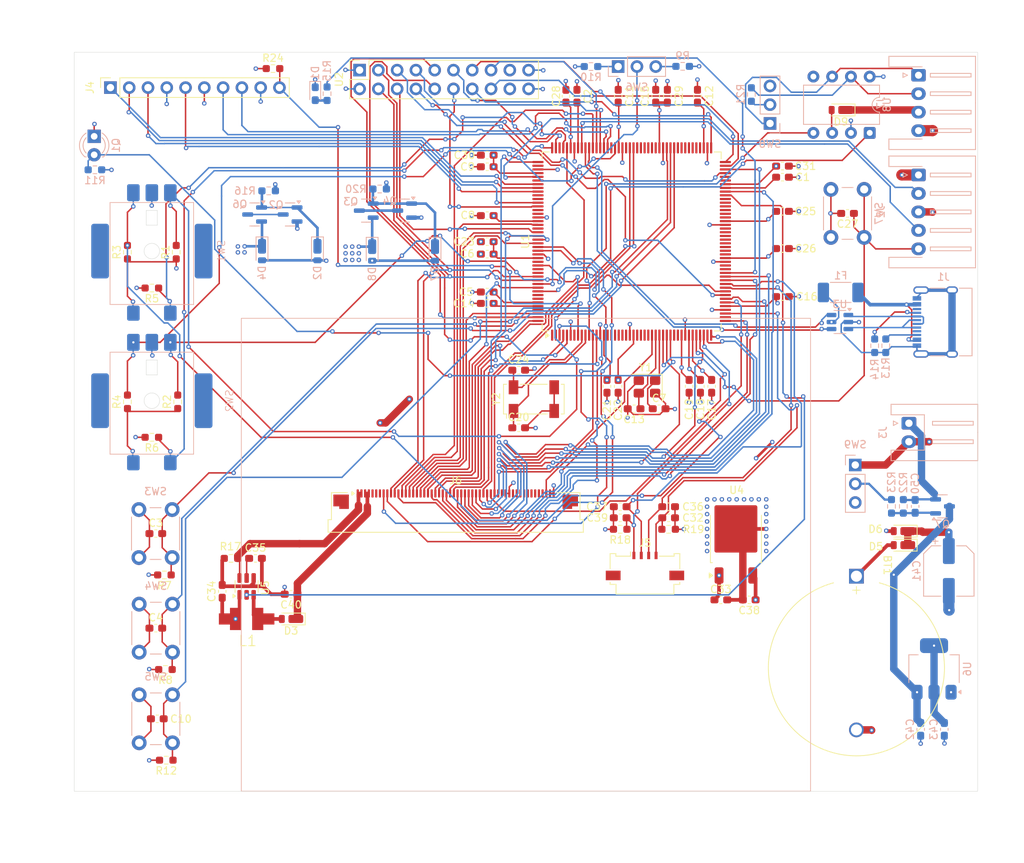
<source format=kicad_pcb>
(kicad_pcb (version 20241229) (generator "pcbnew") (generator_version "9.0")
  (layers (0 "F.Cu" signal) (4 "In1.Cu" power) (6 "In2.Cu" power) (2 "B.Cu" signal) (13 "F.Paste" user) (15 "B.Paste" user) (5 "F.SilkS" user "F.Silkscreen") (7 "B.SilkS" user "B.Silkscreen") (1 "F.Mask" user) (3 "B.Mask" user) (25 "Edge.Cuts" user))
  (net 0 "")
  (net 1 "GND")
  (net 2 "Vbat2")
  (net 3 "Net-(C1-Pad1)")
  (net 4 "Net-(C2-Pad1)")
  (net 5 "SW1")
  (net 6 "+3.3V")
  (net 7 "SW2")
  (net 8 "OSC_OUT")
  (net 9 "SW3")
  (net 10 "OSC_IN")
  (net 11 "OSC32_OUT")
  (net 12 "OSC32_IN")
  (net 13 "NRST")
  (net 14 "LCD_UP")
  (net 15 "Vbat1")
  (net 16 "Net-(U5-COMP)")
  (net 17 "LCD_RIGHT")
  (net 18 "LCD_DOWN")
  (net 19 "BAT_5V")
  (net 20 "LCD_LEFT")
  (net 21 "LCD_Anode")
  (net 22 "STM32_Vbat")
  (net 23 "BAT_3.3V")
  (net 24 "+5V")
  (net 25 "Net-(Q7-G)")
  (net 26 "Net-(J3-Pin_1)")
  (net 27 "Net-(D1-A)")
  (net 28 "VBUS_5V")
  (net 29 "Net-(D2-K)")
  (net 30 "Net-(D3-A)")
  (net 31 "Net-(D7-K)")
  (net 32 "STLINK_3.3V")
  (net 33 "Net-(D9-K)")
  (net 34 "Net-(F1-Pad1)")
  (net 35 "Net-(J1-D--PadA7)")
  (net 36 "Net-(J1-D+-PadA6)")
  (net 38 "Net-(J1-CC2)")
  (net 40 "Net-(J1-CC1)")
  (net 41 "SWCLK")
  (net 42 "SWDIO")
  (net 43 "LCD_B3")
  (net 44 "LCD_R5")
  (net 46 "LCD_G5")
  (net 47 "LCD_B0")
  (net 48 "I2C1_SCL")
  (net 49 "LCD_G7")
  (net 50 "LCD_CLK")
  (net 52 "LCD_R0")
  (net 54 "LCD_B2")
  (net 55 "LCD_B6")
  (net 56 "LCD_HSYNC")
  (net 57 "LCD_VSYNC")
  (net 58 "LCD_B4")
  (net 59 "LCD_B7")
  (net 60 "LCD_R4")
  (net 62 "LCD_R6")
  (net 63 "LCD_R3")
  (net 66 "LCD_G3")
  (net 67 "LCD_G6")
  (net 70 "LCD_B5")
  (net 71 "LCD_Cathode")
  (net 73 "LCD_R2")
  (net 74 "LCD_G2")
  (net 75 "LCD_DE")
  (net 76 "LCD_R7")
  (net 77 "LCD_B1")
  (net 78 "LCDnCS")
  (net 79 "LCDnReset")
  (net 80 "I2C1_SDA")
  (net 81 "LCD_G4")
  (net 84 "LCD_G0")
  (net 87 "LCD_R1")
  (net 89 "LCD_G1")
  (net 90 "CANL")
  (net 91 "CANH")
  (net 92 "Light_Sensor")
  (net 93 "Net-(Q2-D)")
  (net 94 "Net-(Q3-D)")
  (net 95 "Encoder1_2")
  (net 96 "Encoder2_2")
  (net 97 "Encoder1_1")
  (net 98 "Encoder2_1")
  (net 99 "Encoder1_SW")
  (net 100 "Encoder2_SW")
  (net 101 "Net-(SW6-C)")
  (net 102 "Net-(SW6-A)")
  (net 103 "USER_LED")
  (net 104 "Net-(SW8-B)")
  (net 105 "Net-(SW9-B)")
  (net 106 "BOOT0")
  (net 111 "SDCARD_SW")
  (net 112 "USB_D+")
  (net 113 "USB_D-")
  (net 116 "SDMMC_CMD")
  (net 117 "SDMMC_D0")
  (net 118 "SDMMC_D3")
  (net 119 "DCMI_D1")
  (net 126 "DCMI_D4")
  (net 127 "DCMI_D6")
  (net 130 "RCC_MCO1")
  (net 132 "LCD_CURRENT")
  (net 133 "SDMMC_D1")
  (net 135 "DCMI_PCLK")
  (net 137 "DCMI_D5")
  (net 138 "DCMI_D0")
  (net 139 "CAN_RX")
  (net 141 "DCMI_D7")
  (net 142 "DCMI_D2")
  (net 144 "SDMMC_CK")
  (net 149 "DCMI_D3")
  (net 150 "DCMI_VSYNC")
  (net 155 "DCMI_HSYNC")
  (net 157 "CAN_TX")
  (net 158 "SDMMC_D2")
  (net 163 "unconnected-(U1-PF3-Pad19)")
  (footprint "Capacitor_SMD:C_0603_1608Metric_Pad1.08x0.95mm_HandSolder" (layer "F.Cu") (at 148.88125 89.26125 180)
    (property "Reference" "C14")
    (property "Value" "0.1uF")
  )
  (footprint "Resistor_SMD:R_0603_1608Metric_Pad0.98x0.95mm_HandSolder" (layer "F.Cu") (at 100.21875 82.33125 90)
    (property "Reference" "R3")
    (property "Value" "10k")
  )
  (footprint "Capacitor_SMD:C_0603_1608Metric_Pad1.08x0.95mm_HandSolder" (layer "F.Cu") (at 104.05625 133.2125)
    (property "Reference" "C4")
    (property "Value" "0.1uF")
  )
  (footprint "Capacitor_SMD:C_0603_1608Metric_Pad1.08x0.95mm_HandSolder" (layer "F.Cu") (at 173.24875 61.21875 90)
    (property "Reference" "C29")
    (property "Value" "1uF")
  )
  (footprint "Capacitor_SMD:C_0603_1608Metric_Pad1.08x0.95mm_HandSolder" (layer "F.Cu") (at 113.03875 128.23125 90)
    (property "Reference" "C34")
    (property "Value" "4.7uF")
  )
  (footprint "Capacitor_SMD:C_0603_1608Metric_Pad1.08x0.95mm_HandSolder" (layer "F.Cu") (at 104.25625 145.48125)
    (property "Reference" "C10")
    (property "Value" "0.1uF")
  )
  (footprint "Resistor_SMD:R_0603_1608Metric_Pad0.98x0.95mm_HandSolder" (layer "F.Cu") (at 105.35625 138.8125 180)
    (property "Reference" "R8")
    (property "Value" "10k")
  )
  (footprint "Capacitor_SMD:C_0603_1608Metric_Pad1.08x0.95mm_HandSolder" (layer "F.Cu") (at 180.48125 129.38125)
    (property "Reference" "C33")
    (property "Value" "0.33uF")
  )
  (footprint "Resistor_SMD:R_0603_1608Metric_Pad0.98x0.95mm_HandSolder" (layer "F.Cu") (at 100.21875 102.58125 90)
    (property "Reference" "R4")
    (property "Value" "10k")
  )
  (footprint "Capacitor_SMD:C_0603_1608Metric_Pad1.08x0.95mm_HandSolder" (layer "F.Cu") (at 188.81875 76.80125)
    (property "Reference" "C25")
    (property "Value" "0.1uF")
  )
  (footprint "Battery:BatteryHolder_MYOUNG_BS-07-A1BJ001_CR2032" (layer "F.Cu") (at 198.81875 126.18125 -90)
    (property "Reference" "BT1")
    (property "Value" "Battery_Cell")
  )
  (footprint "Resistor_SMD:R_0603_1608Metric_Pad0.98x0.95mm_HandSolder" (layer "F.Cu") (at 114.22625 123.76875 180)
    (property "Reference" "R17")
    (property "Value" "5")
  )
  (footprint "inductor:LQH43PN100M26L" (layer "F.Cu") (at 116.33875 131.96875)
    (property "Reference" "L1")
    (property "Value" "10uH")
  )
  (footprint "Package_TO_SOT_SMD:SOT-23-6" (layer "F.Cu") (at 116.33875 127.56875 90)
    (property "Reference" "U5")
    (property "Value" "TPS61165DBV")
  )
  (footprint "Capacitor_SMD:C_0603_1608Metric_Pad1.08x0.95mm_HandSolder" (layer "F.Cu") (at 104.05625 120.4125)
    (property "Reference" "C3")
    (property "Value" "0.1uF")
  )
  (footprint "Capacitor_SMD:C_0603_1608Metric_Pad1.08x0.95mm_HandSolder" (layer "F.Cu") (at 165.07875 100.48125 -90)
    (property "Reference" "C21")
    (property "Value" "0.1uF")
  )
  (footprint "Capacitor_SMD:C_0603_1608Metric_Pad1.08x0.95mm_HandSolder" (layer "F.Cu") (at 197.61875 77.08125 180)
    (property "Reference" "C27")
    (property "Value" "0.1uF")
  )
  (footprint "Capacitor_SMD:C_0603_1608Metric_Pad1.08x0.95mm_HandSolder" (layer "F.Cu") (at 179.23875 100.48125 -90)
    (property "Reference" "C17")
    (property "Value" "0.1uF")
  )
  (footprint "Capacitor_SMD:C_0603_1608Metric_Pad1.08x0.95mm_HandSolder" (layer "F.Cu") (at 173.41875 118.28125)
    (property "Reference" "C32")
    (property "Value" "0.1uF")
  )
  (footprint "Crystal:Crystal_SMD_Abracon_ABS25-4Pin_8.0x3.8mm" (layer "F.Cu") (at 155.18875 102.21875 90)
    (property "Reference" "Y2")
    (property "Value" "ABS25-32.768KHZ-T")
  )
  (footprint "Package_TO_SOT_SMD:TO-252-2" (layer "F.Cu") (at 182.51875 121.04125 90)
    (property "Reference" "U4")
    (property "Value" "LM78M05_TO252")
  )
  (footprint "Capacitor_SMD:C_0603_1608Metric_Pad1.08x0.95mm_HandSolder" (layer "F.Cu") (at 177.31875 61.21875 90)
    (property "Reference" "C12")
    (property "Value" "0.1uF")
  )
  (footprint "Capacitor_SMD:C_0603_1608Metric_Pad1.08x0.95mm_HandSolder" (layer "F.Cu") (at 161.01875 61.21875 90)
    (property "Reference" "C2")
    (property "Value" "2.2uF")
  )
  (footprint "Connector_FFC-FPC:Amphenol_F32Q-1A7x1-11054_1x54-1MP_P0.5mm_Horizontal" (layer "F.Cu") (at 144.61875 117.88125)
    (property "Reference" "J6")
    (property "Value" "Conn_01x54_Socket")
  )
  (footprint "Diode_SMD:D_TUMD2" (layer "F.Cu") (at 196.71875 63.08125 180)
    (property "Reference" "D9")
    (property "Value" "D")
  )
  (footprint "Capacitor_SMD:C_0603_1608Metric_Pad1.08x0.95mm_HandSolder" (layer "F.Cu") (at 184.31875 129.38125 180)
    (property "Reference" "C38")
    (property "Value" "0.1uF")
  )
  (footprint "Capacitor_SMD:C_0603_1608Metric_Pad1.08x0.95mm_HandSolder" (layer "F.Cu") (at 148.88125 70.77125 180)
    (property "Reference" "C9")
    (property "Value" "0.1uF")
  )
  (footprint "Capacitor_SMD:C_0603_1608Metric_Pad1.08x0.95mm_HandSolder" (layer "F.Cu") (at 148.88125 87.72125 180)
    (property "Reference" "C5")
    (property "Value" "0.1uF")
  )
  (footprint "Capacitor_SMD:C_0603_1608Metric_Pad1.08x0.95mm_HandSolder" (layer "F.Cu") (at 177.71875 100.48125 -90)
    (property "Reference" "C18")
    (property "Value" "0.1uF")
  )
  (footprint "Capacitor_SMD:C_0603_1608Metric_Pad1.08x0.95mm_HandSolder" (layer "F.Cu") (at 188.81875 72.18125)
    (property "Reference" "C1")
    (property "Value" "2.2uF")
  )
  (footprint "Capacitor_SMD:C_0603_1608Metric_Pad1.08x0.95mm_HandSolder" (layer "F.Cu") (at 172.13375 103.52375)
    (property "Reference" "C7")
    (property "Value" "22pF")
  )
  (footprint "Capacitor_SMD:C_0603_1608Metric_Pad1.08x0.95mm_HandSolder" (layer "F.Cu") (at 148.88125 77.38125 180)
    (property "Reference" "C8")
    (property "Value" "0.1uF")
  )
  (footprint "Resistor_SMD:R_0603_1608Metric_Pad0.98x0.95mm_HandSolder" (layer "F.Cu") (at 103.51875 87.18125 180)
    (property "Reference" "R5")
    (property "Value" "10k")
  )
  (footprint "Capacitor_SMD:C_0603_1608Metric_Pad1.08x0.95mm_HandSolder" (layer "F.Cu") (at 153.13875 98.29875)
    (property "Reference" "C24")
    (property "Value" "12pF")
  )
  (footprint "Resistor_SMD:R_0603_1608Metric_Pad0.98x0.95mm_HandSolder" (layer "F.Cu") (at 119.90625 57.48125)
    (property "Reference" "R24")
    (property "Value" "10k")
  )
  (footprint "Capacitor_SMD:C_0603_1608Metric_Pad1.08x0.95mm_HandSolder" (layer "F.Cu") (at 148.88125 69.20125 180)
    (property "Reference" "C30")
    (property "Value" "1uF")
  )
  (footprint "Capacitor_SMD:C_0603_1608Metric_Pad1.08x0.95mm_HandSolder" (layer "F.Cu") (at 148.88125 82.59125 180)
    (property "Reference" "C6")
    (property "Value" "0.1uF")
  )
  (footprint "Crystal:Crystal_SMD_Abracon_ABM8G-4Pin_3.2x2.5mm" (layer "F.Cu") (at 170.48875 100.55375 180)
    (property "Reference" "Y1")
    (property "Value" "ABM8G-16.000MHZ-18-D2Y-T")
  )
  (footprint "Resistor_SMD:R_0603_1608Metric_Pad0.98x0.95mm_HandSolder" (layer "F.Cu") (at 166.86875 119.83125 180)
    (property "Reference" "R18")
    (property "Value" "10k")
  )
  (footprint "Package_QFP:LQFP-176_24x24mm_P0.5mm" (layer "F.Cu") (at 168.41875 80.88125 90)
    (property "Reference" "U1")
    (property "Value" "STM32H743IITx")
  )
  (footprint "Capacitor_SMD:C_0603_1608Metric_Pad1.08x0.95mm_HandSolder" (layer "F.Cu") (at 171.66875 61.21875 90)
    (property "Reference" "C15")
    (property "Value" "0.1uF")
  )
  (footprint "Capacitor_SMD:C_0603_1608Metric_Pad1.08x0.95mm_HandSolder" (layer "F.Cu") (at 148.88125 80.91125 180)
    (property "Reference" "C23")
    (property "Value" "4.7uF")
  )
  (footprint "Capacitor_SMD:C_0603_1608Metric_Pad1.08x0.95mm_HandSolder" (layer "F.Cu") (at 166.58875 100.48125 -90)
    (property "Reference" "C22")
    (property "Value" "0.1uF")
  )
  (footprint "Connector_PinSocket_2.54mm:PinSocket_1x10_P2.54mm_Vertical" (layer "F.Cu") (at 97.91875 60.05625 90)
    (property "Reference" "J4")
    (property "Value" "Conn_01x10_Socket")
  )
  (footprint "Resistor_SMD:R_0603_1608Metric_Pad0.98x0.95mm_HandSolder" (layer "F.Cu") (at 105.21875 126.0125 180)
    (property "Reference" "R7")
    (property "Value" "10k")
  )
  (footprint "Capacitor_SMD:C_0603_1608Metric_Pad1.08x0.95mm_HandSolder" (layer "F.Cu") (at 166.59875 61.21875 90)
    (property "Reference" "C11")
    (property "Value" "0.1uF")
  )
  (footprint "Connector_FFC-FPC:Molex_200528-0040_1x04-1MP_P1.00mm_Horizontal" (layer "F.Cu") (at 170.21875 124.29125)
    (property "Reference" "J5")
    (property "Value" "Conn_01x04_Socket")
  )
  (footprint "Diode_SMD:D_TUMD2" (layer "F.Cu") (at 205.11875 121.98125 180)
    (property "Reference" "D5")
    (property "Value" "D")
  )
  (footprint "Capacitor_SMD:C_0603_1608Metric_Pad1.08x0.95mm_HandSolder" (layer "F.Cu") (at 159.52875 61.21875 90)
    (property "Reference" "C28")
    (property "Value" "0.1uF")
  )
  (footprint "Resistor_SMD:R_0603_1608Metric_Pad0.98x0.95mm_HandSolder" (layer "F.Cu") (at 107.01875 102.58125 90)
    (property "Reference" "R2")
    (property "Value" "10k")
  )
  (footprint "Capacitor_SMD:C_0603_1608Metric_Pad1.08x0.95mm_HandSolder" (layer "F.Cu") (at 153.13875 106.09875)
    (property "Reference" "C20")
    (property "Value" "12pF")
  )
  (footprint "Connector_PinSocket_2.54mm:PinSocket_2x10_P2.54mm_Vertical" (layer "F.Cu") (at 131.61875 57.69125 90)
    (property "Reference" "U2")
    (property "Value" "OV7675")
  )
  (footprint "Diode_SMD:D_TUMD2" (layer "F.Cu") (at 205.11875 120.08125 180)
    (property "Reference" "D6")
    (property "Value" "D")
  )
  (footprint "Resistor_SMD:R_0603_1608Metric_Pad0.98x0.95mm_HandSolder" (layer "F.Cu") (at 105.46875 151.08125 180)
    (property "Reference" "R12")
    (property "Value" "10k")
  )
  (footprint "Capacitor_SMD:C_0603_1608Metric_Pad1.08x0.95mm_HandSolder" (layer "F.Cu") (at 188.81875 88.34125)
    (property "Reference" "C16")
    (property "Value" "0.1uF")
  )
  (footprint "Capacitor_SMD:C_0603_1608Metric_Pad1.08x0.95mm_HandSolder" (layer "F.Cu") (at 166.86875 118.28125 180)
    (property "Reference" "C39")
    (property "Value" "0.1uF")
  )
  (footprint "Capacitor_SMD:C_0603_1608Metric_Pad1.08x0.95mm_HandSolder" (layer "F.Cu") (at 188.81875 70.68125)
    (property "Reference" "C31")
    (property "Value" "1uF")
  )
  (footprint "Capacitor_SMD:C_0603_1608Metric_Pad1.08x0.95mm_HandSolder" (layer "F.Cu") (at 122.34875 128.61875 180)
    (property "Reference" "C40")
    (property "Value" "1uF")
  )
  (footprint "Capacitor_SMD:C_0603_1608Metric_Pad1.08x0.95mm_HandSolder" (layer "F.Cu") (at 168.74625 103.52375 180)
    (property "Reference" "C13")
    (property "Value" "22pF")
  )
  (footprint "Resistor_SMD:R_0603_1608Metric_Pad0.98x0.95mm_HandSolder" (layer "F.Cu") (at 173.41875 119.83125)
    (property "Reference" "R19")
    (property "Value" "10k")
  )
  (footprint "Capacitor_SMD:C_0603_1608Metric_Pad1.08x0.95mm_HandSolder" (layer "F.Cu") (at 188.81875 81.84125)
    (property "Reference" "C26")
    (property "Value" "0.1uF")
  )
  (footprint "Resistor_SMD:R_0603_1608Metric_Pad0.98x0.95mm_HandSolder" (layer "F.Cu") (at 106.81875 82.33125 90)
    (property "Reference" "R1")
    (property "Value" "10k")
  )
  (footprint "Capacitor_SMD:C_0603_1608Metric_Pad1.08x0.95mm_HandSolder" (layer "F.Cu") (at 166.86875 116.78125 180)
    (property "Reference" "C37")
    (property "Value" "0.1uF")
  )
  (footprint "Capacitor_SMD:C_0603_1608Metric_Pad1.08x0.95mm_HandSolder" (layer "F.Cu") (at 173.41875 116.78125)
    (property "Reference" "C36")
    (property "Value" "0.1uF")
  )
  (footprint "Diode_SMD:D_TUMD2" (layer "F.Cu") (at 122.34875 131.96875 180)
    (property "Reference" "D3")
    (property "Value" "D")
  )
  (footprint "Capacitor_SMD:C_0603_1608Metric_Pad1.08x0.95mm_HandSolder" (layer "F.Cu") (at 117.53875 123.76875)
    (property "Reference" "C35")
    (property "Value" "220nF")
  )
  (footprint "Resistor_SMD:R_0603_1608Metric_Pad0.98x0.95mm_HandSolder" (layer "F.Cu") (at 103.51875 107.38125 180)
    (property "Reference" "R6")
    (property "Value" "10k")
  )
  (footprint "Capacitor_SMD:C_0603_1608Metric_Pad1.08x0.95mm_HandSolder" (layer "F.Cu") (at 176.18875 100.48125 -90)
    (property "Reference" "C19")
    (property "Value" "0.1uF")
  )
  (footprint "Resistor_SMD:R_0603_1608Metric_Pad0.98x0.95mm_HandSolder" (layer "B.Cu") (at 201.289072 94.99375 -90)
    (property "Reference" "R14")
    (property "Value" "5.1k")
  )
  (footprint "Resistor_SMD:R_0603_1608Metric_Pad0.98x0.95mm_HandSolder" (layer "B.Cu") (at 162.91875 57.20625)
    (property "Reference" "R10")
    (property "Value" "10k")
  )
  (footprint "Package_TO_SOT_SMD:SOT-23" (layer "B.Cu") (at 210.46375 116.73125)
    (property "Reference" "Q7")
    (property "Value" "AO3401A")
  )
  (footprint "Resistor_SMD:R_0603_1608Metric_Pad0.98x0.95mm_HandSolder" (layer "B.Cu") (at 175.31875 57.18125 180)
    (property "Reference" "R9")
    (property "Value" "10k")
  )
  (footprint "Package_TO_SOT_SMD:SOT-23" (layer "B.Cu") (at 117.42 77.23 180)
    (property "Reference" "Q6")
    (property "Value" "AO3401A")
  )
  (footprint "Resistor_SMD:R_0603_1608Metric_Pad0.98x0.95mm_HandSolder" (layer "B.Cu") (at 95.81875 71.18125)
    (property "Reference" "R11")
    (property "Value" "10k")
  )
  (footprint "Connector_PinSocket_2.54mm:PinSocket_1x03_P2.54mm_Vertical" (layer "B.Cu") (at 166.59375 57.20625 -90)
    (property "Reference" "SW6")
    (property "Value" "SW_SPDT")
  )
  (footprint "Package_TO_SOT_SMD:SOT-23-6" (layer "B.Cu") (at 196.589072 91.78125 180)
    (property "Reference" "U3")
    (property "Value" "USBLC6-2SC6")
  )
  (footprint "Package_DIP:DIP-8_W7.62mm" (layer "B.Cu") (at 200.61875 66.18625 90)
    (property "Reference" "U8")
    (property "Value" "MCP2561-E-P")
  )
  (footprint "Connector_PinSocket_2.54mm:PinSocket_1x03_P2.54mm_Vertical" (layer "B.Cu") (at 198.66375 111.13125 180)
    (property "Reference" "SW9")
    (property "Value" "SW_SPDT")
  )
  (footprint "Resistor_SMD:R_0603_1608Metric_Pad0.98x0.95mm_HandSolder" (layer "B.Cu") (at 184.60875 60.99375 -90)
    (property "Reference" "R21")
    (property "Value" "120")
  )
  (footprint "Diode_SMD:D_TUMD2" (layer "B.Cu") (at 125.92 82.18 -90)
    (property "Reference" "D2")
    (property "Value" "D")
  )
  (footprint "Resistor_SMD:R_0603_1608Metric_Pad0.98x0.95mm_HandSolder" (layer "B.Cu") (at 134.3325 73.78 180)
    (property "Reference" "R20")
    (property "Value" "10k")
  )
  (footprint "Package_TO_SOT_SMD:SOT-23" (layer "B.Cu") (at 137.72 76.705 180)
    (property "Reference" "Q4")
    (property "Value" "AO3401A")
  )
  (footprint "Connector_JST:JST_XH_S2B-XH-A_1x02_P2.50mm_Horizontal" (layer "B.Cu") (at 205.91875 105.48125 -90)
    (property "Reference" "J3")
    (property "Value" "Conn_01x02_Socket")
  )
  (footprint "LED_SMD:LED_0603_1608Metric_Pad1.05x0.95mm_HandSolder" (layer "B.Cu") (at 125.61875 60.88125 -90)
    (property "Reference" "D1")
    (property "Value" "LED")
  )
  (footprint "Resistor_SMD:R_0603_1608Metric_Pad0.98x0.95mm_HandSolder" (layer "B.Cu") (at 203.56375 116.73125 90)
    (property "Reference" "R23")
    (property "Value" "6.8k")
  )
  (footprint "Resistor_SMD:R_0603_1608Metric_Pad0.98x0.95mm_HandSolder" (layer "B.Cu") (at 205.16375 116.73125 -90)
    (property "Reference" "R22")
    (property "Value" "10k")
  )
  (footprint "Diode_SMD:D_TUMD2" (layer "B.Cu") (at 118.42 82.18 -90)
    (property "Reference" "D4")
    (property "Value" "D")
  )
  (footprint "Button_Switch_THT:SW_PUSH_6mm" (layer "B.Cu") (at 101.80625 129.9625 -90)
    (property "Reference" "SW4")
    (property "Value" "SW_Push")
  )
  (footprint "Package_TO_SOT_SMD:SOT-223-3_TabPin2" (layer "B.Cu") (at 209.31875 138.73125 90)
    (property "Reference" "U6")
    (property "Value" "AZ1117-3.3")
  )
  (footprint "Button_Switch_THT:SW_PUSH_6mm" (layer "B.Cu") (at 101.76875 117.1625 -90)
    (property "Reference" "SW3")
    (property "Value" "SW_Push")
  )
  (footprint "Capacitor_SMD:CP_Elec_6.3x5.4_Nichicon" (layer "B.Cu") (at 211.31875 125.48125 -90)
    (property "Reference" "C41")
    (property "Value" "100uF")
  )
  (footprint "PhotoTransistor:NJL7502" (layer "B.Cu") (at 95.71875 69.15125 90)
    (property "Reference" "Q1")
    (property "Value" "Q_Photo_NPN_CE")
  )
  (footprint "Resistor_SMD:R_0603_1608Metric_Pad0.98x0.95mm_HandSolder" (layer "B.Cu") (at 202.789072 94.99375 -90)
    (property "Reference" "R13")
    (property "Value" "5.1k")
  )
  (footprint "Button_Switch_THT:SW_PUSH_6mm" (layer "B.Cu") (at 101.80625 142.23125 -90)
    (property "Reference" "SW5")
    (property "Value" "SW_Push")
  )
  (footprint "Connector_PinSocket_2.54mm:PinSocket_1x03_P2.54mm_Vertical" (layer "B.Cu") (at 187.13375 64.90625)
    (property "Reference" "SW8")
    (property "Value" "SW_SPDT")
  )
  (footprint "Button_Switch_THT:SW_PUSH_6mm" (layer "B.Cu") (at 199.86875 80.33125 90)
    (property "Reference" "SW7")
    (property "Value" "SW_Push")
  )
  (footprint "Package_TO_SOT_SMD:SOT-23" (layer "B.Cu") (at 122.22 77.23 180)
    (property "Reference" "Q2")
    (property "Value" "AO3401A")
  )
  (footprint "Connector_USB:USB_C_Receptacle_XKB_U262-16XN-4BVC11" (layer "B.Cu") (at 210.674072 91.78125 -90)
    (property "Reference" "J1")
    (property "Value" "USB_C_Receptacle_USB2.0_16P")
  )
  (footprint "Connector_JST:JST_XH_S4B-XH-A-1_1x04_P2.50mm_Horizontal" (layer "B.Cu") (at 207.21875 58.38125 -90)
    (property "Reference" "J7")
    (property "Value" "Conn_01x04_Socket")
  )
  (footprint "Fuse:Fuse_2010_5025Metric_Pad1.52x2.65mm_HandSolder" (layer "B.Cu") (at 196.689072 87.78125 180)
    (property "Reference" "F1")
    (property "Value" "350mA")
  )
  (footprint "Connector_JST:JST_XH_S5B-XH-A-1_1x05_P2.50mm_Horizontal" (layer "B.Cu") (at 207.21875 71.88125 -90)
    (property "Reference" "J2")
    (property "Value" "Conn_01x05_Pin")
  )
  (footprint "Diode_SMD:D_TUMD2" (layer "B.Cu") (at 133.32 82.23 -90)
    (property "Reference" "D8")
    (property "Value" "D")
  )
  (footprint "Capacitor_SMD:C_0603_1608Metric_Pad1.08x0.95mm_HandSolder" (layer "B.Cu") (at 207.50875 146.90875 -90)
    (property "Reference" "C42")
    (property "Value" "10uF")
  )
  (footprint "RotaryEncoder_SMD:RE111F-4S1-152S4-15P-A" (layer "B.Cu") (at 103.51875 102.43125 -90)
    (property "Reference" "SW2")
    (property "Value" "RotaryEncoder_Switch")
    (fp_line (start -5.5 0.75) (end -3.5 0.75) (stroke (width 0.05)) (layer "Edge.Cuts"))
    (fp_line (start -3.5 0.75) (end -3.5 -0.75) (stroke (width 0.05)) (layer "Edge.Cuts"))
    (fp_line (start -5.5 -0.75) (end -5.5 0.75) (stroke (width 0.05)) (layer "Edge.Cuts"))
    (fp_line (start -3.5 -0.75) (end -5.5 -0.75) (stroke (width 0.05)) (layer "Edge.Cuts"))
    (fp_circle (center 0 0) (end 0 -1.05) (stroke (width 0.05)) (fill no) (layer "Edge.Cuts"))
  )
  (footprint "Capacitor_SMD:C_0603_1608Metric_Pad1.08x0.95mm_HandSolder" (layer "B.Cu") (at 206.76375 116.73125 -90)
    (property "Reference" "C50")
    (property "Value" "0.1uF")
  )
  (footprint "Resistor_SMD:R_0603_1608Metric_Pad0.98x0.95mm_HandSolder" (layer "B.Cu") (at 119.32 74.03 180)
    (property "Reference" "R16")
    (property "Value" "10k")
  )
  (footprint "Package_TO_SOT_SMD:SOT-23" (layer "B.Cu") (at 132.52 76.705 180)
    (property "Reference" "Q3")
    (property "Value" "AO3401A")
  )
  (footprint "Diode_SMD:D_TUMD2" (layer "B.Cu") (at 141.82 82.23 -90)
    (property "Reference" "D7")
    (property "Value" "D")
  )
  (footprint "Resistor_SMD:R_0603_1608Metric_Pad0.98x0.95mm_HandSolder" (layer "B.Cu") (at 127.21875 60.88125 -90)
    (property "Reference" "R15")
    (property "Value" "120")
  )
  (footprint "RotaryEncoder_SMD:RE111F-4S1-152S4-15P-A" (layer "B.Cu") (at 103.51875 82.18125 -90)
    (property "Reference" "SW1")
    (property "Value" "RotaryEncoder_Switch")
    (fp_line (start -5.5 0.75) (end -3.5 0.75) (stroke (width 0.05)) (layer "Edge.Cuts"))
    (fp_line (start -3.5 0.75) (end -3.5 -0.75) (stroke (width 0.05)) (layer "Edge.Cuts"))
    (fp_line (start -5.5 -0.75) (end -5.5 0.75) (stroke (width 0.05)) (layer "Edge.Cuts"))
    (fp_line (start -3.5 -0.75) (end -5.5 -0.75) (stroke (width 0.05)) (layer "Edge.Cuts"))
    (fp_circle (center 0 0) (end 0 -1.05) (stroke (width 0.05)) (fill no) (layer "Edge.Cuts"))
  )
  (footprint "Capacitor_SMD:C_0603_1608Metric_Pad1.08x0.95mm_HandSolder" (layer "B.Cu") (at 210.70875 146.90875 -90)
    (property "Reference" "C43")
    (property "Value" "22uF")
  )
  (gr_rect (start 115.61875 91.28125) (end 192.61875 155.28125) (stroke (width 0.1)) (fill no) (layer "B.SilkS"))
  (gr_rect (start 93.01875 55.28125) (end 215.21875 155.28125) (stroke (width 0.05)) (fill no) (layer "Edge.Cuts"))
  (segment (start 148.01875 87.72125) (end 146.87125 87.72125) (width 0.2) (layer "F.Cu") (net 1))
  (segment (start 207.21875 65.88125) (end 209.10875 65.88125) (width 1.5) (layer "F.Cu") (net 1))
  (segment (start 146.79125 70.77125) (end 146.77 70.75) (width 0.2) (layer "F.Cu") (net 1))
  (segment (start 164.16875 92.12875) (end 164.16 92.12) (width 0.2) (layer "F.Cu") (net 1))
  (segment (start 156.93 77.63125) (end 155.74375 77.63125) (width 0.2) (layer "F.Cu") (net 1))
  (segment (start 179.23875 102.64125) (end 179.22 102.66) (width 0.2) (layer "F.Cu") (net 1))
  (segment (start 176.18875 101.34375) (end 176.18875 102.65125) (width 0.2) (layer "F.Cu") (net 1))
  (segment (start 104.30625 126.0125) (end 103.1225 126.0125) (width 0.2) (layer "F.Cu") (net 1))
  (segment (start 104.55625 151.08125) (end 103.17875 151.08125) (width 0.2) (layer "F.Cu") (net 1))
  (segment (start 166.59875 60.35625) (end 166.59875 59.07125) (width 0.2) (layer "F.Cu") (net 1))
  (segment (start 178.96125 78.63125) (end 178.96 78.63) (width 0.2) (layer "F.Cu") (net 1))
  (segment (start 156.28125 103.81875) (end 154.00125 106.09875) (width 0.2) (layer "F.Cu") (net 1))
  (segment (start 209.08125 76.88125) (end 209.12 76.92) (width 1) (layer "F.Cu") (net 1))
  (segment (start 173.24875 60.35625) (end 173.24875 59.18125) (width 0.2) (layer "F.Cu") (net 1))
  (segment (start 171.66875 60.35625) (end 171.66875 59.11125) (width 0.2) (layer "F.Cu") (net 1))
  (segment (start 113.21475 127.54475) (end 116.837749 127.54475) (width 0.5) (layer "F.Cu") (net 1))
  (segment (start 198.66375 111.13125) (end 202.76875 111.13125) (width 1) (layer "F.Cu") (net 1))
  (segment (start 189.68125 81.84125) (end 190.97875 81.84125) (width 0.2) (layer "F.Cu") (net 1))
  (segment (start 200.82125 146.98125) (end 200.88 147.04) (width 1) (layer "F.Cu") (net 1))
  (segment (start 148.01875 70.77125) (end 146.79125 70.77125) (width 0.2) (layer "F.Cu") (net 1))
  (segment (start 167.88375 103.52375) (end 167.88375 101.20875) (width 0.2) (layer "F.Cu") (net 1))
  (segment (start 181.09375 83.63125) (end 179.48125 83.63125) (width 0.2) (layer "F.Cu") (net 1))
  (segment (start 167.16875 70.20125) (end 167.15 70.22) (width 0.2) (layer "F.Cu") (net 1))
  (segment (start 167.16875 68.20625) (end 167.16875 70.20125) (width 0.2) (layer "F.Cu") (net 1))
  (segment (start 117.58875 57.48125) (end 117.58 57.49) (width 0.2) (layer "F.Cu") (net 1))
  (segment (start 155.74375 71.13125) (end 158.37125 71.13125) (width 0.2) (layer "F.Cu") (net 1))
  (segment (start 166.58875 101.34375) (end 166.58875 102.55875) (width 0.2) (layer "F.Cu") (net 1))
  (segment (start 176.18875 102.65125) (end 176.18 102.66) (width 0.2) (layer "F.Cu") (net 1))
  (segment (start 191.02875 76.80125) (end 191.04 76.79) (width 0.2) (layer "F.Cu") (net 1))
  (segment (start 155.39875 106.09875) (end 155.42 106.12) (width 0.2) (layer "F.Cu") (net 1))
  (segment (start 183.45625 129.38125) (end 183.45625 120.71875) (width 1) (layer "F.Cu") (net 1))
  (segment (start 156.79475 82.90475) (end 156.79475 82.898426) (width 0.2) (layer "F.Cu") (net 1))
  (segment (start 174.28125 116.78125) (end 174.28125 119.78125) (width 0.2) (layer "F.Cu") (net 1))
  (segment (start 167.88375 101.20875) (end 169.38875 99.70375) (width 0.2) (layer "F.Cu") (net 1))
  (segment (start 146.87125 87.72125) (end 146.87 87.72) (width 0.2) (layer "F.Cu") (net 1))
  (segment (start 118.99375 57.48125) (end 117.58875 57.48125) (width 0.2) (layer "F.Cu") (net 1))
  (segment (start 179.48125 83.63125) (end 179.47 83.62) (width 0.2) (layer "F.Cu") (net 1))
  (segment (start 177.31875 60.35625) (end 177.31875 58.97125) (width 0.2) (layer "F.Cu") (net 1))
  (segment (start 209.10875 65.88125) (end 209.12 65.87) (width 1.5) (layer "F.Cu") (net 1))
  (segment (start 102.60625 87.18125) (end 101.48125 87.18125) (width 0.2) (layer "F.Cu") (net 1))
  (segment (start 121.48625 128.61875) (end 121.48625 127.65625) (width 0.2) (layer "F.Cu") (net 1))
  (segment (start 119.63675 128.61875) (end 118.56275 127.54475) (width 0.5) (layer "F.Cu") (net 1))
  (segment (start 175.44875 119.83125) (end 175.47 119.81) (width 0.2) (layer "F.Cu") (net 1))
  (segment (start 116.837749 127.54475) (end 118.56275 127.54475) (width 0.5) (layer "F.Cu") (net 1))
  (segment (start 103.1225 126.0125) (end 103.09 125.98) (width 0.2) (layer "F.Cu") (net 1))
  (segment (start 190.97125 70.68125) (end 190.98 70.69) (width 0.2) (layer "F.Cu") (net 1))
  (segment (start 146.79875 77.38125) (end 146.79 77.39) (width 0.2) (layer "F.Cu") (net 1))
  (segment (start 110.61875 62.18125) (end 110.61 62.19) (width 0.2) (layer "F.Cu") (net 1))
  (segment (start 172.22025 104.29975) (end 172.99625 103.52375) (width 0.2) (layer "F.Cu") (net 1))
  (segment (start 159.52875 60.35625) (end 159.52875 59.18875) (width 0.2) (layer "F.Cu") (net 1))
  (segment (start 166.59875 59.07125) (end 166.62 59.05) (width 0.2) (layer "F.Cu") (net 1))
  (segment (start 118.56275 127.54475) (end 118.63875 127.46875) (width 0.5) (layer "F.Cu") (net 1))
  (segment (start 154.00125 98.29875) (end 155.05272 98.29875) (width 0.2) (layer "F.Cu") (net 1))
  (segment (start 202.76875 111.13125) (end 205.91875 107.98125) (width 1) (layer "F.Cu") (net 1))
  (segment (start 189.68125 76.80125) (end 191.02875 76.80125) (width 0.2) (layer "F.Cu") (net 1))
  (segment (start 156.52125 82.63125) (end 155.74375 82.63125) (width 0.2) (layer "F.Cu") (net 1))
  (segment (start 157.86875 113.90125) (end 157.87 113.9) (width 0.2) (layer "F.Cu") (net 1))
  (segment (start 161.01875 59.21125) (end 161.02 59.21) (width 0.2) (layer "F.Cu") (net 1))
  (segment (start 178.66875 68.20625) (end 178.66875 70.21125) (width 0.2) (layer "F.Cu") (net 1))
  (segment (start 181.09375 78.63125) (end 178.96125 78.63125) (width 0.2) (layer "F.Cu") (net 1))
  (segment (start 156.79475 82.898426) (end 156.576574 82.68025) (width 0.2) (layer "F.Cu") (net 1))
  (segment (start 189.68125 88.34125) (end 191.00875 88.34125) (width 0.2) (layer "F.Cu") (net 1))
  (segment (start 171.66875 59.11125) (end 171.67 59.11) (width 0.2) (layer "F.Cu") (net 1))
  (segment (start 165.07875 101.34375) (end 165.07875 102.59875) (width 0.2) (layer "F.Cu") (net 1))
  (segment (start 191.00875 88.34125) (end 191.03 88.32) (width 0.2) (layer "F.Cu") (net 1))
  (segment (start 175.66875 93.55625) (end 175.66875 91.49775) (width 0.2) (layer "F.Cu") (net 1))
  (segment (start 190.97875 81.84125) (end 191.01 81.81) (width 0.2) (layer "F.Cu") (net 1))
  (segment (start 104.44375 138.8125) (end 103.2125 138.8125) (width 0.2) (layer "F.Cu") (net 1))
  (segment (start 148.01875 77.38125) (end 146.79875 77.38125) (width 0.2) (layer "F.Cu") (net 1))
  (segment (start 172.99625 103.52375) (end 174.24375 103.52375) (width 0.2) (layer "F.Cu") (net 1))
  (segment (start 198.81875 146.98125) (end 200.82125 146.98125) (width 1) (layer "F.Cu") (net 1))
  (segment (start 189.68125 72.18125) (end 190.92125 72.18125) (width 0.2) (layer "F.Cu") (net 1))
  (segment (start 165.95625 119.83125) (end 165.95625 116.83125) (width 0.2) (layer "F.Cu") (net 1))
  (segment (start 181.09375 90.13125) (end 179.28125 90.13125) (width 0.2) (layer "F.Cu") (net 1))
  (segment (start 116.837749 127.54475) (end 117.28875 127.093749) (width 0.5) (layer "F.Cu") (net 1))
  (segment (start 118.63875 127.46875) (end 118.40125 127.23125) (width 0.5) (layer "F.Cu") (net 1))
  (segment (start 113.03875 124.04375) (end 113.31375 123.76875) (width 0.5) (layer "F.Cu") (net 1))
  (segment (start 164.85875 119.83125) (end 164.85 119.84) (width 0.2) (layer "F.Cu") (net 1))
  (segment (start 146.83125 89.26125) (end 146.8 89.23) (width 0.2) (layer "F.Cu") (net 1))
  (segment (start 157.93875 100.61875) (end 157.93875 103.81875) (width 0.2) (layer "F.Cu") (net 1))
  (segment (start 177.71875 101.34375) (end 177.71875 102.64125) (width 0.2) (layer "F.Cu") (net 1))
  (segment (start 208.66125 107.98125) (end 208.67 107.99) (width 1) (layer "F.Cu") (net 1))
  (segment (start 195.36875 73.83125) (end 195.36875 80.33125) (width 0.2) (layer "F.Cu") (net 1))
  (segment (start 174.33125 119.83125) (end 175.44875 119.83125) (width 0.2) (layer "F.Cu") (net 1))
  (segment (start 165.07875 102.59875) (end 165.09 102.61) (width 0.2) (layer "F.Cu") (net 1))
  (segment (start 178.66875 70.21125) (end 178.6 70.28) (width 0.2) (layer "F.Cu") (net 1))
  (segment (start 117.28875 127.093749) (end 117.28875 126.43125) (width 0.5) (layer "F.Cu") (net 1))
  (segment (start 195.31125 77.08125) (end 195.31 77.08) (width 0.2) (layer "F.Cu") (net 1))
  (segment (start 205.91875 107.98125) (end 208.66125 107.98125) (width 1) (layer "F.Cu") (net 1))
  (segment (start 148.01875 89.26125) (end 146.83125 89.26125) (width 0.2) (layer "F.Cu") (net 1))
  (segment (start 166.58875 102.55875) (end 166.59 102.56) (width 0.2) (layer "F.Cu") (net 1))
  (segment (start 164.16875 93.55625) (end 164.16875 92.12875) (width 0.2) (layer "F.Cu") (net 1))
  (segment (start 121.48625 128.61875) (end 119.63675 128.61875) (width 0.5) (layer "F.Cu") (net 1))
  (segment (start 167.88375 104.67625) (end 167.86 104.7) (width 0.2) (layer "F.Cu") (net 1))
  (segment (start 158.37125 71.13125) (end 158.4 71.16) (width 0.2) (layer "F.Cu") (net 1))
  (segment (start 118.40125 127.23125) (end 118.40125 123.76875) (width 0.5) (layer "F.Cu") (net 1))
  (segment (start 121.48625 127.65625) (end 121.48 127.65) (width 0.2) (layer "F.Cu") (net 1))
  (segment (start 157.86875 114.98125) (end 157.86875 113.90125) (width 0.2) (layer "F.Cu") (net 1))
  (segment (start 165.95625 119.83125) (end 164.85875 119.83125) (width 0.2) (layer "F.Cu") (net 1))
  (segment (start 159.52875 59.18875) (end 159.51 59.17) (width 0.2) (layer "F.Cu") (net 1))
  (segment (start 189.68125 70.68125) (end 190.97125 70.68125) (width 0.2) (layer "F.Cu") (net 1))
  (segment (start 172.66875 70.24125) (end 172.65 70.26) (width 0.2) (layer "F.Cu") (net 1))
  (segment (start 167.88375 103.52375) (end 167.88375 104.67625) (width 0.2) (layer "F.Cu") (net 1))
  (segment (start 161.01875 60.35625) (end 161.01875 59.21125) (width 0.2) (layer "F.Cu") (net 1))
  (segment (start 157.12 83.23) (end 156.79475 82.90475) (width 0.2) (layer "F.Cu") (net 1))
  (segment (start 182.51875 119.78125) (end 186.61875 119.78125) (width 0.5) (layer "F.Cu") (net 1))
  (segment (start 103.2125 138.8125) (end 103.16 138.76) (width 0.2) (layer "F.Cu") (net 1))
  (segment (start 181.34375 129.38125) (end 183.45625 129.38125) (width 0.5) (layer "F.Cu") (net 1))
  (segment (start 102.60625 107.38125) (end 101.34125 107.38125) (width 0.2) (layer "F.Cu") (net 1))
  (segment (start 168.16875 92.08125) (end 168.18 92.07) (width 0.2) (layer "F.Cu") (net 1))
  (segment (start 172.66875 68.20625) (end 172.66875 70.24125) (width 0.2) (layer "F.Cu") (net 1))
  (segment (start 154.00125 106.09875) (end 155.39875 106.09875) (width 0.2) (layer "F.Cu") (net 1))
  (segment (start 173.24875 59.18125) (end 173.26 59.17) (width 0.2) (layer "F.Cu") (net 1))
  (segment (start 156.576574 82.68025) (end 156.57025 82.68025) (width 0.2) (layer "F.Cu") (net 1))
  (segment (start 160.66875 68.20625) (end 160.66875 69.99875) (width 0.2) (layer "F.Cu") (net 1))
  (segment (start 186.61875 119.78125) (end 186.62 119.78) (width 0.5) (layer "F.Cu") (net 1))
  (segment (start 155.05272 98.29875) (end 155.285735 98.065735) (width 0.2) (layer "F.Cu") (net 1))
  (segment (start 174.24375 103.52375) (end 174.27 103.55) (width 0.2) (layer "F.Cu") (net 1))
  (segment (start 157.93875 103.81875) (end 156.28125 103.81875) (width 0.2) (layer "F.Cu") (net 1))
  (segment (start 177.71875 102.64125) (end 177.71 102.65) (width 0.2) (layer "F.Cu") (net 1))
  (segment (start 146.77125 69.20125) (end 146.75 69.18) (width 0.2) (layer "F.Cu") (net 1))
  (segment (start 174.28125 119.78125) (end 174.33125 119.83125) (width 0.2) (layer "F.Cu") (net 1))
  (segment (start 148.01875 69.20125) (end 146.77125 69.20125) (width 0.2) (layer "F.Cu") (net 1))
  (segment (start 113.03875 127.36875) (end 113.03875 124.04375) (width 0.5) (layer "F.Cu") (net 1))
  (segment (start 179.23875 101.34375) (end 179.23875 102.64125) (width 0.2) (layer "F.Cu") (net 1))
  (segment (start 179.28125 90.13125) (end 179.28 90.13) (width 0.2) (layer "F.Cu") (net 1))
  (segment (start 160.66875 69.99875) (end 160.71 70.04) (width 0.2) (layer "F.Cu") (net 1))
  (segment (start 196.75625 77.08125) (end 195.31125 77.08125) (width 0.2) (layer "F.Cu") (net 1))
  (segment (start 110.61875 60.05625) (end 110.61875 62.18125) (width 0.2) (layer "F.Cu") (net 1))
  (segment (start 156.57025 82.68025) (end 156.52125 82.63125) (width 0.2) (layer "F.Cu") (net 1))
  (segment (start 172.99625 102.81125) (end 171.58875 101.40375) (width 0.2) (layer "F.Cu") (net 1))
  (segment (start 190.92125 72.18125) (end 190.93 72.19) (width 0.2) (layer "F.Cu") (net 1))
  (segment (start 168.65975 104.29975) (end 172.22025 104.29975) (width 0.2) (layer "F.Cu") (net 1))
  (segment (start 172.99625 103.52375) (end 172.99625 102.81125) (width 0.2) (layer "F.Cu") (net 1))
  (segment (start 157.36875 114.98125) (end 157.86875 114.98125) (width 0.2) (layer "F.Cu") (net 1))
  (segment (start 101.34125 107.38125) (end 101.32 107.36) (width 0.2) (layer "F.Cu") (net 1))
  (segment (start 165.95625 116.83125) (end 166.00625 116.78125) (width 0.2) (layer "F.Cu") (net 1))
  (segment (start 207.21875 76.88125) (end 209.08125 76.88125) (width 1) (layer "F.Cu") (net 1))
  (segment (start 101.48125 87.18125) (end 101.46 87.16) (width 0.2) (layer "F.Cu") (net 1))
  (segment (start 175.66875 91.49775) (end 175.63 91.459) (width 0.2) (layer "F.Cu") (net 1))
  (segment (start 167.88375 103.52375) (end 168.65975 104.29975) (width 0.2) (layer "F.Cu") (net 1))
  (segment (start 103.17875 151.08125) (end 103.16 151.1) (width 0.2) (layer "F.Cu") (net 1))
  (segment (start 183.45625 120.71875) (end 182.51875 119.78125) (width 1) (layer "F.Cu") (net 1))
  (segment (start 177.31875 58.97125) (end 177.32 58.97) (width 0.2) (layer "F.Cu") (net 1))
  (segment (start 113.03875 127.36875) (end 113.21475 127.54475) (width 0.5) (layer "F.Cu") (net 1))
  (segment (start 168.16875 93.55625) (end 168.16875 92.08125) (width 0.2) (layer "F.Cu") (net 1))
  (via (at 160.77 57.2) (size 0.6) (drill 0.3) (layers "F.Cu" "B.Cu") (net 1))
  (via (at 146.79 77.39) (size 0.6) (drill 0.3) (layers "F.Cu" "B.Cu") (net 1))
  (via (at 103.59 96.31) (size 0.6) (drill 0.3) (layers "F.Cu" "B.Cu") (net 1))
  (via (at 186.62 115.78) (size 0.6) (drill 0.3) (layers "F.Cu" "B.Cu") (net 1))
  (via (at 157.12 83.23) (size 0.6) (drill 0.3) (layers "F.Cu" "B.Cu") (net 1))
  (via (at 103.16 138.76) (size 0.6) (drill 0.3) (layers "F.Cu" "B.Cu") (net 1))
  (via (at 178.62 119.78) (size 0.6) (drill 0.3) (layers "F.Cu" "B.Cu") (net 1))
  (via (at 211.37 130.78) (size 0.6) (drill 0.3) (layers "F.Cu" "B.Cu") (net 1))
  (via (at 117.58 57.49) (size 0.6) (drill 0.3) (layers "F.Cu" "B.Cu") (net 1))
  (via (at 155.42 106.12) (size 0.6) (drill 0.3) (layers "F.Cu" "B.Cu") (net 1))
  (via (at 135.24 72.91) (size 0.6) (drill 0.3) (layers "F.Cu" "B.Cu") (net 1))
  (via (at 210.73 148.82) (size 0.6) (drill 0.3) (layers "F.Cu" "B.Cu") (net 1))
  (via (at 186.62 120.78) (size 0.6) (drill 0.3) (layers "F.Cu" "B.Cu") (net 1))
  (via (at 168.18 92.07) (size 0.6) (drill 0.3) (layers "F.Cu" "B.Cu") (net 1))
  (via (at 177.32 58.97) (size 0.6) (drill 0.3) (layers "F.Cu" "B.Cu") (net 1))
  (via (at 165.09 102.61) (size 0.6) (drill 0.3) (layers "F.Cu" "B.Cu") (net 1))
  (via (at 178.62 122.78) (size 0.6) (drill 0.3) (layers "F.Cu" "B.Cu") (net 1))
  (via (at 101.32 107.36) (size 0.6) (drill 0.3) (layers "F.Cu" "B.Cu") (net 1))
  (via (at 156.93 77.63125) (size 0.6) (drill 0.3) (layers "F.Cu" "B.Cu") (net 1))
  (via (at 178.6 70.28) (size 0.6) (drill 0.3) (layers "F.Cu" "B.Cu") (net 1))
  (via (at 148.01875 80.91125) (size 0.6) (drill 0.3) (layers "F.Cu" "B.Cu") (net 1))
  (via (at 98.06 71.19) (size 0.6) (drill 0.3) (layers "F.Cu" "B.Cu") (net 1))
  (via (at 183.62 115.78) (size 0.6) (drill 0.3) (layers "F.Cu" "B.Cu") (net 1))
  (via (at 199.16 91.8) (size 0.6) (drill 0.3) (layers "F.Cu" "B.Cu") (net 1))
  (via (at 176.18 102.66) (size 0.6) (drill 0.3) (layers "F.Cu" "B.Cu") (net 1))
  (via (at 167.86 104.7) (size 0.6) (drill 0.3) (layers "F.Cu" "B.Cu") (net 1))
  (via (at 179.22 102.66) (size 0.6) (drill 0.3) (layers "F.Cu" "B.Cu") (net 1))
  (via (at 209.12 76.92) (size 0.6) (drill 0.3) (layers "F.Cu" "B.Cu") (net 1))
  (via (at 179.47 83.62) (size 0.6) (drill 0.3) (layers "F.Cu" "B.Cu") (net 1))
  (via (at 184.62 115.78) (size 0.6) (drill 0.3) (layers "F.Cu" "B.Cu") (net 1))
  (via (at 148.01875 82.59125) (size 0.6) (drill 0.3) (layers "F.Cu" "B.Cu") (net 1))
  (via (at 166.62 59.05) (size 0.6) (drill 0.3) (layers "F.Cu" "B.Cu") (net 1))
  (via (at 103.5 76.02) (size 0.6) (drill 0.3) (layers "F.Cu" "B.Cu") (net 1))
  (via (at 177.71 102.65) (size 0.6) (drill 0.3) (layers "F.Cu" "B.Cu") (net 1))
  (via (at 161.02 59.21) (size 0.6) (drill 0.3) (layers "F.Cu" "B.Cu") (net 1))
  (via (at 146.8 89.23) (size 0.6) (drill 0.3) (layers "F.Cu" "B.Cu") (net 1))
  (via (at 103.09 125.98) (size 0.6) (drill 0.3) (layers "F.Cu" "B.Cu") (net 1))
  (via (at 185.62 115.78) (size 0.6) (drill 0.3) (layers "F.Cu" "B.Cu") (net 1))
  (via (at 101.46 87.16) (size 0.6) (drill 0.3) (layers "F.Cu" "B.Cu") (net 1))
  (via (at 125.61 58.96) (size 0.6) (drill 0.3) (layers "F.Cu" "B.Cu") (net 1))
  (via (at 175.63 91.459) (size 0.6) (drill 0.3) (layers "F.Cu" "B.Cu") (net 1))
  (via (at 159.51 59.17) (size 0.6) (drill 0.3) (layers "F.Cu" "B.Cu") (net 1))
  (via (at 158.4 71.16) (size 0.6) (drill 0.3) (layers "F.Cu" "B.Cu") (net 1))
  (via (at 174.27 103.55) (size 0.6) (drill 0.3) (layers "F.Cu" "B.Cu") (net 1))
  (via (at 186.62 119.78) (size 0.6) (drill 0.3) (layers "F.Cu" "B.Cu") (net 1))
  (via (at 191.03 88.32) (size 0.6) (drill 0.3) (layers "F.Cu" "B.Cu") (net 1))
  (via (at 164.16 92.12) (size 0.6) (drill 0.3) (layers "F.Cu" "B.Cu") (net 1))
  (via (at 103.16 151.1) (size 0.6) (drill 0.3) (layers "F.Cu" "B.Cu") (net 1))
  (via (at 164.85 119.84) (size 0.6) (drill 0.3) (layers "F.Cu" "B.Cu") (net 1))
  (via (at 173.26 59.17) (size 0.6) (drill 0.3) (layers "F.Cu" "B.Cu") (net 1))
  (via (at 129.71 57.66) (size 0.6) (drill 0.3) (layers "F.Cu" "B.Cu") (net 1))
  (via (at 146.87 87.72) (size 0.6) (drill 0.3) (layers "F.Cu" "B.Cu") (net 1))
  (via (at 178.96 78.63) (size 0.6) (drill 0.3) (layers "F.Cu" "B.Cu") (net 1))
  (via (at 178.62 121.78) (size 0.6) (drill 0.3) (layers "F.Cu" "B.Cu") (net 1))
  (via (at 178.62 118.78) (size 0.6) (drill 0.3) (layers "F.Cu" "B.Cu") (net 1))
  (via (at 155.285735 98.065735) (size 0.6) (drill 0.3) (layers "F.Cu" "B.Cu") (net 1))
  (via (at 207.51 148.84) (size 0.6) (drill 0.3) (layers "F.Cu" "B.Cu") (net 1))
  (via (at 166.59 102.56) (size 0.6) (drill 0.3) (layers "F.Cu" "B.Cu") (net 1))
  (via (at 146.75 69.18) (size 0.6) (drill 0.3) (layers "F.Cu" "B.Cu") (net 1))
  (via (at 179.28 90.13) (size 0.6) (drill 0.3) (layers "F.Cu" "B.Cu") (net 1))
  (via (at 186.62 122.78) (size 0.6) (drill 0.3) (layers "F.Cu" "B.Cu") (net 1))
  (via (at 146.77 70.75) (size 0.6) (drill 0.3) (layers "F.Cu" "B.Cu") (net 1))
  (via (at 191.04 76.79) (size 0.6) (drill 0.3) (layers "F.Cu" "B.Cu") (net 1))
  (via (at 208.67 107.99) (size 0.6) (drill 0.3) (layers "F.Cu" "B.Cu") (net 1))
  (via (at 160.71 70.04) (size 0.6) (drill 0.3) (layers "F.Cu" "B.Cu") (net 1))
  (via (at 178.62 116.78) (size 0.6) (drill 0.3) (layers "F.Cu" "B.Cu") (net 1))
  (via (at 186.62 121.78) (size 0.6) (drill 0.3) (layers "F.Cu" "B.Cu") (net 1))
  (via (at 182.62 115.78) (size 0.6) (drill 0.3) (layers "F.Cu" "B.Cu") (net 1))
  (via (at 172.65 70.26) (size 0.6) (drill 0.3) (layers "F.Cu" "B.Cu") (net 1))
  (via (at 191.01 81.81) (size 0.6) (drill 0.3) (layers "F.Cu" "B.Cu") (net 1))
  (via (at 195.31 77.08) (size 0.6) (drill 0.3) (layers "F.Cu" "B.Cu") (net 1))
  (via (at 190.93 72.19) (size 0.6) (drill 0.3) (layers "F.Cu" "B.Cu") (net 1))
  (via (at 179.62 115.78) (size 0.6) (drill 0.3) (layers "F.Cu" "B.Cu") (net 1))
  (via (at 171.67 59.11) (size 0.6) (drill 0.3) (layers "F.Cu" "B.Cu") (net 1))
  (via (at 209.12 65.87) (size 0.6) (drill 0.3) (layers "F.Cu" "B.Cu") (net 1))
  (via (at 178.62 115.78) (size 0.6) (drill 0.3) (layers "F.Cu" "B.Cu") (net 1))
  (via (at 200.88 147.04) (size 0.6) (drill 0.3) (layers "F.Cu" "B.Cu") (net 1))
  (via (at 120.21 73.15) (size 0.6) (drill 0.3) (layers "F.Cu" "B.Cu") (net 1))
  (via (at 156.46 57.72) (size 0.6) (drill 0.3) (layers "F.Cu" "B.Cu") (net 1))
  (via (at 198.07 64.53) (size 0.6) (drill 0.3) (layers "F.Cu" "B.Cu") (net 1))
  (via (at 202.46 58.57) (size 0.6) (drill 0.3) (layers "F.Cu" "B.Cu") (net 1))
  (via (at 157.87 113.9) (size 0.6) (drill 0.3) (layers "F.Cu" "B.Cu") (net 1))
  (via (at 175.47 119.81) (size 0.6) (drill 0.3) (layers "F.Cu" "B.Cu") (net 1))
  (via (at 186.62 116.78) (size 0.6) (drill 0.3) (layers "F.Cu" "B.Cu") (net 1))
  (via (at 178.62 120.78) (size 0.6) (drill 0.3) (layers "F.Cu" "B.Cu") (net 1))
  (via (at 190.98 70.69) (size 0.6) (drill 0.3) (layers "F.Cu" "B.Cu") (net 1))
  (via (at 167.15 70.22) (size 0.6) (drill 0.3) (layers "F.Cu" "B.Cu") (net 1))
  (via (at 178.62 117.78) (size 0.6) (drill 0.3) (layers "F.Cu" "B.Cu") (net 1))
  (via (at 181.62 115.78) (size 0.6) (drill 0.3) (layers "F.Cu" "B.Cu") (net 1))
  (via (at 211.61875 141.88125) (size 0.6) (drill 0.3) (layers "F.Cu" "B.Cu") (net 1))
  (via (at 121.48 127.65) (size 0.6) (drill 0.3) (layers "F.Cu" "B.Cu") (net 1))
  (via (at 186.62 118.78) (size 0.6) (drill 0.3) (layers "F.Cu" "B.Cu") (net 1))
  (via (at 186.62 117.78) (size 0.6) (drill 0.3) (layers "F.Cu" "B.Cu") (net 1))
  (via (at 180.62 115.78) (size 0.6) (drill 0.3) (layers "F.Cu" "B.Cu") (net 1))
  (via (at 110.61 62.19) (size 0.6) (drill 0.3) (layers "F.Cu" "B.Cu") (net 1))
  (segment (start 207.004072 94.83125) (end 207.004072 95.53625) (width 0.2) (layer "B.Cu") (net 1))
  (segment (start 131.61875 57.69125) (end 129.74125 57.69125) (width 0.2) (layer "B.Cu") (net 1))
  (segment (start 211.749072 96.10125) (end 211.749072 87.46125) (width 1) (layer "B.Cu") (net 1))
  (segment (start 135.245 73.78) (end 135.245 72.915) (width 0.5) (layer "B.Cu") (net 1))
  (segment (start 198.07875 64.53875) (end 198.07 64.53) (width 0.2) (layer "B.Cu") (net 1))
  (segment (start 135.245 72.915) (end 135.24 72.91) (width 0.5) (layer "B.Cu") (net 1))
  (segment (start 160.77625 57.20625) (end 160.77 57.2) (width 0.2) (layer "B.Cu") (net 1))
  (segment (start 103.51875 74.28125) (end 103.51875 76.00125) (width 0.2) (layer "B.Cu") (net 1))
  (segment (start 197.064073 91.78125) (end 196.763072 92.082251) (width 0.2) (layer "B.Cu") (net 1))
  (segment (start 96.73125 71.18125) (end 98.05125 71.18125) (width 0.2) (layer "B.Cu") (net 1))
  (segment (start 198.07875 66.18625) (end 198.07875 64.53875) (width 0.2) (layer "B.Cu") (net 1))
  (segment (start 202.45625 58.56625) (end 202.46 58.57) (width 0.2) (layer "B.Cu") (net 1))
  (segment (start 199.14125 91.78125) (end 199.16 91.8) (width 0.2) (layer "B.Cu") (net 1))
  (segment (start 207.004072 95.53625) (end 207.569072 96.10125) (width 0.2) (layer "B.Cu") (net 1))
  (segment (start 197.726572 91.78125) (end 199.14125 91.78125) (width 0.2) (layer "B.Cu") (net 1))
  (segment (start 196.763072 93.15525) (end 199.514072 95.90625) (width 0.2) (layer "B.Cu") (net 1))
  (segment (start 207.569072 87.86625) (end 207.004072 88.43125) (width 0.2) (layer "B.Cu") (net 1))
  (segment (start 203.564072 95.13125) (end 202.789072 95.90625) (width 0.2) (layer "B.Cu") (net 1))
  (segment (start 211.31875 130.72875) (end 211.37 130.78) (width 1.5) (layer "B.Cu") (net 1))
  (segment (start 98.05125 71.18125) (end 98.06 71.19) (width 0.2) (layer "B.Cu") (net 1))
  (segment (start 210.70875 148.79875) (end 210.73 148.82) (width 0.2) (layer "B.Cu") (net 1))
  (segment (start 207.569072 87.46125) (end 207.569072 87.86625) (width 0.2) (layer "B.Cu") (net 1))
  (segment (start 120.2325 74.03) (end 120.2325 73.1725) (width 0.5) (layer "B.Cu") (net 1))
  (segment (start 211.31875 128.18125) (end 211.31875 130.72875) (width 1.5) (layer "B.Cu") (net 1))
  (segment (start 200.61875 58.56625) (end 202.45625 58.56625) (width 0.2) (layer "B.Cu") (net 1))
  (segment (start 103.51875 94.53125) (end 103.51875 96.23875) (width 0.2) (layer "B.Cu") (net 1))
  (segment (start 199.514072 95.90625) (end 202.789072 95.90625) (width 0.2) (layer "B.Cu") (net 1))
  (segment (start 196.763072 92.082251) (end 196.763072 93.15525) (width 0.2) (layer "B.Cu") (net 1))
  (segment (start 207.50875 148.83875) (end 207.51 148.84) (width 0.2) (layer "B.Cu") (net 1))
  (segment (start 129.74125 57.69125) (end 129.71 57.66) (width 0.2) (layer "B.Cu") (net 1))
  (segment (start 156.43125 57.69125) (end 156.46 57.72) (width 0.2) (layer "B.Cu") (net 1))
  (segment (start 162.00625 57.20625) (end 160.77625 57.20625) (width 0.2) (layer "B.Cu") (net 1))
  (segment (start 120.2325 73.1725) (end 120.21 73.15) (width 0.5) (layer "B.Cu") (net 1))
  (segment (start 207.004072 95.13125) (end 203.564072 95.13125) (width 0.2) (layer "B.Cu") (net 1))
  (segment (start 103.51875 76.00125) (end 103.5 76.02) (width 0.2) (layer "B.Cu") (net 1))
  (segment (start 103.51875 96.23875) (end 103.59 96.31) (width 0.2) (layer "B.Cu") (net 1))
  (segment (start 207.50875 147.77125) (end 207.50875 148.83875) (width 0.2) (layer "B.Cu") (net 1))
  (segment (start 211.749072 87.46125) (end 207.569072 87.46125) (width 0.5) (layer "B.Cu") (net 1))
  (segment (start 125.61875 58.96875) (end 125.61 58.96) (width 0.2) (layer "B.Cu") (net 1))
  (segment (start 207.004072 94.83125) (end 207.004072 95.13125) (width 0.2) (layer "B.Cu") (net 1))
  (segment (start 154.47875 57.69125) (end 156.43125 57.69125) (width 0.2) (layer "B.Cu") (net 1))
  (segment (start 210.70875 147.77125) (end 210.70875 148.79875) (width 0.2) (layer "B.Cu") (net 1))
  (segment (start 197.726572 91.78125) (end 197.064073 91.78125) (width 0.2) (layer "B.Cu") (net 1))
  (segment (start 207.004072 88.43125) (end 207.004072 88.73125) (width 0.2) (layer "B.Cu") (net 1))
  (segment (start 125.61875 60.00625) (end 125.61875 58.96875) (width 0.2) (layer "B.Cu") (net 1))
  (segment (start 211.749072 96.10125) (end 207.569072 96.10125) (width 0.5) (layer "B.Cu") (net 1))
  (segment (start 203.86875 121.98125) (end 203.01875 121.98125) (width 0.5) (layer "F.Cu") (net 2))
  (segment (start 203.01875 121.98125) (end 198.81875 126.18125) (width 0.5) (layer "F.Cu") (net 2))
  (segment (start 186.50625 73.63125) (end 181.09375 73.63125) (width 0.2) (layer "F.Cu") (net 3))
  (segment (start 187.95625 72.18125) (end 186.50625 73.63125) (width 0.2) (layer "F.Cu") (net 3))
  (segment (start 161.16875 62.23125) (end 161.16875 68.20625) (width 0.2) (layer "F.Cu") (net 4))
  (segment (start 161.01875 62.08125) (end 161.16875 62.23125) (width 0.2) (layer "F.Cu") (net 4))
  (segment (start 106.26875 117.1625) (end 104.91875 118.5125) (width 0.2) (layer "F.Cu") (net 5))
  (segment (start 114.581427 112.2) (end 111.23125 112.2) (width 0.2) (layer "F.Cu") (net 5))
  (segment (start 151.959999 92.93225) (end 146.917295 92.93225) (width 0.2) (layer "F.Cu") (net 5))
  (segment (start 174.16875 79.020953) (end 166.985588 86.204115) (width 0.2) (layer "F.Cu") (net 5))
  (segment (start 104.91875 122.3125) (end 106.26875 123.6625) (width 0.2) (layer "F.Cu") (net 5))
  (segment (start 104.91875 120.4125) (end 104.91875 122.3125) (width 0.2) (layer "F.Cu") (net 5))
  (segment (start 106.26875 124.2625) (end 106.13125 124.4) (width 0.2) (layer "F.Cu") (net 5))
  (segment (start 111.23125 112.2) (end 106.26875 117.1625) (width 0.2) (layer "F.Cu") (net 5))
  (segment (start 106.26875 123.6625) (end 106.26875 124.2625) (width 0.2) (layer "F.Cu") (net 5))
  (segment (start 146.917295 92.93225) (end 146.639 92.653955) (width 0.2) (layer "F.Cu") (net 5))
  (segment (start 104.91875 118.5125) (end 104.91875 120.4125) (width 0.2) (layer "F.Cu") (net 5))
  (segment (start 106.13125 124.4) (end 106.13125 126.0125) (width 0.2) (layer "F.Cu") (net 5))
  (segment (start 174.16875 68.20625) (end 174.16875 79.020953) (width 0.2) (layer "F.Cu") (net 5))
  (via (at 114.581427 112.2) (size 0.6) (drill 0.3) (layers "F.Cu" "B.Cu") (net 5))
  (via (at 166.985588 86.204115) (size 0.6) (drill 0.3) (layers "F.Cu" "B.Cu") (net 5))
  (via (at 151.959999 92.93225) (size 0.6) (drill 0.3) (layers "F.Cu" "B.Cu") (net 5))
  (via (at 146.639 92.653955) (size 0.6) (drill 0.3) (layers "F.Cu" "B.Cu") (net 5))
  (segment (start 161.32 90.692) (end 154.697722 90.692) (width 0.2) (layer "B.Cu") (net 5))
  (segment (start 166.985588 86.204115) (end 166.985588 86.958555) (width 0.2) (layer "B.Cu") (net 5))
  (segment (start 166.985588 86.958555) (end 163.252143 90.692) (width 0.2) (layer "B.Cu") (net 5))
  (segment (start 163.252143 90.692) (end 161.32 90.692) (width 0.2) (layer "B.Cu") (net 5))
  (segment (start 146.639 92.653955) (end 133.846045 92.653955) (width 0.2) (layer "B.Cu") (net 5))
  (segment (start 133.846045 92.653955) (end 130.205 96.295) (width 0.2) (layer "B.Cu") (net 5))
  (segment (start 152.457472 92.93225) (end 151.959999 92.93225) (width 0.2) (layer "B.Cu") (net 5))
  (segment (start 130.205 96.295) (end 114.581427 111.918573) (width 0.2) (layer "B.Cu") (net 5))
  (segment (start 154.697722 90.692) (end 152.457472 92.93225) (width 0.2) (layer "B.Cu") (net 5))
  (segment (start 114.581427 111.918573) (end 114.581427 112.2) (width 0.2) (layer "B.Cu") (net 5))
  (segment (start 168.66875 94.73125) (end 168.66875 93.55625) (width 0.2) (layer "F.Cu") (net 6))
  (segment (start 171.66875 62.08125) (end 172.16875 62.58125) (width 0.2) (layer "F.Cu") (net 6))
  (segment (start 203.86875 120.08125) (end 202.90125 120.08125) (width 0.5) (layer "F.Cu") (net 6))
  (segment (start 95.71875 66.65125) (end 95.71875 65.02125) (width 0.2) (layer "F.Cu") (net 6))
  (segment (start 160.16875 62.72125) (end 160.16875 66.73) (width 0.2) (layer "F.Cu") (net 6))
  (segment (start 166.58875 99.61875) (end 166.58875 99.643528) (width 0.2) (layer "F.Cu") (net 6))
  (segment (start 103.19375 118.5875) (end 103.19375 120.4125) (width 0.2) (layer "F.Cu") (net 6))
  (segment (start 175.16875 97.94) (end 175.16875 93.55625) (width 0.2) (layer "F.Cu") (net 6))
  (segment (start 172.16875 63.12) (end 172.16875 68.20625) (width 0.2) (layer "F.Cu") (net 6))
  (segment (start 149.74375 70.77125) (end 150.60375 71.63125) (width 0.2) (layer "F.Cu") (net 6))
  (segment (start 187.95625 89.04525) (end 188.151 89.24) (width 0.2) (layer "F.Cu") (net 6))
  (segment (start 103.39375 143.81875) (end 101.80625 142.23125) (width 0.2) (layer "F.Cu") (net 6))
  (segment (start 100.60725 83.63225) (end 106.43025 83.63225) (width 0.2) (layer "F.Cu") (net 6))
  (segment (start 150.11375 89.63125) (end 149.74375 89.26125) (width 0.2) (layer "F.Cu") (net 6))
  (segment (start 101.76875 117.1625) (end 103.19375 118.5875) (width 0.2) (layer "F.Cu") (net 6))
  (segment (start 176.235 98.135) (end 176.16875 98.06875) (width 0.2) (layer "F.Cu") (net 6))
  (segment (start 165.07875 99.643528) (end 165.5 99.222278) (width 0.2) (layer "F.Cu") (net 6))
  (segment (start 166.58875 99.643528) (end 166.58875 96.81125) (width 0.2) (layer "F.Cu") (net 6))
  (segment (start 103.19375 122.2375) (end 101.76875 123.6625) (width 0.2) (layer "F.Cu") (net 6))
  (segment (start 186.66625 83.13125) (end 181.09375 83.13125) (width 0.2) (layer "F.Cu") (net 6))
  (segment (start 177.71875 99.61875) (end 176.235 98.135) (width 0.2) (layer "F.Cu") (net 6))
  (segment (start 176.16875 98.06875) (end 176.16875 93.55625) (width 0.2) (layer "F.Cu") (net 6))
  (segment (start 178.16875 65.28) (end 178.16875 68.20625) (width 0.2) (layer "F.Cu") (net 6))
  (segment (start 166.58875 96.81125) (end 168.66875 94.73125) (width 0.2) (layer "F.Cu") (net 6))
  (segment (start 100.21875 83.24375) (end 100.21875 88.27875) (width 0.2) (layer "F.Cu") (net 6))
  (segment (start 100.21875 88.27875) (end 100.97 89.03) (width 0.2) (layer "F.Cu") (net 6))
  (segment (start 187.95625 88.34125) (end 187.95625 89.04525) (width 0.2) (layer "F.Cu") (net 6))
  (segment (start 149.74375 80.92) (end 149.74375 82.59125) (width 0.2) (layer "F.Cu") (net 6))
  (segment (start 187.95625 88.34125) (end 186.66625 89.63125) (width 0.2) (layer "F.Cu") (net 6))
  (segment (start 172.16875 62.58125) (end 172.16875 63.12) (width 0.2) (layer "F.Cu") (net 6))
  (segment (start 106.63025 103.88225) (end 100.60725 103.88225) (width 0.2) (layer "F.Cu") (net 6))
  (segment (start 165.5 97.12) (end 164.66875 96.28875) (width 0.2) (layer "F.Cu") (net 6))
  (segment (start 100.21875 103.49375) (end 100.21875 108.53875) (width 0.2) (layer "F.Cu") (net 6))
  (segment (start 176.66875 97.04875) (end 176.66875 93.55625) (width 0.2) (layer "F.Cu") (net 6))
  (segment (start 165.5 99.222278) (end 165.5 97.12) (width 0.2) (layer "F.Cu") (net 6))
  (segment (start 177.99 98.37) (end 176.66875 97.04875) (width 0.2) (layer "F.Cu") (net 6))
  (segment (start 176.18875 99.61875) (end 175.16875 98.59875) (width 0.2) (layer "F.Cu") (net 6))
  (segment (start 186.66625 89.63125) (end 181.09375 89.63125) (width 0.2) (layer "F.Cu") (net 6))
  (segment (start 186.90375 77.85375) (end 186.62625 78.13125) (width 0.2) (layer "F.Cu") (net 6))
  (segment (start 149.74375 69.20125) (end 149.74375 70.77125) (width 0.2) (layer "F.Cu") (net 6))
  (segment (start 149.74375 87.72125) (end 149.85125 87.82875) (width 0.2) (layer "F.Cu") (net 6))
  (segment (start 103.19375 135.075) (end 101.80625 136.4625) (width 0.2) (layer "F.Cu") (net 6))
  (segment (start 164.66875 96.28875) (end 164.66875 93.55625) (width 0.2) (layer "F.Cu") (net 6))
  (segment (start 155.74375 89.63125) (end 152.08 89.63125) (width 0.2) (layer "F.Cu") (net 6))
  (segment (start 159.52875 62.08125) (end 160.16875 62.72125) (width 0.2) (layer "F.Cu") (net 6))
  (segment (start 101.80625 129.9625) (end 103.19375 131.35) (width 0.2) (layer "F.Cu") (net 6))
  (segment (start 185.50625 73.13125) (end 181.09375 73.13125) (width 0.2) (layer "F.Cu") (net 6))
  (segment (start 202.90125 120.08125) (end 202.85 120.03) (width 0.5) (layer "F.Cu") (net 6))
  (segment (start 152.08 89.63125) (end 150.11375 89.63125) (width 0.2) (layer "F.Cu") (net 6))
  (segment (start 150.60375 71.63125) (end 155.74375 71.63125) (width 0.2) (layer "F.Cu") (net 6))
  (segment (start 106.81875 83.24375) (end 106.81875 84.49875) (width 0.2) (layer "F.Cu") (net 6))
  (segment (start 165.07875 99.61875) (end 165.09 99.6075) (width 0.2) (layer "F.Cu") (net 6))
  (segment (start 179.23875 99.61875) (end 177.99 98.37) (width 0.2) (layer "F.Cu") (net 6))
  (segment (start 149.74375 82.59125) (end 149.77125 82.61875) (width 0.2) (layer "F.Cu") (net 6))
  (segment (start 103.19375 120.4125) (end 103.19375 122.2375) (width 0.2) (layer "F.Cu") (net 6))
  (segment (start 100.21875 83.24375) (end 100.60725 83.63225) (width 0.2) (layer "F.Cu") (net 6))
  (segment (start 175.16875 98.59875) (end 175.16875 97.94) (width 0.2) (layer "F.Cu") (net 6))
  (segment (start 107.01875 103.49375) (end 106.63025 103.88225) (width 0.2) (layer "F.Cu") (net 6))
  (segment (start 106.81875 84.49875) (end 106.84 84.52) (width 0.2) (layer "F.Cu") (net 6))
  (segment (start 150.49375 78.13125) (end 155.74375 78.13125) (width 0.2) (layer "F.Cu") (net 6))
  (segment (start 101.80625 148.73125) (end 103.39375 147.14375) (width 0.2) (layer "F.Cu") (net 6))
  (segment (start 149.85125 87.82875) (end 151.15375 89.13125) (width 0.2) (layer "F.Cu") (net 6))
  (segment (start 166.66875 65.36) (end 166.66875 68.20625) (width 0.2) (layer "F.Cu") (net 6))
  (segment (start 186.90875 82.88875) (end 186.66625 83.13125) (width 0.2) (layer "F.Cu") (net 6))
  (segment (start 100.21875 108.53875) (end 100.93 109.25) (width 0.2) (layer "F.Cu") (net 6))
  (segment (start 103.39375 145.48125) (end 103.39375 143.81875) (width 0.2) (layer "F.Cu") (net 6))
  (segment (start 149.76125 77.39875) (end 150.49375 78.13125) (width 0.2) (layer "F.Cu") (net 6))
  (segment (start 103.19375 133.2125) (end 103.19375 135.075) (width 0.2) (layer "F.Cu") (net 6))
  (segment (start 151.86875 114.98125) (end 151.86875 114.09125) (width 0.2) (layer "F.Cu") (net 6))
  (segment (start 150.28375 83.13125) (end 155.74375 83.13125) (width 0.2) (layer "F.Cu") (net 6))
  (segment (start 151.86875 114.98125) (end 151.36875 114.98125) (width 0.2) (layer "F.Cu") (net 6))
  (segment (start 165.07875 99.61875) (end 165.07875 99.643528) (width 0.2) (layer "F.Cu") (net 6))
  (segment (start 177.31875 62.08125) (end 178.16875 62.93125) (width 0.2) (layer "F.Cu") (net 6))
  (segment (start 149.77125 82.61875) (end 150.28375 83.13125) (width 0.2) (layer "F.Cu") (net 6))
  (segment (start 186.62625 78.13125) (end 181.09375 78.13125) (width 0.2) (layer "F.Cu") (net 6))
  (segment (start 160.16875 66.73) (end 160.16875 68.20625) (width 0.2) (layer "F.Cu") (net 6))
  (segment (start 178.16875 62.93125) (end 178.16875 65.28) (width 0.2) (layer "F.Cu") (net 6))
  (segment (start 173.24875 62.08125) (end 171.66875 62.08125) (width 0.35) (layer "F.Cu") (net 6))
  (segment (start 95.71875 65.02125) (end 95.76 64.98) (width 0.2) (layer "F.Cu") (net 6))
  (segment (start 103.19375 131.35) (end 103.19375 133.2125) (width 0.2) (layer "F.Cu") (net 6))
  (segment (start 103.39375 147.14375) (end 103.39375 145.48125) (width 0.2) (layer "F.Cu") (net 6))
  (segment (start 149.74375 77.38125) (end 149.76125 77.39875) (width 0.2) (layer "F.Cu") (net 6))
  (segment (start 187.95625 81.84125) (end 186.90875 82.88875) (width 0.2) (layer "F.Cu") (net 6))
  (segment (start 187.95625 70.68125) (end 185.50625 73.13125) (width 0.2) (layer "F.Cu") (net 6))
  (segment (start 164.71775 93.60525) (end 164.66875 93.55625) (width 0.2) (layer "F.Cu") (net 6))
  (segment (start 166.59875 62.08125) (end 166.66875 62.15125) (width 0.2) (layer "F.Cu") (net 6))
  (segment (start 151.86875 114.09125) (end 152.43 113.53) (width 0.2) (layer "F.Cu") (net 6))
  (segment (start 166.66875 62.15125) (end 166.66875 65.36) (width 0.2) (layer "F.Cu") (net 6))
  (segment (start 151.15375 89.13125) (end 155.74375 89.13125) (width 0.2) (layer "F.Cu") (net 6))
  (segment (start 149.74375 80.91125) (end 149.74375 80.92) (width 0.2) (layer "F.Cu") (net 6))
  (segment (start 100.60725 103.88225) (end 100.21875 103.49375) (width 0.2) (layer "F.Cu") (net 6))
  (segment (start 106.43025 83.63225) (end 106.81875 83.24375) (width 0.2) (layer "F.Cu") (net 6))
  (segment (start 187.95625 76.80125) (end 186.90375 77.85375) (width 0.2) (layer "F.Cu") (net 6))
  (via (at 149.74375 89.26125) (size 0.6) (drill 0.3) (layers "F.Cu" "B.Cu") (net 6))
  (via (at 186.90875 82.88875) (size 0.6) (drill 0.3) (layers "F.Cu" "B.Cu") (net 6))
  (via (at 187.95625 70.68125) (size 0.6) (drill 0.3) (layers "F.Cu" "B.Cu") (net 6))
  (via (at 95.76 64.98) (size 0.6) (drill 0.3) (layers "F.Cu" "B.Cu") (net 6))
  (via (at 100.97 89.03) (size 0.6) (drill 0.3) (layers "F.Cu" "B.Cu") (net 6))
  (via (at 176.235 98.135) (size 0.6) (drill 0.3) (layers "F.Cu" "B.Cu") (net 6))
  (via (at 149.76125 77.39875) (size 0.6) (drill 0.3) (layers "F.Cu" "B.Cu") (net 6))
  (via (at 178.16875 65.28) (size 0.6) (drill 0.3) (layers "F.Cu" "B.Cu") (net 6))
  (via (at 188.151 89.24) (size 0.6) (drill 0.3) (layers "F.Cu" "B.Cu") (net 6))
  (via (at 129.72 82.48) (size 0.6) (drill 0.3) (layers "F.Cu" "B.Cu") (net 6))
  (via (at 131.52 81.58) (size 0.6) (drill 0.3) (layers "F.Cu" "B.Cu") (net 6))
  (via (at 129.72 81.58) (size 0.6) (drill 0.3) (layers "F.Cu" "B.Cu") (net 6))
  (via (at 131.52 83.38) (size 0.6) (drill 0.3) (layers "F.Cu" "B.Cu") (net 6))
  (via (at 165.07875 99.643528) (size 0.6) (drill 0.3) (layers "F.Cu" "B.Cu") (net 6))
  (via (at 166.58875 99.643528) (size 0.6) (drill 0.3) (layers "F.Cu" "B.Cu") (net 6))
  (via (at 202.85 120.03) (size 0.6) (drill 0.3) (layers "F.Cu" "B.Cu") (net 6))
  (via (at 149.74375 80.92) (size 0.6) (drill 0.3) (layers "F.Cu" "B.Cu") (net 6))
  (via (at 131.52 82.48) (size 0.6) (drill 0.3) (layers "F.Cu" "B.Cu") (net 6))
  (via (at 118.24 61.94) (size 0.6) (drill 0.3) (layers "F.Cu" "B.Cu") (net 6))
  (via (at 175.16875 97.94) (size 0.6) (drill 0.3) (layers "F.Cu" "B.Cu") (net 6))
  (via (at 129.72 83.38) (size 0.6) (drill 0.3) (layers "F.Cu" "B.Cu") (net 6))
  (via (at 149.74375 69.20125) (size 0.6) (drill 0.3) (layers "F.Cu" "B.Cu") (net 6))
  (via (at 130.62 81.58) (size 0.6) (drill 0.3) (layers "F.Cu" "B.Cu") (net 6))
  (via (at 129.76 60.2) (size 0.6) (drill 0.3) (layers "F.Cu" "B.Cu") (net 6))
  (via (at 130.62 82.48) (size 0.6) (drill 0.3) (layers "F.Cu" "B.Cu") (net 6))
  (via (at 106.84 84.52) (size 0.6) (drill 0.3) (layers "F.Cu" "B.Cu") (net 6))
  (via (at 152.43 113.53) (size 0.6) (drill 0.3) (layers "F.Cu" "B.Cu") (net 6))
  (via (at 149.77125 82.61875) (size 0.6) (drill 0.3) (layers "F.Cu" "B.Cu") (net 6))
  (via (at 156.4 60.25) (size 0.6) (drill 0.3) (layers "F.Cu" "B.Cu") (net 6))
  (via (at 172.16875 63.12) (size 0.6) (drill 0.3) (layers "F.Cu" "B.Cu") (net 6))
  (via (at 160.16875 66.73) (size 0.6) (drill 0.3) (layers "F.Cu" "B.Cu") (net 6))
  (via (at 186.90375 77.85375) (size 0.6) (drill 0.3) (layers "F.Cu" "B.Cu") (net 6))
  (via (at 166.66875 65.36) (size 0.6) (drill 0.3) (layers "F.Cu" "B.Cu") (net 6))
  (via (at 149.74375 70.77125) (size 0.6) (drill 0.3) (layers "F.Cu" "B.Cu") (net 6))
  (via (at 177.99 98.37) (size 0.6) (drill 0.3) (layers "F.Cu" "B.Cu") (net 6))
  (via (at 100.93 109.25) (size 0.6) (drill 0.3) (layers "F.Cu" "B.Cu") (net 6))
  (via (at 149.85125 87.82875) (size 0.6) (drill 0.3) (layers "F.Cu" "B.Cu") (net 6))
  (via (at 105.53 62.27) (size 0.6) (drill 0.3) (layers "F.Cu" "B.Cu") (net 6))
  (via (at 130.62 83.38) (size 0.6) (drill 0.3) (layers "F.Cu" "B.Cu") (net 6))
  (via (at 177.54 57.17) (size 0.6) (drill 0.3) (layers "F.Cu" "B.Cu") (net 6))
  (segment (start 133.32 81.58) (end 131.52 81.58) (width 0.35) (layer "B.Cu") (net 6))
  (segment (start 177.52875 57.18125) (end 177.54 57.17) (width 0.2) (layer "B.Cu") (net 6))
  (segment (start 133.32 81.58) (end 133.32 77.7925) (width 0.35) (layer "B.Cu") (net 6))
  (segment (start 100.93 109.25) (end 100.93 110.7425) (width 0.2) (layer "B.Cu") (net 6))
  (segment (start 118.23875 61.93875) (end 118.24 61.94) (width 0.2) (layer "B.Cu") (net 6))
  (segment (start 133.32 77.7925) (end 133.4575 77.655) (width 0.35) (layer "B.Cu") (net 6))
  (segment (start 129.79125 60.23125) (end 129.76 60.2) (width 0.2) (layer "B.Cu") (net 6))
  (segment (start 100.97 89.03) (end 100.97 90.5325) (width 0.2) (layer "B.Cu") (net 6))
  (segment (start 154.47875 60.23125) (end 156.38125 60.23125) (width 0.2) (layer "B.Cu") (net 6))
  (segment (start 100.97 90.5325) (end 101.01875 90.58125) (width 0.2) (layer "B.Cu") (net 6))
  (segment (start 156.38125 60.23125) (end 156.4 60.25) (width 0.2) (layer "B.Cu") (net 6))
  (segment (start 100.93 110.7425) (end 101.01875 110.83125) (width 0.2) (layer "B.Cu") (net 6))
  (segment (start 105.53875 60.05625) (end 105.53875 62.26125) (width 0.2) (layer "B.Cu") (net 6))
  (segment (start 131.61875 60.23125) (end 129.79125 60.23125) (width 0.2) (layer "B.Cu") (net 6))
  (segment (start 105.53875 62.26125) (end 105.53 62.27) (width 0.2) (layer "B.Cu") (net 6))
  (segment (start 118.23875 60.05625) (end 118.23875 61.93875) (width 0.2) (layer "B.Cu") (net 6))
  (segment (start 176.23125 57.18125) (end 177.52875 57.18125) (width 0.2) (layer "B.Cu") (net 6))
  (segment (start 173.66875 78.320953) (end 166.385588 85.604115) (width 0.2) (layer "F.Cu") (net 7))
  (segment (start 106.30625 129.9625) (end 104.91875 131.35) (width 0.2) (layer "F.Cu") (net 7))
  (segment (start 104.91875 131.35) (end 104.91875 133.2125) (width 0.2) (layer "F.Cu") (net 7))
  (segment (start 106.26875 136.5) (end 106.30625 136.4625) (width 0.2) (layer "F.Cu") (net 7))
  (segment (start 173.66875 68.20625) (end 173.66875 78.320953) (width 0.2) (layer "F.Cu") (net 7))
  (segment (start 106.26875 138.8125) (end 106.26875 136.5) (width 0.2) (layer "F.Cu") (net 7))
  (segment (start 104.91875 135.075) (end 106.30625 136.4625) (width 0.2) (layer "F.Cu") (net 7))
  (segment (start 152.207529 92.33225) (end 147.494926 92.33225) (width 0.2) (layer "F.Cu") (net 7))
  (segment (start 104.91875 133.2125) (end 104.91875 135.075) (width 0.2) (layer "F.Cu") (net 7))
  (segment (start 147.494926 92.33225) (end 147.216631 92.053955) (width 0.2) (layer "F.Cu") (net 7))
  (segment (start 152.775039 91.76474) (end 152.207529 92.33225) (width 0.2) (layer "F.Cu") (net 7))
  (via (at 166.385588 85.604115) (size 0.6) (drill 0.3) (layers "F.Cu" "B.Cu") (net 7))
  (via (at 152.775039 91.76474) (size 0.6) (drill 0.3) (layers "F.Cu" "B.Cu") (net 7))
  (via (at 147.216631 92.053955) (size 0.6) (drill 0.3) (layers "F.Cu" "B.Cu") (net 7))
  (segment (start 163.086043 90.291) (end 156.53 90.291) (width 0.2) (layer "B.Cu") (net 7))
  (segment (start 107.56975 118.36315) (end 107.56975 128.699) (width 0.2) (layer "B.Cu") (net 7))
  (segment (start 147.216631 92.053955) (end 133.878945 92.053955) (width 0.2) (layer "B.Cu") (net 7))
  (segment (start 107.56975 128.699) (end 106.30625 129.9625) (width 0.2) (layer "B.Cu") (net 7))
  (segment (start 164.858521 88.518522) (end 163.086043 90.291) (width 0.2) (layer "B.Cu") (net 7))
  (segment (start 133.878945 92.053955) (end 107.56975 118.36315) (width 0.2) (layer "B.Cu") (net 7))
  (segment (start 166.385588 86.991455) (end 164.858521 88.518522) (width 0.2) (layer "B.Cu") (net 7))
  (segment (start 156.53 90.291) (end 154.248779 90.291) (width 0.2) (layer "B.Cu") (net 7))
  (segment (start 166.385588 85.604115) (end 166.385588 86.991455) (width 0.2) (layer "B.Cu") (net 7))
  (segment (start 154.248779 90.291) (end 152.775039 91.76474) (width 0.2) (layer "B.Cu") (net 7))
  (segment (start 170.58775 100.81859) (end 170.58775 102.84025) (width 0.2) (layer "F.Cu") (net 8))
  (segment (start 172.16875 99.12375) (end 172.16875 93.55625) (width 0.2) (layer "F.Cu") (net 8))
  (segment (start 171.58875 99.70375) (end 171.58875 99.81759) (width 0.2) (layer "F.Cu") (net 8))
  (segment (start 171.58875 99.81759) (end 170.58775 100.81859) (width 0.2) (layer "F.Cu") (net 8))
  (segment (start 170.58775 102.84025) (end 171.27125 103.52375) (width 0.2) (layer "F.Cu") (net 8))
  (segment (start 171.58875 99.70375) (end 172.16875 99.12375) (width 0.2) (layer "F.Cu") (net 8))
  (segment (start 106.30625 151.00625) (end 106.38125 151.08125) (width 0.2) (layer "F.Cu") (net 9))
  (segment (start 173.16875 69.928807) (end 173.26 70.020057) (width 0.2) (layer "F.Cu") (net 9))
  (segment (start 166.144575 85.004118) (end 165.785588 85.004118) (width 0.2) (layer "F.Cu") (net 9))
  (segment (start 173.26 77.888693) (end 166.144575 85.004118) (width 0.2) (layer "F.Cu") (net 9))
  (segment (start 105.11875 145.48125) (end 105.11875 147.54375) (width 0.2) (layer "F.Cu") (net 9))
  (segment (start 105.11875 147.54375) (end 106.30625 148.73125) (width 0.2) (layer "F.Cu") (net 9))
  (segment (start 106.30625 148.73125) (end 106.30625 151.00625) (width 0.2) (layer "F.Cu") (net 9))
  (segment (start 105.11875 143.41875) (end 105.11875 145.48125) (width 0.2) (layer "F.Cu") (net 9))
  (segment (start 173.16875 68.20625) (end 173.16875 69.928807) (width 0.2) (layer "F.Cu") (net 9))
  (segment (start 173.26 70.020057) (end 173.26 77.888693) (width 0.2) (layer "F.Cu") (net 9))
  (segment (start 151.96 91.73125) (end 147.95106 91.73125) (width 0.2) (layer "F.Cu") (net 9))
  (segment (start 106.30625 142.23125) (end 105.11875 143.41875) (width 0.2) (layer "F.Cu") (net 9))
  (via (at 147.95106 91.73125) (size 0.6) (drill 0.3) (layers "F.Cu" "B.Cu") (net 9))
  (via (at 165.785588 85.004118) (size 0.6) (drill 0.3) (layers "F.Cu" "B.Cu") (net 9))
  (via (at 151.96 91.73125) (size 0.6) (drill 0.3) (layers "F.Cu" "B.Cu") (net 9))
  (segment (start 153.80125 89.89) (end 151.96 91.73125) (width 0.2) (layer "B.Cu") (net 9))
  (segment (start 147.95106 91.73125) (end 147.95106 94.07894) (width 0.2) (layer "B.Cu") (net 9))
  (segment (start 162.919943 89.89) (end 153.80125 89.89) (width 0.2) (layer "B.Cu") (net 9))
  (segment (start 165.785588 85.004118) (end 165.785588 87.024355) (width 0.2) (layer "B.Cu") (net 9))
  (segment (start 129.23 112.8) (end 113.7 112.8) (width 0.2) (layer "B.Cu") (net 9))
  (segment (start 108.08 140.4575) (end 106.30625 142.23125) (width 0.2) (layer "B.Cu") (net 9))
  (segment (start 108.08 118.42) (end 108.08 140.4575) (width 0.2) (layer "B.Cu") (net 9))
  (segment (start 147.95106 94.07894) (end 129.23 112.8) (width 0.2) (layer "B.Cu") (net 9))
  (segment (start 113.7 112.8) (end 108.08 118.42) (width 0.2) (layer "B.Cu") (net 9))
  (segment (start 165.785588 87.024355) (end 162.919943 89.89) (width 0.2) (layer "B.Cu") (net 9))
  (segment (start 170.58775 100.20475) (end 170.58775 99.11225) (width 0.2) (layer "F.Cu") (net 10))
  (segment (start 170.58775 99.11225) (end 171.66875 98.03125) (width 0.2) (layer "F.Cu") (net 10))
  (segment (start 169.38875 101.40375) (end 170.58775 100.20475) (width 0.2) (layer "F.Cu") (net 10))
  (segment (start 169.38875 101.40375) (end 169.38875 103.30375) (width 0.2) (layer "F.Cu") (net 10))
  (segment (start 169.38875 103.30375) (end 169.60875 103.52375) (width 0.2) (layer "F.Cu") (net 10))
  (segment (start 171.66875 98.03125) (end 171.66875 93.55625) (width 0.2) (layer "F.Cu") (net 10))
  (segment (start 162.16875 93.55625) (end 162.16875 94.59835) (width 0.2) (layer "F.Cu") (net 11))
  (segment (start 152.43875 103.81875) (end 152.43875 105.93625) (width 0.2) (layer "F.Cu") (net 11))
  (segment (start 162.16875 94.59835) (end 159.48585 97.28125) (width 0.2) (layer "F.Cu") (net 11))
  (segment (start 154.4523 101.7477) (end 152.43875 103.76125) (width 0.2) (layer "F.Cu") (net 11))
  (segment (start 159.48585 97.28125) (end 157.48585 97.28125) (width 0.2) (layer "F.Cu") (net 11))
  (segment (start 154.4523 100.3148) (end 154.4523 101.7477) (width 0.2) (layer "F.Cu") (net 11))
  (segment (start 152.43875 105.93625) (end 152.27625 106.09875) (width 0.2) (layer "F.Cu") (net 11))
  (segment (start 157.48585 97.28125) (end 154.4523 100.3148) (width 0.2) (layer "F.Cu") (net 11))
  (segment (start 152.43875 103.76125) (end 152.43875 103.81875) (width 0.2) (layer "F.Cu") (net 11))
  (segment (start 161.66875 94.53125) (end 159.31875 96.88125) (width 0.2) (layer "F.Cu") (net 12))
  (segment (start 161.66875 93.55625) (end 161.66875 94.53125) (width 0.2) (layer "F.Cu") (net 12))
  (segment (start 157.31875 96.88125) (end 153.58125 100.61875) (width 0.2) (layer "F.Cu") (net 12))
  (segment (start 153.58125 100.61875) (end 152.43875 100.61875) (width 0.2) (layer "F.Cu") (net 12))
  (segment (start 152.43875 100.61875) (end 152.43875 98.46125) (width 0.2) (layer "F.Cu") (net 12))
  (segment (start 159.31875 96.88125) (end 157.31875 96.88125) (width 0.2) (layer "F.Cu") (net 12))
  (segment (start 152.43875 98.46125) (end 152.27625 98.29875) (width 0.2) (layer "F.Cu") (net 12))
  (segment (start 172.76875 97.614378) (end 172.66875 97.514378) (width 0.2) (layer "F.Cu") (net 13))
  (segment (start 199.86875 80.33125) (end 199.86875 99.02125) (width 0.2) (layer "F.Cu") (net 13))
  (segment (start 172.66875 97.514378) (end 172.66875 93.55625) (width 0.2) (layer "F.Cu") (net 13))
  (segment (start 196.4339 102.4561) (end 184.308 102.4561) (width 0.2) (layer "F.Cu") (net 13))
  (segment (start 199.86875 80.33125) (end 198.48125 78.94375) (width 0.2) (layer "F.Cu") (net 13))
  (segment (start 201.41875 81.88125) (end 207.21875 81.88125) (width 0.2) (layer "F.Cu") (net 13))
  (segment (start 199.86875 99.02125) (end 196.4339 102.4561) (width 0.2) (layer "F.Cu") (net 13))
  (segment (start 199.86875 80.33125) (end 201.41875 81.88125) (width 0.2) (layer "F.Cu") (net 13))
  (segment (start 198.48125 78.94375) (end 198.48125 77.08125) (width 0.2) (layer "F.Cu") (net 13))
  (segment (start 199.86875 73.83125) (end 199.86875 80.33125) (width 0.2) (layer "F.Cu") (net 13))
  (segment (start 181.021473 100.582208) (end 181.019265 100.58) (width 0.2) (layer "F.Cu") (net 13))
  (segment (start 182.219265 100.582208) (end 181.021473 100.582208) (width 0.2) (layer "F.Cu") (net 13))
  (via (at 182.219265 100.582208) (size 0.6) (drill 0.3) (layers "F.Cu" "B.Cu") (net 13))
  (via (at 184.308 102.4561) (size 0.6) (drill 0.3) (layers "F.Cu" "B.Cu") (net 13))
  (via (at 181.019265 100.58) (size 0.6) (drill 0.3) (layers "F.Cu" "B.Cu") (net 13))
  (via (at 172.76875 97.614378) (size 0.6) (drill 0.3) (layers "F.Cu" "B.Cu") (net 13))
  (segment (start 181.019265 99.700792) (end 177.903208 96.584735) (width 0.2) (layer "B.Cu") (net 13))
  (segment (start 184.308 102.4561) (end 184.093157 102.4561) (width 0.2) (layer "B.Cu") (net 13))
  (segment (start 173.798393 96.584735) (end 172.76875 97.614378) (width 0.2) (layer "B.Cu") (net 13))
  (segment (start 177.903208 96.584735) (end 173.798393 96.584735) (width 0.2) (layer "B.Cu") (net 13))
  (segment (start 184.093157 102.4561) (end 182.219265 100.582208) (width 0.2) (layer "B.Cu") (net 13))
  (segment (start 181.019265 100.58) (end 181.019265 99.700792) (width 0.2) (layer "B.Cu") (net 13))
  (segment (start 183.6261 113.251) (end 188.12855 108.74855) (width 0.2) (layer "F.Cu") (net 14))
  (segment (start 172.55625 118.28125) (end 173.39475 117.44275) (width 0.2) (layer "F.Cu") (net 14))
  (segment (start 188.15125 90.63125) (end 181.09375 90.63125) (width 0.2) (layer "F.Cu") (net 14))
  (segment (start 171.71875 119.11875) (end 172.55625 118.28125) (width 0.2) (layer "F.Cu") (net 14))
  (segment (start 188.16 90.64) (end 188.15125 90.63125) (width 0.2) (layer "F.Cu") (net 14))
  (segment (start 171.71875 123.38125) (end 171.71875 119.11875) (width 0.2) (layer "F.Cu") (net 14))
  (segment (start 175.5161 113.251) (end 183.6261 113.251) (width 0.2) (layer "F.Cu") (net 14))
  (segment (start 190.780003 106.097097) (end 190.780003 103.0561) (width 0.2) (layer "F.Cu") (net 14))
  (segment (start 173.39475 115.37235) (end 174.27855 114.48855) (width 0.2) (layer "F.Cu") (net 14))
  (segment (start 173.39475 117.44275) (end 173.39475 115.37235) (width 0.2) (layer "F.Cu") (net 14))
  (segment (start 172.55625 119.78125) (end 172.50625 119.83125) (width 0.2) (layer "F.Cu") (net 14))
  (segment (start 174.27855 114.48855) (end 175.5161 113.251) (width 0.2) (layer "F.Cu") (net 14))
  (segment (start 188.12855 108.74855) (end 190.780003 106.097097) (width 0.2) (layer "F.Cu") (net 14))
  (segment (start 172.55625 118.28125) (end 172.55625 119.78125) (width 0.2) (layer "F.Cu") (net 14))
  (via (at 188.16 90.64) (size 0.6) (drill 0.3) (layers "F.Cu" "B.Cu") (net 14))
  (via (at 190.780003 103.0561) (size 0.6) (drill 0.3) (layers "F.Cu" "B.Cu") (net 14))
  (segment (start 190.780003 103.0561) (end 190.780003 103.10604) (width 0.2) (layer "B.Cu") (net 14))
  (segment (start 188.16 102.086043) (end 188.16 90.64) (width 0.2) (layer "B.Cu") (net 14))
  (segment (start 190.228943 103.6571) (end 189.731057 103.6571) (width 0.2) (layer "B.Cu") (net 14))
  (segment (start 189.731057 103.6571) (end 188.16 102.086043) (width 0.2) (layer "B.Cu") (net 14))
  (segment (start 190.780003 103.10604) (end 190.228943 103.6571) (width 0.2) (layer "B.Cu") (net 14))
  (segment (start 114.83875 131.96875) (end 113.68875 131.96875) (width 0.5) (layer "F.Cu") (net 15))
  (segment (start 113.03875 131.31875) (end 113.03875 129.09375) (width 0.5) (layer "F.Cu") (net 15))
  (segment (start 115.38875 131.41875) (end 114.83875 131.96875) (width 0.5) (layer "F.Cu") (net 15))
  (segment (start 180.23875 128.76125) (end 179.61875 129.38125) (width 0.5) (layer "F.Cu") (net 15))
  (segment (start 115.38875 128.70625) (end 115.38875 131.41875) (width 0.5) (layer "F.Cu") (net 15))
  (segment (start 180.23875 126.08125) (end 180.23875 128.76125) (width 0.5) (layer "F.Cu") (net 15))
  (segment (start 113.68875 131.96875) (end 113.03875 131.31875) (width 0.5) (layer "F.Cu") (net 15))
  (via (at 180.23875 126.08125) (size 0.6) (drill 0.3) (layers "F.Cu" "B.Cu") (net 15))
  (via (at 207.01875 141.88125) (size 0.6) (drill 0.3) (layers "F.Cu" "B.Cu") (net 15))
  (via (at 114.83875 131.96875) (size 0.6) (drill 0.3) (layers "F.Cu" "B.Cu") (net 15))
  (via (at 203.87 125.98153) (size 0.6) (drill 0.3) (layers "F.Cu" "B.Cu") (net 15))
  (segment (start 211.40125 116.73125) (end 211.40125 118.45028) (width 1) (layer "B.Cu") (net 15))
  (segment (start 203.87 138.7325) (end 207.01875 141.88125) (width 1) (layer "B.Cu") (net 15))
  (segment (start 203.87 125.98153) (end 203.87 138.7325) (width 1) (layer "B.Cu") (net 15))
  (segment (start 207.01875 141.88125) (end 207.01875 145.55625) (width 1) (layer "B.Cu") (net 15))
  (segment (start 207.01875 145.55625) (end 207.50875 146.04625) (width 1) (layer "B.Cu") (net 15))
  (segment (start 211.40125 118.45028) (end 203.87 125.98153) (width 1) (layer "B.Cu") (net 15))
  (segment (start 116.33875 124.10625) (end 116.67625 123.76875) (width 0.2) (layer "F.Cu") (net 16))
  (segment (start 116.33875 126.43125) (end 116.33875 124.10625) (width 0.2) (layer "F.Cu") (net 16))
  (segment (start 183.46 112.85) (end 189.98 106.33) (width 0.2) (layer "F.Cu") (net 17))
  (segment (start 170.71875 123.38125) (end 170.71875 118.61875) (width 0.2) (layer "F.Cu") (net 17))
  (segment (start 172.55625 115.64375) (end 175.35 112.85) (width 0.2) (layer "F.Cu") (net 17))
  (segment (start 189.98 106.33) (end 189.98 103.0561) (width 0.2) (layer "F.Cu") (net 17))
  (segment (start 170.71875 118.61875) (end 172.55625 116.78125) (width 0.2) (layer "F.Cu") (net 17))
  (segment (start 181.14275 87.18025) (end 181.09375 87.13125) (width 0.2) (layer "F.Cu") (net 17))
  (segment (start 172.55625 116.78125) (end 172.55625 115.64375) (width 0.2) (layer "F.Cu") (net 17))
  (segment (start 188.151 87.1) (end 187.971 87.28) (width 0.2) (layer "F.Cu") (net 17))
  (segment (start 187.971 87.28) (end 182.026324 87.28) (width 0.2) (layer "F.Cu") (net 17))
  (segment (start 175.35 112.85) (end 183.46 112.85) (width 0.2) (layer "F.Cu") (net 17))
  (segment (start 181.926574 87.18025) (end 181.14275 87.18025) (width 0.2) (layer "F.Cu") (net 17))
  (segment (start 182.026324 87.28) (end 181.926574 87.18025) (width 0.2) (layer "F.Cu") (net 17))
  (via (at 189.98 103.0561) (size 0.6) (drill 0.3) (layers "F.Cu" "B.Cu") (net 17))
  (via (at 188.151 87.1) (size 0.6) (drill 0.3) (layers "F.Cu" "B.Cu") (net 17))
  (segment (start 189.98 103.0561) (end 189.98 88.929) (width 0.2) (layer "B.Cu") (net 17))
  (segment (start 189.98 88.929) (end 188.151 87.1) (width 0.2) (layer "B.Cu") (net 17))
  (segment (start 185.989525 86.300475) (end 185.411 86.879) (width 0.2) (layer "F.Cu") (net 18))
  (segment (start 169.71875 118.76875) (end 167.73125 116.78125) (width 0.2) (layer "F.Cu") (net 18))
  (segment (start 169.71875 123.38125) (end 169.71875 118.76875) (width 0.2) (layer "F.Cu") (net 18))
  (segment (start 188.17862 86.300475) (end 185.989525 86.300475) (width 0.2) (layer "F.Cu") (net 18))
  (segment (start 181.944674 86.63125) (end 181.09375 86.63125) (width 0.2) (layer "F.Cu") (net 18))
  (segment (start 185.411 86.879) (end 182.192424 86.879) (width 0.2) (layer "F.Cu") (net 18))
  (segment (start 182.192424 86.879) (end 181.944674 86.63125) (width 0.2) (layer "F.Cu") (net 18))
  (segment (start 167.73125 116.78125) (end 167.73125 116.767277) (width 0.2) (layer "F.Cu") (net 18))
  (segment (start 167.73125 116.767277) (end 168.609265 115.889262) (width 0.2) (layer "F.Cu") (net 18))
  (via (at 188.17862 86.300475) (size 0.6) (drill 0.3) (layers "F.Cu" "B.Cu") (net 18))
  (via (at 168.609265 115.889262) (size 0.6) (drill 0.3) (layers "F.Cu" "B.Cu") (net 18))
  (segment (start 179.973415 112.210785) (end 183.5042 108.68) (width 0.2) (layer "B.Cu") (net 18))
  (segment (start 191.381003 102.807157) (end 190.423846 101.85) (width 0.2) (layer "B.Cu") (net 18))
  (segment (start 171.157684 115.889262) (end 174.836161 112.210785) (width 0.2) (layer "B.Cu") (net 18))
  (segment (start 190.423846 87.891846) (end 188.832475 86.300475) (width 0.2) (layer "B.Cu") (net 18))
  (segment (start 191.381003 108.558997) (end 191.381003 102.807157) (width 0.2) (layer "B.Cu") (net 18))
  (segment (start 168.609265 115.889262) (end 171.157684 115.889262) (width 0.2) (layer "B.Cu") (net 18))
  (segment (start 183.5042 108.68) (end 191.26 108.68) (width 0.2) (layer "B.Cu") (net 18))
  (segment (start 191.26 108.68) (end 191.381003 108.558997) (width 0.2) (layer "B.Cu") (net 18))
  (segment (start 188.832475 86.300475) (end 188.17862 86.300475) (width 0.2) (layer "B.Cu") (net 18))
  (segment (start 174.836161 112.210785) (end 179.973415 112.210785) (width 0.2) (layer "B.Cu") (net 18))
  (segment (start 190.423846 101.85) (end 190.423846 87.891846) (width 0.2) (layer "B.Cu") (net 18))
  (segment (start 185.18125 129.38125) (end 185.18125 126.46375) (width 0.5) (layer "F.Cu") (net 19))
  (segment (start 185.18125 126.46375) (end 184.79875 126.08125) (width 0.5) (layer "F.Cu") (net 19))
  (via (at 123.2 79.14) (size 0.6) (drill 0.3) (layers "F.Cu" "B.Cu") (net 19))
  (via (at 185.18125 129.38125) (size 0.6) (drill 0.3) (layers "F.Cu" "B.Cu") (net 19))
  (segment (start 123.1575 79.0975) (end 123.2 79.14) (width 0.5) (layer "B.Cu") (net 19))
  (segment (start 123.1575 78.18) (end 123.1575 79.0975) (width 0.5) (layer "B.Cu") (net 19))
  (segment (start 167.73125 119.78125) (end 167.78125 119.83125) (width 0.2) (layer "F.Cu") (net 20))
  (segment (start 181.337835 102.879265) (end 181.619265 102.879265) (width 0.2) (layer "F.Cu") (net 20))
  (segment (start 169.209265 117.410735) (end 169.209265 115.007835) (width 0.2) (layer "F.Cu") (net 20))
  (segment (start 167.73125 118.28125) (end 167.73125 119.78125) (width 0.2) (layer "F.Cu") (net 20))
  (segment (start 178.16875 95.03) (end 178.16875 93.55625) (width 0.2) (layer "F.Cu") (net 20))
  (segment (start 168.71875 119.26875) (end 167.73125 118.28125) (width 0.2) (layer "F.Cu") (net 20))
  (segment (start 169.209265 115.007835) (end 181.337835 102.879265) (width 0.2) (layer "F.Cu") (net 20))
  (segment (start 178.26875 95.13) (end 178.16875 95.03) (width 0.2) (layer "F.Cu") (net 20))
  (segment (start 168.71875 123.38125) (end 168.71875 119.26875) (width 0.2) (layer "F.Cu") (net 20))
  (via (at 169.209265 117.410735) (size 0.6) (drill 0.3) (layers "F.Cu" "B.Cu") (net 20))
  (via (at 181.619265 102.879265) (size 0.6) (drill 0.3) (layers "F.Cu" "B.Cu") (net 20))
  (via (at 168.71875 119.26875) (size 0.6) (drill 0.3) (layers "F.Cu" "B.Cu") (net 20))
  (via (at 178.26875 95.13) (size 0.6) (drill 0.3) (layers "F.Cu" "B.Cu") (net 20))
  (segment (start 181.619265 98.480515) (end 178.26875 95.13) (width 0.2) (layer "B.Cu") (net 20))
  (segment (start 168.71875 117.90125) (end 169.209265 117.410735) (width 0.2) (layer "B.Cu") (net 20))
  (segment (start 181.619265 102.879265) (end 181.619265 98.480515) (width 0.2) (layer "B.Cu") (net 20))
  (segment (start 168.71875 119.26875) (end 168.71875 117.90125) (width 0.2) (layer "B.Cu") (net 20))
  (segment (start 132.671 115.00225) (end 132.65 114.98125) (width 0.5) (layer "F.Cu") (net 21))
  (segment (start 132.671 117.68747) (end 132.671 116.74) (width 1) (layer "F.Cu") (net 21))
  (segment (start 132.514235 117.844235) (end 132.671 117.68747) (width 1) (layer "F.Cu") (net 21))
  (segment (start 123.21125 128.61875) (end 123.21125 127.14722) (width 1) (layer "F.Cu") (net 21))
  (segment (start 123.21125 128.61875) (end 123.21125 131.75625) (width 1) (layer "F.Cu") (net 21))
  (segment (start 132.671 116.74) (end 132.671 115.00225) (width 0.5) (layer "F.Cu") (net 21))
  (segment (start 132.65 114.98125) (end 132.86875 114.98125) (width 0.2) (layer "F.Cu") (net 21))
  (segment (start 123.21125 131.75625) (end 122.99875 131.96875) (width 1) (layer "F.Cu") (net 21))
  (segment (start 123.21125 127.14722) (end 132.514235 117.844235) (width 1) (layer "F.Cu") (net 21))
  (segment (start 132.36875 114.98125) (end 132.65 114.98125) (width 0.2) (layer "F.Cu") (net 21))
  (segment (start 205.76875 120.08125) (end 205.76875 121.98125) (width 1) (layer "F.Cu") (net 22))
  (segment (start 207.66125 120.08125) (end 207.81 120.23) (width 1) (layer "F.Cu") (net 22))
  (segment (start 207.81 120.23) (end 211.32 120.23) (width 1) (layer "F.Cu") (net 22))
  (segment (start 205.76875 120.08125) (end 207.66125 120.08125) (width 1) (layer "F.Cu") (net 22))
  (segment (start 160.16875 93.55625) (end 160.16875 91.74125) (width 0.2) (layer "F.Cu") (net 22))
  (segment (start 160.16875 91.74125) (end 160.17 91.74) (width 0.2) (layer "F.Cu") (net 22))
  (via (at 160.17 91.74) (size 0.6) (drill 0.3) (layers "F.Cu" "B.Cu") (net 22))
  (via (at 211.32 120.23) (size 0.6) (drill 0.3) (layers "F.Cu" "B.Cu") (net 22))
  (segment (start 211.31875 122.78125) (end 211.31875 120.23125) (width 1) (layer "B.Cu") (net 22))
  (segment (start 211.31875 120.23125) (end 211.32 120.23) (width 1) (layer "B.Cu") (net 22))
  (segment (start 135.15 105.43) (end 138.35 102.23) (width 1) (layer "F.Cu") (net 23))
  (segment (start 134.4 105.43) (end 135.15 105.43) (width 1) (layer "F.Cu") (net 23))
  (via (at 138.35 102.23) (size 0.6) (drill 0.3) (layers "F.Cu" "B.Cu") (net 23))
  (via (at 209.31875 135.58125) (size 0.6) (drill 0.3) (layers "F.Cu" "B.Cu") (net 23))
  (via (at 139.96 77.65) (size 0.6) (drill 0.3) (layers "F.Cu" "B.Cu") (net 23))
  (via (at 134.4 105.43) (size 0.6) (drill 0.3) (layers "F.Cu" "B.Cu") (net 23))
  (segment (start 138.6575 77.655) (end 139.955 77.655) (width 0.5) (layer "B.Cu") (net 23))
  (segment (start 209.31875 144.65625) (end 210.70875 146.04625) (width 1) (layer "B.Cu") (net 23))
  (segment (start 209.31875 141.88125) (end 209.31875 144.65625) (width 1) (layer "B.Cu") (net 23))
  (segment (start 209.31875 141.88125) (end 209.31875 135.58125) (width 1) (layer "B.Cu") (net 23))
  (segment (start 139.955 77.655) (end 139.96 77.65) (width 0.5) (layer "B.Cu") (net 23))
  (segment (start 195.46875 63.08125) (end 195.46875 66.11625) (width 0.2) (layer "F.Cu") (net 24))
  (segment (start 195.46875 66.11625) (end 195.53875 66.18625) (width 0.2) (layer "F.Cu") (net 24))
  (via (at 115.158786 81.55375) (size 0.6) (drill 0.3) (layers "F.Cu" "B.Cu") (net 24))
  (via (at 115.158786 82.35375) (size 0.6) (drill 0.3) (layers "F.Cu" "B.Cu") (net 24))
  (via (at 116.068786 81.54375) (size 0.6) (drill 0.3) (layers "F.Cu" "B.Cu") (net 24))
  (via (at 116.058786 82.35375) (size 0.6) (drill 0.3) (layers "F.Cu" "B.Cu") (net 24))
  (segment (start 118.42 78.2425) (end 118.3575 78.18) (width 0.35) (layer "B.Cu") (net 24))
  (segment (start 118.42 81.53) (end 118.42 78.2425) (width 0.35) (layer "B.Cu") (net 24))
  (segment (start 116.082536 81.53) (end 116.068786 81.54375) (width 0.35) (layer "B.Cu") (net 24))
  (segment (start 118.42 81.53) (end 116.082536 81.53) (width 0.35) (layer "B.Cu") (net 24))
  (segment (start 206.71375 117.64375) (end 206.76375 117.59375) (width 0.3) (layer "B.Cu") (net 25))
  (segment (start 209.43875 117.59375) (end 209.52625 117.68125) (width 0.3) (layer "B.Cu") (net 25))
  (segment (start 203.56375 117.64375) (end 206.71375 117.64375) (width 0.3) (layer "B.Cu") (net 25))
  (segment (start 206.76375 117.59375) (end 209.43875 117.59375) (width 0.3) (layer "B.Cu") (net 25))
  (segment (start 205.21375 115.86875) (end 205.16375 115.81875) (width 0.3) (layer "B.Cu") (net 26))
  (segment (start 205.91875 105.48125) (end 207.62 107.1825) (width 1) (layer "B.Cu") (net 26))
  (segment (start 206.85125 115.78125) (end 206.76375 115.86875) (width 0.3) (layer "B.Cu") (net 26))
  (segment (start 207.62 113.28) (end 209.37 115.03) (width 1) (layer "B.Cu") (net 26))
  (segment (start 206.76375 115.86875) (end 205.21375 115.86875) (width 0.3) (layer "B.Cu") (net 26))
  (segment (start 209.37 115.03) (end 209.52625 115.18625) (width 0.5) (layer "B.Cu") (net 26))
  (segment (start 209.52625 115.18625) (end 209.52625 115.78125) (width 0.5) (layer "B.Cu") (net 26))
  (segment (start 209.52625 115.78125) (end 206.85125 115.78125) (width 0.3) (layer "B.Cu") (net 26))
  (segment (start 207.62 107.1825) (end 207.62 113.28) (width 1) (layer "B.Cu") (net 26))
  (segment (start 209.48875 115.81875) (end 209.52625 115.78125) (width 0.3) (layer "B.Cu") (net 26))
  (segment (start 125.65625 61.79375) (end 125.61875 61.75625) (width 0.35) (layer "B.Cu") (net 27))
  (segment (start 127.21875 61.79375) (end 125.65625 61.79375) (width 0.35) (layer "B.Cu") (net 27))
  (segment (start 185.245404 110.216066) (end 187.435735 108.025735) (width 0.35) (layer "F.Cu") (net 28))
  (via (at 195.451572 91.78125) (size 0.6) (drill 0.3) (layers "F.Cu" "B.Cu") (net 28))
  (via (at 185.245404 110.216066) (size 0.6) (drill 0.3) (layers "F.Cu" "B.Cu") (net 28))
  (via (at 127.11 83.49) (size 0.6) (drill 0.3) (layers "F.Cu" "B.Cu") (net 28))
  (via (at 187.435735 108.025735) (size 0.6) (drill 0.3) (layers "F.Cu" "B.Cu") (net 28))
  (segment (start 196.415072 91.172218) (end 196.415072 89.84475) (width 0.2) (layer "B.Cu") (net 28))
  (segment (start 195.451572 91.78125) (end 195.80604 91.78125) (width 0.2) (layer "B.Cu") (net 28))
  (segment (start 125.92 83.43) (end 127.05 83.43) (width 0.35) (layer "B.Cu") (net 28))
  (segment (start 125.92 83.43) (end 118.42 83.43) (width 0.35) (layer "B.Cu") (net 28))
  (segment (start 195.80604 91.78125) (end 196.415072 91.172218) (width 0.2) (layer "B.Cu") (net 28))
  (segment (start 127.05 83.43) (end 127.11 83.49) (width 0.35) (layer "B.Cu") (net 28))
  (segment (start 196.415072 89.84475) (end 194.351572 87.78125) (width 0.2) (layer "B.Cu") (net 28))
  (segment (start 118.4075 76.23) (end 118.3575 76.28) (width 0.35) (layer "B.Cu") (net 29))
  (segment (start 118.4075 74.03) (end 118.4075 76.23) (width 0.35) (layer "B.Cu") (net 29))
  (segment (start 125.92 81.53) (end 125.92 79.0425) (width 0.35) (layer "B.Cu") (net 29))
  (segment (start 123.1575 76.28) (end 118.3575 76.28) (width 0.2) (layer "B.Cu") (net 29))
  (segment (start 125.92 79.0425) (end 123.1575 76.28) (width 0.35) (layer "B.Cu") (net 29))
  (segment (start 121.09875 131.96875) (end 117.83875 131.96875) (width 0.5) (layer "F.Cu") (net 30))
  (segment (start 117.28875 131.41875) (end 117.83875 131.96875) (width 0.5) (layer "F.Cu") (net 30))
  (segment (start 117.28875 128.70625) (end 117.28875 131.41875) (width 0.5) (layer "F.Cu") (net 30))
  (segment (start 133.42 75.7175) (end 133.4575 75.755) (width 0.35) (layer "B.Cu") (net 31))
  (segment (start 133.4575 75.755) (end 138.6575 75.755) (width 0.35) (layer "B.Cu") (net 31))
  (segment (start 140.595 75.755) (end 138.6575 75.755) (width 0.35) (layer "B.Cu") (net 31))
  (segment (start 133.42 73.78) (end 133.42 75.7175) (width 0.35) (layer "B.Cu") (net 31))
  (segment (start 141.82 81.58) (end 141.82 76.98) (width 0.35) (layer "B.Cu") (net 31))
  (segment (start 141.82 76.98) (end 140.595 75.755) (width 0.35) (layer "B.Cu") (net 31))
  (segment (start 204.96125 71.88125) (end 204.96 71.88) (width 1.5) (layer "F.Cu") (net 32))
  (segment (start 207.21875 71.88125) (end 204.96125 71.88125) (width 1.5) (layer "F.Cu") (net 32))
  (via (at 204.96 71.88) (size 0.6) (drill 0.3) (layers "F.Cu" "B.Cu") (net 32))
  (via (at 133.32 83.48) (size 0.6) (drill 0.3) (layers "F.Cu" "B.Cu") (net 32))
  (segment (start 133.32 83.48) (end 141.82 83.48) (width 0.35) (layer "B.Cu") (net 32))
  (segment (start 206.91875 63.08125) (end 207.21875 63.38125) (width 1) (layer "F.Cu") (net 33))
  (segment (start 197.36875 63.08125) (end 206.91875 63.08125) (width 1) (layer "F.Cu") (net 33))
  (segment (start 205.889072 94.13125) (end 206.290072 93.73025) (width 0.2) (layer "F.Cu") (net 34))
  (segment (start 206.290072 93.73025) (end 206.290072 90.13125) (width 0.2) (layer "F.Cu") (net 34))
  (segment (start 206.290072 90.13125) (end 205.589072 89.43025) (width 0.2) (layer "F.Cu") (net 34))
  (via (at 205.589072 89.43025) (size 0.6) (drill 0.3) (layers "F.Cu" "B.Cu") (net 34))
  (via (at 205.889072 94.13125) (size 0.6) (drill 0.3) (layers "F.Cu" "B.Cu") (net 34))
  (segment (start 200.675572 89.43025) (end 205.589072 89.43025) (width 0.5) (layer "B.Cu") (net 34))
  (segment (start 205.589072 89.43025) (end 206.903072 89.43025) (width 0.5) (layer "B.Cu") (net 34))
  (segment (start 206.089072 94.33125) (end 205.889072 94.13125) (width 0.2) (layer "B.Cu") (net 34))
  (segment (start 207.004072 94.03125) (end 207.004072 94.33125) (width 0.2) (layer "B.Cu") (net 34))
  (segment (start 199.026572 87.78125) (end 200.675572 89.43025) (width 0.5) (layer "B.Cu") (net 34))
  (segment (start 207.004072 89.53125) (end 207.004072 89.23125) (width 0.2) (layer "B.Cu") (net 34))
  (segment (start 207.004072 94.33125) (end 206.089072 94.33125) (width 0.2) (layer "B.Cu") (net 34))
  (segment (start 207.739072 91.03125) (end 207.880072 91.17225) (width 0.2) (layer "B.Cu") (net 35))
  (segment (start 207.880072 91.17225) (end 207.880072 91.89025) (width 0.2) (layer "B.Cu") (net 35))
  (segment (start 207.004072 91.03125) (end 197.926572 91.03125) (width 0.2) (layer "B.Cu") (net 35))
  (segment (start 197.926572 91.03125) (end 197.726572 90.83125) (width 0.2) (layer "B.Cu") (net 35))
  (segment (start 207.739072 92.03125) (end 207.004072 92.03125) (width 0.2) (layer "B.Cu") (net 35))
  (segment (start 207.004072 91.03125) (end 207.739072 91.03125) (width 0.2) (layer "B.Cu") (net 35))
  (segment (start 207.880072 91.89025) (end 207.739072 92.03125) (width 0.2) (layer "B.Cu") (net 35))
  (segment (start 197.926572 92.53125) (end 197.726572 92.73125) (width 0.2) (layer "B.Cu") (net 36))
  (segment (start 205.989072 91.53125) (end 204.989072 92.53125) (width 0.2) (layer "B.Cu") (net 36))
  (segment (start 204.989072 92.53125) (end 197.926572 92.53125) (width 0.2) (layer "B.Cu") (net 36))
  (segment (start 207.004072 91.53125) (end 205.989072 91.53125) (width 0.2) (layer "B.Cu") (net 36))
  (segment (start 207.004072 92.53125) (end 204.989072 92.53125) (width 0.2) (layer "B.Cu") (net 36))
  (segment (start 203.339072 93.53125) (end 202.789072 94.08125) (width 0.2) (layer "B.Cu") (net 38))
  (segment (start 207.004072 93.53125) (end 203.339072 93.53125) (width 0.2) (layer "B.Cu") (net 38))
  (segment (start 203.989072 90.43125) (end 205.689072 90.43125) (width 0.2) (layer "F.Cu") (net 40))
  (segment (start 201.289072 93.13125) (end 203.989072 90.43125) (width 0.2) (layer "F.Cu") (net 40))
  (via (at 205.689072 90.43125) (size 0.6) (drill 0.3) (layers "F.Cu" "B.Cu") (net 40))
  (via (at 201.289072 93.13125) (size 0.6) (drill 0.3) (layers "F.Cu" "B.Cu") (net 40))
  (segment (start 201.289072 94.08125) (end 201.289072 93.13125) (width 0.2) (layer "B.Cu") (net 40))
  (segment (start 205.689072 90.43125) (end 205.789072 90.53125) (width 0.2) (layer "B.Cu") (net 40))
  (segment (start 205.789072 90.53125) (end 207.004072 90.53125) (width 0.2) (layer "B.Cu") (net 40))
  (segment (start 151.36 72.23125) (end 151.46 72.13125) (width 0.2) (layer "F.Cu") (net 41))
  (segment (start 151.46 72.13125) (end 155.74375 72.13125) (width 0.2) (layer "F.Cu") (net 41))
  (via (at 151.36 72.23125) (size 0.6) (drill 0.3) (layers "F.Cu" "B.Cu") (net 41))
  (segment (start 151.36 72.23125) (end 151.161 72.03225) (width 0.2) (layer "B.Cu") (net 41))
  (segment (start 151.161 72.03225) (end 151.161 70.629) (width 0.2) (layer "B.Cu") (net 41))
  (segment (start 157.52 64.27) (end 178.87 64.27) (width 0.2) (layer "B.Cu") (net 41))
  (segment (start 197.78725 67.28725) (end 204.06 73.56) (width 0.2) (layer "B.Cu") (net 41))
  (segment (start 204.06 73.56) (end 206.3975 73.56) (width 0.2) (layer "B.Cu") (net 41))
  (segment (start 151.161 70.629) (end 157.52 64.27) (width 0.2) (layer "B.Cu") (net 41))
  (segment (start 178.87 64.27) (end 181.88725 67.28725) (width 0.2) (layer "B.Cu") (net 41))
  (segment (start 206.3975 73.56) (end 207.21875 74.38125) (width 0.2) (layer "B.Cu") (net 41))
  (segment (start 181.88725 67.28725) (end 197.78725 67.28725) (width 0.2) (layer "B.Cu") (net 41))
  (segment (start 161.76875 64.87) (end 161.66875 64.97) (width 0.2) (layer "F.Cu") (net 42))
  (segment (start 161.66875 64.97) (end 161.66875 68.20625) (width 0.2) (layer "F.Cu") (net 42))
  (via (at 161.76875 64.87) (size 0.6) (drill 0.3) (layers "F.Cu" "B.Cu") (net 42))
  (segment (start 207.21875 79.38125) (end 203.39145 75.55395) (width 0.2) (layer "B.Cu") (net 42))
  (segment (start 181.48625 67.45335) (end 178.7039 64.671) (width 0.2) (layer "B.Cu") (net 42))
  (segment (start 197.62115 67.68825) (end 194.52 67.68825) (width 0.2) (layer "B.Cu") (net 42))
  (segment (start 203.39145 75.55395) (end 203.39145 73.45855) (width 0.2) (layer "B.Cu") (net 42))
  (segment (start 199.79145 69.85855) (end 197.62115 67.68825) (width 0.2) (layer "B.Cu") (net 42))
  (segment (start 203.39145 73.45855) (end 199.79145 69.85855) (width 0.2) (layer "B.Cu") (net 42))
  (segment (start 181.72115 67.68825) (end 181.48625 67.45335) (width 0.2) (layer "B.Cu") (net 42))
  (segment (start 178.7039 64.671) (end 177.75 64.671) (width 0.2) (layer "B.Cu") (net 42))
  (segment (start 161.96775 64.671) (end 161.76875 64.87) (width 0.2) (layer "B.Cu") (net 42))
  (segment (start 194.52 67.68825) (end 181.72115 67.68825) (width 0.2) (layer "B.Cu") (net 42))
  (segment (start 177.75 64.671) (end 161.96775 64.671) (width 0.2) (layer "B.Cu") (net 42))
  (segment (start 151.36 79.770767) (end 151.319233 79.73) (width 0.2) (layer "F.Cu") (net 43))
  (segment (start 145.237 81.543056) (end 145.237 110.0888) (width 0.2) (layer "F.Cu") (net 43))
  (segment (start 141.922688 110.507988) (end 138.36875 114.061926) (width 0.2) (layer "F.Cu") (net 43))
  (segment (start 151.319233 79.73) (end 147.050056 79.73) (width 0.2) (layer "F.Cu") (net 43))
  (segment (start 145.237 110.0888) (end 144.817812 110.507988) (width 0.2) (layer "F.Cu") (net 43))
  (segment (start 157.01 80.63125) (end 155.74375 80.63125) (width 0.2) (layer "F.Cu") (net 43))
  (segment (start 147.050056 79.73) (end 145.237 81.543056) (width 0.2) (layer "F.Cu") (net 43))
  (segment (start 138.36875 114.061926) (end 138.36875 114.98125) (width 0.2) (layer "F.Cu") (net 43))
  (segment (start 144.817812 110.507988) (end 141.922688 110.507988) (width 0.2) (layer "F.Cu") (net 43))
  (via (at 151.36 79.770767) (size 0.6) (drill 0.3) (layers "F.Cu" "B.Cu") (net 43))
  (via (at 157.01 80.63125) (size 0.6) (drill 0.3) (layers "F.Cu" "B.Cu") (net 43))
  (segment (start 152.150003 80.11) (end 151.81077 79.770767) (width 0.2) (layer "B.Cu") (net 43))
  (segment (start 151.81077 79.770767) (end 151.36 79.770767) (width 0.2) (layer "B.Cu") (net 43))
  (segment (start 156.48875 80.11) (end 152.150003 80.11) (width 0.2) (layer "B.Cu") (net 43))
  (segment (start 157.01 80.63125) (end 156.48875 80.11) (width 0.2) (layer "B.Cu") (net 43))
  (segment (start 148.240898 117.091663) (end 150.046809 117.091663) (width 0.2) (layer "F.Cu") (net 44))
  (segment (start 147.36875 114.98125) (end 147.36875 116.219515) (width 0.2) (layer "F.Cu") (net 44))
  (segment (start 173.16875 97.16585) (end 173.16875 93.55625) (width 0.2) (layer "F.Cu") (net 44))
  (segment (start 156.725453 110.808785) (end 156.286238 111.248) (width 0.2) (layer "F.Cu") (net 44))
  (segment (start 157.77 110.808785) (end 156.725453 110.808785) (width 0.2) (layer "F.Cu") (net 44))
  (segment (start 156.286238 111.248) (end 151.5661 111.248) (width 0.2) (layer "F.Cu") (net 44))
  (segment (start 150.768094 110.449994) (end 150.46875 110.449994) (width 0.2) (layer "F.Cu") (net 44))
  (segment (start 147.36875 116.219515) (end 148.240898 117.091663) (width 0.2) (layer "F.Cu") (net 44))
  (segment (start 169.735843 110.774628) (end 174.871 105.639471) (width 0.2) (layer "F.Cu") (net 44))
  (segment (start 174.871 105.639471) (end 174.871 98.8681) (width 0.2) (layer "F.Cu") (net 44))
  (segment (start 174.871 98.8681) (end 173.16875 97.16585) (width 0.2) (layer "F.Cu") (net 44))
  (segment (start 151.5661 111.248) (end 150.768094 110.449994) (width 0.2) (layer "F.Cu") (net 44))
  (via (at 157.77 110.808785) (size 0.6) (drill 0.3) (layers "F.Cu" "B.Cu") (net 44))
  (via (at 150.046809 117.091663) (size 0.6) (drill 0.3) (layers "F.Cu" "B.Cu") (net 44))
  (via (at 150.46875 110.449994) (size 0.6) (drill 0.3) (layers "F.Cu" "B.Cu") (net 44))
  (via (at 169.735843 110.774628) (size 0.6) (drill 0.3) (layers "F.Cu" "B.Cu") (net 44))
  (segment (start 157.804157 110.774628) (end 169.735843 110.774628) (width 0.2) (layer "B.Cu") (net 44))
  (segment (start 150.521737 110.449994) (end 150.46875 110.449994) (width 0.2) (layer "B.Cu") (net 44))
  (segment (start 151.47075 115.667722) (end 151.47075 112.75) (width 0.2) (layer "B.Cu") (net 44))
  (segment (start 157.77 110.808785) (end 157.804157 110.774628) (width 0.2) (layer "B.Cu") (net 44))
  (segment (start 151.47075 112.75) (end 151.47075 111.399007) (width 0.2) (layer "B.Cu") (net 44))
  (segment (start 150.046809 117.091663) (end 151.47075 115.667722) (width 0.2) (layer "B.Cu") (net 44))
  (segment (start 151.47075 111.399007) (end 150.521737 110.449994) (width 0.2) (layer "B.Cu") (net 44))
  (segment (start 145.86795 118.40205) (end 147.362563 119.896663) (width 0.2) (layer "F.Cu") (net 46))
  (segment (start 152.473735 119.896663) (end 154.354912 118.015486) (width 0.2) (layer "F.Cu") (net 46))
  (segment (start 143.36875 115.90285) (end 145.86795 118.40205) (width 0.2) (layer "F.Cu") (net 46))
  (segment (start 186.31 74.23125) (end 186.21 74.13125) (width 0.2) (layer "F.Cu") (net 46))
  (segment (start 143.36875 114.98125) (end 143.36875 115.90285) (width 0.2) (layer "F.Cu") (net 46))
  (segment (start 147.362563 119.896663) (end 152.473735 119.896663) (width 0.2) (layer "F.Cu") (net 46))
  (segment (start 186.21 74.13125) (end 181.09375 74.13125) (width 0.2) (layer "F.Cu") (net 46))
  (via (at 186.31 74.23125) (size 0.6) (drill 0.3) (layers "F.Cu" "B.Cu") (net 46))
  (via (at 154.354912 118.015486) (size 0.6) (drill 0.3) (layers "F.Cu" "B.Cu") (net 46))
  (segment (start 154.354912 117.734056) (end 156.967968 115.121) (width 0.2) (layer "B.Cu") (net 46))
  (segment (start 187.551 93.049) (end 187.551 75.47225) (width 0.2) (layer "B.Cu") (net 46))
  (segment (start 159.315265 112.474735) (end 159.980215 111.809785) (width 0.2) (layer "B.Cu") (net 46))
  (segment (start 187.39 104.2271) (end 187.39 93.21) (width 0.2) (layer "B.Cu") (net 46))
  (segment (start 187.39 93.21) (end 187.551 93.049) (width 0.2) (layer "B.Cu") (net 46))
  (segment (start 154.354912 118.015486) (end 154.354912 117.734056) (width 0.2) (layer "B.Cu") (net 46))
  (segment (start 187.551 75.47225) (end 186.31 74.23125) (width 0.2) (layer "B.Cu") (net 46))
  (segment (start 156.967968 115.121) (end 158.066043 115.121) (width 0.2) (layer "B.Cu") (net 46))
  (segment (start 159.315265 113.871778) (end 159.315265 112.474735) (width 0.2) (layer "B.Cu") (net 46))
  (segment (start 179.807315 111.809785) (end 187.39 104.2271) (width 0.2) (layer "B.Cu") (net 46))
  (segment (start 158.066043 115.121) (end 159.315265 113.871778) (width 0.2) (layer "B.Cu") (net 46))
  (segment (start 159.980215 111.809785) (end 179.807315 111.809785) (width 0.2) (layer "B.Cu") (net 46))
  (segment (start 156.753613 118.063017) (end 156.753613 117.98725) (width 0.2) (layer "F.Cu") (net 47))
  (segment (start 136.86875 115.565074) (end 137.536926 116.23325) (width 0.2) (layer "F.Cu") (net 47))
  (segment (start 164.36975 96.838278) (end 164.26875 96.737277) (width 0.2) (layer "F.Cu") (net 47))
  (segment (start 158.66 93.5475) (end 158.66875 93.55625) (width 0.2) (layer "F.Cu") (net 47))
  (segment (start 137.536926 116.23325) (end 141.90615 116.23325) (width 0.2) (layer "F.Cu") (net 47))
  (segment (start 163.72 113.211785) (end 163.72 108.451356) (width 0.2) (layer "F.Cu") (net 47))
  (segment (start 163.72 108.451356) (end 163.073587 107.804943) (width 0.2) (layer "F.Cu") (net 47))
  (segment (start 158.66 92.34) (end 158.66 93.5475) (width 0.2) (layer "F.Cu") (net 47))
  (segment (start 141.90615 116.23325) (end 146.772563 121.099663) (width 0.2) (layer "F.Cu") (net 47))
  (segment (start 136.86875 114.98125) (end 136.86875 115.565074) (width 0.2) (layer "F.Cu") (net 47))
  (segment (start 147.23 121.099663) (end 152.71 121.099663) (width 0.2) (layer "F.Cu") (net 47))
  (segment (start 163.76875 98.309943) (end 164.36975 97.708943) (width 0.2) (layer "F.Cu") (net 47))
  (segment (start 164.36975 97.708943) (end 164.36975 96.838278) (width 0.2) (layer "F.Cu") (net 47))
  (segment (start 152.71 121.099663) (end 153.716967 121.099663) (width 0.2) (layer "F.Cu") (net 47))
  (segment (start 163.76875 105.412723) (end 163.76875 98.309943) (width 0.2) (layer "F.Cu") (net 47))
  (segment (start 146.772563 121.099663) (end 147.23 121.099663) (width 0.2) (layer "F.Cu") (net 47))
  (segment (start 153.716967 121.099663) (end 156.753613 118.063017) (width 0.2) (layer "F.Cu") (net 47))
  (via (at 163.76875 105.412723) (size 0.6) (drill 0.3) (layers "F.Cu" "B.Cu") (net 47))
  (via (at 164.26875 96.737277) (size 0.6) (drill 0.3) (layers "F.Cu" "B.Cu") (net 47))
  (via (at 163.72 113.211785) (size 0.6) (drill 0.3) (layers "F.Cu" "B.Cu") (net 47))
  (via (at 158.66 92.34) (size 0.6) (drill 0.3) (layers "F.Cu" "B.Cu") (net 47))
  (via (at 163.073587 107.804943) (size 0.6) (drill 0.3) (layers "F.Cu" "B.Cu") (net 47))
  (via (at 156.753613 117.98725) (size 0.6) (drill 0.3) (layers "F.Cu" "B.Cu") (net 47))
  (segment (start 164.26875 96.737277) (end 164.36975 96.636277) (width 0.2) (layer "B.Cu") (net 47))
  (segment (start 160.52 114.368343) (end 160.52 113.8) (width 0.2) (layer "B.Cu") (net 47))
  (segment (start 156.753613 117.036655) (end 156.915134 116.875134) (width 0.2) (layer "B.Cu") (net 47))
  (segment (start 156.915134 116.875134) (end 157.466268 116.324) (width 0.2) (layer "B.Cu") (net 47))
  (segment (start 163.74 107.13853) (end 163.073587 107.804943) (width 0.2) (layer "B.Cu") (net 47))
  (segment (start 156.753613 117.98725) (end 156.753613 117.036655) (width 0.2) (layer "B.Cu") (net 47))
  (segment (start 157.86 116.324) (end 158.564343 116.324) (width 0.2) (layer "B.Cu") (net 47))
  (segment (start 160.52 113.8) (end 161.108215 113.211785) (width 0.2) (layer "B.Cu") (net 47))
  (segment (start 157.466268 116.324) (end 157.86 116.324) (width 0.2) (layer "B.Cu") (net 47))
  (segment (start 163.76875 105.412723) (end 163.74 105.441473) (width 0.2) (layer "B.Cu") (net 47))
  (segment (start 162.29 92.34) (end 158.66 92.34) (width 0.2) (layer "B.Cu") (net 47))
  (segment (start 164.36975 96.636277) (end 164.36975 94.41975) (width 0.2) (layer "B.Cu") (net 47))
  (segment (start 159.329172 115.559171) (end 160.52 114.368343) (width 0.2) (layer "B.Cu") (net 47))
  (segment (start 161.108215 113.211785) (end 163.72 113.211785) (width 0.2) (layer "B.Cu") (net 47))
  (segment (start 163.74 105.441473) (end 163.74 107.13853) (width 0.2) (layer "B.Cu") (net 47))
  (segment (start 158.564343 116.324) (end 159.329172 115.559171) (width 0.2) (layer "B.Cu") (net 47))
  (segment (start 164.36975 94.41975) (end 162.29 92.34) (width 0.2) (layer "B.Cu") (net 47))
  (segment (start 148.879293 85.709294) (end 149.768587 84.82) (width 0.2) (layer "F.Cu") (net 48))
  (segment (start 139.511138 110.651138) (end 139.511138 86.190332) (width 0.2) (layer "F.Cu") (net 48))
  (segment (start 139.511138 86.190332) (end 140.557477 85.143993) (width 0.2) (layer "F.Cu") (net 48))
  (segment (start 149.768587 84.82) (end 150.3 84.82) (width 0.2) (layer "F.Cu") (net 48))
  (segment (start 151.11125 85.63125) (end 155.74375 85.63125) (width 0.2) (layer "F.Cu") (net 48))
  (segment (start 135.86875 114.98125) (end 135.86875 114.293526) (width 0.2) (layer "F.Cu") (net 48))
  (segment (start 136.26 62.3325) (end 134.15875 60.23125) (width 0.2) (layer "F.Cu") (net 48))
  (segment (start 136.716138 113.446138) (end 139.511138 110.651138) (width 0.2) (layer "F.Cu") (net 48))
  (segment (start 135.86875 114.293526) (end 136.716138 113.446138) (width 0.2) (layer "F.Cu") (net 48))
  (segment (start 150.3 84.82) (end 151.11125 85.63125) (width 0.2) (layer "F.Cu") (net 48))
  (segment (start 136.26 78.02) (end 136.26 62.3325) (width 0.2) (layer "F.Cu") (net 48))
  (segment (start 143.83 85.59) (end 136.26 78.02) (width 0.2) (layer "F.Cu") (net 48))
  (via (at 148.879293 85.709294) (size 0.6) (drill 0.3) (layers "F.Cu" "B.Cu") (net 48))
  (via (at 143.83 85.59) (size 0.6) (drill 0.3) (layers "F.Cu" "B.Cu") (net 48))
  (via (at 140.557477 85.143993) (size 0.6) (drill 0.3) (layers "F.Cu" "B.Cu") (net 48))
  (segment (start 141.154692 85.747365) (end 143.672635 85.747365) (width 0.2) (layer "B.Cu") (net 48))
  (segment (start 143.95 85.71) (end 143.83 85.59) (width 0.2) (layer "B.Cu") (net 48))
  (segment (start 140.557477 85.143993) (end 140.557477 85.15015) (width 0.2) (layer "B.Cu") (net 48))
  (segment (start 140.557477 85.15015) (end 141.154692 85.747365) (width 0.2) (layer "B.Cu") (net 48))
  (segment (start 143.672635 85.747365) (end 143.83 85.59) (width 0.2) (layer "B.Cu") (net 48))
  (segment (start 148.879293 85.709294) (end 148.878587 85.71) (width 0.2) (layer "B.Cu") (net 48))
  (segment (start 148.878587 85.71) (end 143.95 85.71) (width 0.2) (layer "B.Cu") (net 48))
  (segment (start 151.9 70.13) (end 155.7425 70.13) (width 0.2) (layer "F.Cu") (net 49))
  (segment (start 148.068826 114.13025) (end 148.749538 113.449538) (width 0.2) (layer "F.Cu") (net 49))
  (segment (start 149.06675 113.132326) (end 149.06675 111.48) (width 0.2) (layer "F.Cu") (net 49))
  (segment (start 144.635926 114.13025) (end 148.06 114.13025) (width 0.2) (layer "F.Cu") (net 49))
  (segment (start 148.749538 113.449538) (end 149.06675 113.132326) (width 0.2) (layer "F.Cu") (net 49))
  (segment (start 149.06675 111.48) (end 149.06675 98.69762) (width 0.2) (layer "F.Cu") (net 49))
  (segment (start 155.7425 70.13) (end 155.74375 70.13125) (width 0.2) (layer "F.Cu") (net 49))
  (segment (start 148.06 114.13025) (end 148.068826 114.13025) (width 0.2) (layer "F.Cu") (net 49))
  (segment (start 149.06675 98.69762) (end 149.422185 98.342185) (width 0.2) (layer "F.Cu") (net 49))
  (segment (start 144.36875 114.397426) (end 144.635926 114.13025) (width 0.2) (layer "F.Cu") (net 49))
  (segment (start 144.36875 114.98125) (end 144.36875 114.397426) (width 0.2) (layer "F.Cu") (net 49))
  (segment (start 151.17 69.4) (end 151.9 70.13) (width 0.2) (layer "F.Cu") (net 49))
  (via (at 149.422185 98.342185) (size 0.6) (drill 0.3) (layers "F.Cu" "B.Cu") (net 49))
  (via (at 151.17 69.4) (size 0.6) (drill 0.3) (layers "F.Cu" "B.Cu") (net 49))
  (segment (start 149.422185 94.357815) (end 150.76 93.02) (width 0.2) (layer "B.Cu") (net 49))
  (segment (start 150.76 93.02) (end 150.76 69.81) (width 0.2) (layer "B.Cu") (net 49))
  (segment (start 150.76 69.81) (end 151.17 69.4) (width 0.2) (layer "B.Cu") (net 49))
  (segment (start 149.422185 98.342185) (end 149.422185 94.357815) (width 0.2) (layer "B.Cu") (net 49))
  (segment (start 152.79 96.39) (end 153.551176 96.39) (width 0.2) (layer "F.Cu") (net 50))
  (segment (start 162.756403 87.184773) (end 168.16875 81.772426) (width 0.2) (layer "F.Cu") (net 50))
  (segment (start 161.339427 87.184773) (end 162.756403 87.184773) (width 0.2) (layer "F.Cu") (net 50))
  (segment (start 157.59675 90.92745) (end 161.339427 87.184773) (width 0.2) (layer "F.Cu") (net 50))
  (segment (start 149.86875 99.31125) (end 152.79 96.39) (width 0.2) (layer "F.Cu") (net 50))
  (segment (start 149.86875 114.98125) (end 149.86875 99.31125) (width 0.2) (layer "F.Cu") (net 50))
  (segment (start 168.16875 81.772426) (end 168.16875 68.20625) (width 0.2) (layer "F.Cu") (net 50))
  (segment (start 153.551176 96.39) (end 157.59675 92.344426) (width 0.2) (layer "F.Cu") (net 50))
  (segment (start 157.59675 92.344426) (end 157.59675 90.92745) (width 0.2) (layer "F.Cu") (net 50))
  (segment (start 147.528663 119.495663) (end 152.026205 119.495663) (width 0.2) (layer "F.Cu") (net 52))
  (segment (start 152.026205 119.495663) (end 153.534618 117.98725) (width 0.2) (layer "F.Cu") (net 52))
  (segment (start 180.451037 94.60725) (end 178.837926 94.60725) (width 0.2) (layer "F.Cu") (net 52))
  (segment (start 178.66875 94.438074) (end 178.66875 93.55625) (width 0.2) (layer "F.Cu") (net 52))
  (segment (start 144.86875 114.98125) (end 144.86875 116.83575) (width 0.2) (layer "F.Cu") (net 52))
  (segment (start 180.668287 94.39) (end 180.451037 94.60725) (width 0.2) (layer "F.Cu") (net 52))
  (segment (start 158.914265 111.964262) (end 162.507899 108.370628) (width 0.2) (layer "F.Cu") (net 52))
  (segment (start 144.86875 116.83575) (end 147.528663 119.495663) (width 0.2) (layer "F.Cu") (net 52))
  (segment (start 158.914265 112.008785) (end 158.914265 111.964262) (width 0.2) (layer "F.Cu") (net 52))
  (segment (start 178.837926 94.60725) (end 178.66875 94.438074) (width 0.2) (layer "F.Cu") (net 52))
  (via (at 162.507899 108.370628) (size 0.6) (drill 0.3) (layers "F.Cu" "B.Cu") (net 52))
  (via (at 153.534618 117.98725) (size 0.6) (drill 0.3) (layers "F.Cu" "B.Cu") (net 52))
  (via (at 180.668287 94.39) (size 0.6) (drill 0.3) (layers "F.Cu" "B.Cu") (net 52))
  (via (at 158.914265 112.008785) (size 0.6) (drill 0.3) (layers "F.Cu" "B.Cu") (net 52))
  (segment (start 172.336477 109.009) (end 172.340692 109.004785) (width 0.2) (layer "B.Cu") (net 52))
  (segment (start 156.801868 114.72) (end 157.899943 114.72) (width 0.2) (layer "B.Cu") (net 52))
  (segment (start 173.170778 109.004785) (end 173.970778 109.804785) (width 0.2) (layer "B.Cu") (net 52))
  (segment (start 162.507899 108.567899) (end 162.509628 108.569628) (width 0.2) (layer "B.Cu") (net 52))
  (segment (start 182.4119 94.39) (end 180.668287 94.39) (width 0.2) (layer "B.Cu") (net 52))
  (segment (start 184.908 103.706785) (end 184.908 96.8861) (width 0.2) (layer "B.Cu") (net 52))
  (segment (start 170.738028 108.569628) (end 171.1774 109.009) (width 0.2) (layer "B.Cu") (net 52))
  (segment (start 158.914265 113.705678) (end 158.914265 112.008785) (width 0.2) (layer "B.Cu") (net 52))
  (segment (start 162.507899 108.370628) (end 162.507899 108.567899) (width 0.2) (layer "B.Cu") (net 52))
  (segment (start 162.509628 108.569628) (end 170.738028 108.569628) (width 0.2) (layer "B.Cu") (net 52))
  (segment (start 171.1774 109.009) (end 172.336477 109.009) (width 0.2) (layer "B.Cu") (net 52))
  (segment (start 178.81 109.804785) (end 184.908 103.706785) (width 0.2) (layer "B.Cu") (net 52))
  (segment (start 153.534618 117.98725) (end 156.801868 114.72) (width 0.2) (layer "B.Cu") (net 52))
  (segment (start 172.340692 109.004785) (end 173.170778 109.004785) (width 0.2) (layer "B.Cu") (net 52))
  (segment (start 157.899943 114.72) (end 158.914265 113.705678) (width 0.2) (layer "B.Cu") (net 52))
  (segment (start 173.970778 109.804785) (end 178.81 109.804785) (width 0.2) (layer "B.Cu") (net 52))
  (segment (start 184.908 96.8861) (end 182.4119 94.39) (width 0.2) (layer "B.Cu") (net 52))
  (segment (start 141.756588 110.106988) (end 144.003012 110.106988) (width 0.2) (layer "F.Cu") (net 54))
  (segment (start 144.836 79.334) (end 145.63775 78.53225) (width 0.2) (layer "F.Cu") (net 54))
  (segment (start 144.003012 110.106988) (end 144.836 109.274) (width 0.2) (layer "F.Cu") (net 54))
  (segment (start 155.69475 78.58225) (end 155.74375 78.63125) (width 0.2) (layer "F.Cu") (net 54))
  (segment (start 154.860926 78.53225) (end 154.910926 78.58225) (width 0.2) (layer "F.Cu") (net 54))
  (segment (start 137.86875 114.98125) (end 137.86875 113.994826) (width 0.2) (layer "F.Cu") (net 54))
  (segment (start 137.86875 113.994826) (end 141.756588 110.106988) (width 0.2) (layer "F.Cu") (net 54))
  (segment (start 144.836 109.274) (end 144.836 79.334) (width 0.2) (layer "F.Cu") (net 54))
  (segment (start 145.63775 78.53225) (end 154.860926 78.53225) (width 0.2) (layer "F.Cu") (net 54))
  (segment (start 154.910926 78.58225) (end 155.69475 78.58225) (width 0.2) (layer "F.Cu") (net 54))
  (segment (start 145.86 111.710988) (end 146.199012 111.710988) (width 0.2) (layer "F.Cu") (net 55))
  (segment (start 146.46175 100.32175) (end 146.46175 98.027423) (width 0.2) (layer "F.Cu") (net 55))
  (segment (start 150.16 86.55) (end 150.74125 87.13125) (width 0.2) (layer "F.Cu") (net 55))
  (segment (start 142.420988 111.710988) (end 145.86 111.710988) (width 0.2) (layer "F.Cu") (net 55))
  (segment (start 139.86875 114.98125) (end 139.86875 114.263226) (width 0.2) (layer "F.Cu") (net 55))
  (segment (start 146.199012 111.710988) (end 146.46175 111.44825) (width 0.2) (layer "F.Cu") (net 55))
  (segment (start 150.74125 87.13125) (end 155.74375 87.13125) (width 0.2) (layer "F.Cu") (net 55))
  (segment (start 146.46175 111.44825) (end 146.46175 110.91) (width 0.2) (layer "F.Cu") (net 55))
  (segment (start 146.46175 98.027423) (end 146.46175 97.09552) (width 0.2) (layer "F.Cu") (net 55))
  (segment (start 146.46175 110.91) (end 146.46175 100.32175) (width 0.2) (layer "F.Cu") (net 55))
  (segment (start 146.46175 97.09552) (end 148.778635 94.778635) (width 0.2) (layer "F.Cu") (net 55))
  (segment (start 139.86875 114.263226) (end 142.420988 111.710988) (width 0.2) (layer "F.Cu") (net 55))
  (via (at 150.16 86.55) (size 0.6) (drill 0.3) (layers "F.Cu" "B.Cu") (net 55))
  (via (at 148.778635 94.778635) (size 0.6) (drill 0.3) (layers "F.Cu" "B.Cu") (net 55))
  (segment (start 148.778635 87.931365) (end 150.16 86.55) (width 0.2) (layer "B.Cu") (net 55))
  (segment (start 148.778635 94.778635) (end 148.778635 87.931365) (width 0.2) (layer "B.Cu") (net 55))
  (segment (start 157.4129 112.05) (end 163.16875 106.29415) (width 0.2) (layer "F.Cu") (net 56))
  (segment (start 148.86875 114.98125) (end 148.86875 115.913604) (width 0.2) (layer "F.Cu") (net 56))
  (segment (start 148.86875 115.913604) (end 149.197573 116.242427) (width 0.2) (layer "F.Cu") (net 56))
  (segment (start 150.46875 112.05) (end 157.4129 112.05) (width 0.2) (layer "F.Cu") (net 56))
  (segment (start 163.16875 106.29415) (end 163.16875 93.55625) (width 0.2) (layer "F.Cu") (net 56))
  (via (at 150.46875 112.05) (size 0.6) (drill 0.3) (layers "F.Cu" "B.Cu") (net 56))
  (via (at 149.197573 116.242427) (size 0.6) (drill 0.3) (layers "F.Cu" "B.Cu") (net 56))
  (segment (start 149.197573 116.242427) (end 150.46875 114.97125) (width 0.2) (layer "B.Cu") (net 56))
  (segment (start 150.46875 114.97125) (end 150.46875 112.05) (width 0.2) (layer "B.Cu") (net 56))
  (segment (start 165.476616 116.00525) (end 167.64475 116.00525) (width 0.2) (layer "F.Cu") (net 57))
  (segment (start 164.094616 117.38725) (end 165.476616 116.00525) (width 0.2) (layer "F.Cu") (net 57))
  (segment (start 151.190926 117.38725) (end 164.094616 117.38725) (width 0.2) (layer "F.Cu") (net 57))
  (segment (start 183.23 100.42) (end 167.64475 116.00525) (width 0.2) (layer "F.Cu") (net 57))
  (segment (start 183.23 93.47) (end 183.23 100.42) (width 0.2) (layer "F.Cu") (net 57))
  (segment (start 149.36875 115.565074) (end 149.36875 114.98125) (width 0.2) (layer "F.Cu") (net 57))
  (segment (start 151.190926 117.38725) (end 149.36875 115.565074) (width 0.2) (layer "F.Cu") (net 57))
  (segment (start 182.49 89.13125) (end 182.59 89.03125) (width 0.2) (layer "F.Cu") (net 57))
  (segment (start 181.09375 89.13125) (end 182.49 89.13125) (width 0.2) (layer "F.Cu") (net 57))
  (via (at 182.59 89.03125) (size 0.6) (drill 0.3) (layers "F.Cu" "B.Cu") (net 57))
  (via (at 183.23 93.47) (size 0.6) (drill 0.3) (layers "F.Cu" "B.Cu") (net 57))
  (segment (start 183.23 89.67125) (end 183.23 93.47) (width 0.2) (layer "B.Cu") (net 57))
  (segment (start 182.59 89.03125) (end 183.23 89.67125) (width 0.2) (layer "B.Cu") (net 57))
  (segment (start 145.638 81.81525) (end 145.638 110.2549) (width 0.2) (layer "F.Cu") (net 58))
  (segment (start 145.638 110.2549) (end 144.983912 110.908988) (width 0.2) (layer "F.Cu") (net 58))
  (segment (start 142.088788 110.908988) (end 138.86875 114.129026) (width 0.2) (layer "F.Cu") (net 58))
  (segment (start 150.273384 80.13525) (end 147.318 80.13525) (width 0.2) (layer "F.Cu") (net 58))
  (segment (start 155.74375 81.13125) (end 151.269384 81.13125) (width 0.2) (layer "F.Cu") (net 58))
  (segment (start 151.269384 81.13125) (end 150.273384 80.13525) (width 0.2) (layer "F.Cu") (net 58))
  (segment (start 147.318 80.13525) (end 145.638 81.81525) (width 0.2) (layer "F.Cu") (net 58))
  (segment (start 138.86875 114.129026) (end 138.86875 114.98125) (width 0.2) (layer "F.Cu") (net 58))
  (segment (start 144.983912 110.908988) (end 142.088788 110.908988) (width 0.2) (layer "F.Cu") (net 58))
  (segment (start 142.587088 112.111988) (end 146.610912 112.111988) (width 0.2) (layer "F.Cu") (net 59))
  (segment (start 146.86275 111.86015) (end 146.86275 97.54305) (width 0.2) (layer "F.Cu") (net 59))
  (segment (start 151.793 94.387) (end 154.54875 91.63125) (width 0.2) (layer "F.Cu") (net 59))
  (segment (start 140.36875 114.330326) (end 142.587088 112.111988) (width 0.2) (layer "F.Cu") (net 59))
  (segment (start 146.86275 97.54305) (end 150.0188 94.387) (width 0.2) (layer "F.Cu") (net 59))
  (segment (start 140.36875 114.98125) (end 140.36875 114.330326) (width 0.2) (layer "F.Cu") (net 59))
  (segment (start 150.0188 94.387) (end 151.793 94.387) (width 0.2) (layer "F.Cu") (net 59))
  (segment (start 146.610912 112.111988) (end 146.86275 111.86015) (width 0.2) (layer "F.Cu") (net 59))
  (segment (start 154.54875 91.63125) (end 155.74375 91.63125) (width 0.2) (layer "F.Cu") (net 59))
  (segment (start 147.993063 117.691663) (end 149.483208 117.691663) (width 0.2) (layer "F.Cu") (net 60))
  (segment (start 182.15975 88.43025) (end 181.90975 88.68025) (width 0.2) (layer "F.Cu") (net 60))
  (segment (start 181.90975 88.68025) (end 180.66 88.68025) (width 0.2) (layer "F.Cu") (net 60))
  (segment (start 158.332557 110.15) (end 156.73 110.15) (width 0.2) (layer "F.Cu") (net 60))
  (segment (start 183.421765 89.014485) (end 182.83753 88.43025) (width 0.2) (layer "F.Cu") (net 60))
  (segment (start 146.86875 116.56735) (end 147.993063 117.691663) (width 0.2) (layer "F.Cu") (net 60))
  (segment (start 158.357185 110.174628) (end 158.332557 110.15) (width 0.2) (layer "F.Cu") (net 60))
  (segment (start 150.535191 109.649991) (end 150.46875 109.649991) (width 0.2) (layer "F.Cu") (net 60))
  (segment (start 146.86875 114.98125) (end 146.86875 116.56735) (width 0.2) (layer "F.Cu") (net 60))
  (segment (start 156.73 110.15) (end 156.033 110.847) (width 0.2) (layer "F.Cu") (net 60))
  (segment (start 186.35 89.014485) (end 183.421765 89.014485) (width 0.2) (layer "F.Cu") (net 60))
  (segment (start 151.7322 110.847) (end 150.535191 109.649991) (width 0.2) (layer "F.Cu") (net 60))
  (segment (start 182.83753 88.43025) (end 182.15975 88.43025) (width 0.2) (layer "F.Cu") (net 60))
  (segment (start 156.033 110.847) (end 151.7322 110.847) (width 0.2) (layer "F.Cu") (net 60))
  (via (at 150.46875 109.649991) (size 0.6) (drill 0.3) (layers "F.Cu" "B.Cu") (net 60))
  (via (at 186.35 89.014485) (size 0.6) (drill 0.3) (layers "F.Cu" "B.Cu") (net 60))
  (via (at 158.357185 110.174628) (size 0.6) (drill 0.3) (layers "F.Cu" "B.Cu") (net 60))
  (via (at 149.483208 117.691663) (size 0.6) (drill 0.3) (layers "F.Cu" "B.Cu") (net 60))
  (segment (start 179.475115 111.007785) (end 186.549 103.9339) (width 0.2) (layer "B.Cu") (net 60))
  (segment (start 150.296752 117.691663) (end 153.031 114.957415) (width 0.2) (layer "B.Cu") (net 60))
  (segment (start 149.483208 117.691663) (end 150.296752 117.691663) (width 0.2) (layer "B.Cu") (net 60))
  (segment (start 186.549 103.9339) (end 186.549 89.213485) (width 0.2) (layer "B.Cu") (net 60))
  (segment (start 153.031 112.162301) (end 150.51869 109.649991) (width 0.2) (layer "B.Cu") (net 60))
  (segment (start 170.907785 111.007785) (end 179.475115 111.007785) (width 0.2) (layer "B.Cu") (net 60))
  (segment (start 150.51869 109.649991) (end 150.46875 109.649991) (width 0.2) (layer "B.Cu") (net 60))
  (segment (start 186.549 89.213485) (end 186.35 89.014485) (width 0.2) (layer "B.Cu") (net 60))
  (segment (start 159.773628 110.173628) (end 170.073628 110.173628) (width 0.2) (layer "B.Cu") (net 60))
  (segment (start 158.357185 110.174628) (end 159.772628 110.174628) (width 0.2) (layer "B.Cu") (net 60))
  (segment (start 170.073628 110.173628) (end 170.907785 111.007785) (width 0.2) (layer "B.Cu") (net 60))
  (segment (start 153.031 114.957415) (end 153.031 112.162301) (width 0.2) (layer "B.Cu") (net 60))
  (segment (start 159.772628 110.174628) (end 159.773628 110.173628) (width 0.2) (layer "B.Cu") (net 60))
  (segment (start 151.4 111.649) (end 156.96537 111.649) (width 0.2) (layer "F.Cu") (net 62))
  (segment (start 147.86875 115.869572) (end 148.417044 116.417866) (width 0.2) (layer "F.Cu") (net 62))
  (segment (start 151.000997 111.249997) (end 151.4 111.649) (width 0.2) (layer "F.Cu") (net 62))
  (segment (start 186.80875 85.63125) (end 181.09375 85.63125) (width 0.2) (layer "F.Cu") (net 62))
  (segment (start 147.86875 114.98125) (end 147.86875 115.869572) (width 0.2) (layer "F.Cu") (net 62))
  (segment (start 150.46875 111.249997) (end 151.000997 111.249997) (width 0.2) (layer "F.Cu") (net 62))
  (segment (start 186.95 85.49) (end 186.80875 85.63125) (width 0.2) (layer "F.Cu") (net 62))
  (segment (start 156.96537 111.649) (end 157.205585 111.408785) (width 0.2) (layer "F.Cu") (net 62))
  (via (at 157.205585 111.408785) (size 0.6) (drill 0.3) (layers "F.Cu" "B.Cu") (net 62))
  (via (at 148.417044 116.417866) (size 0.6) (drill 0.3) (layers "F.Cu" "B.Cu") (net 62))
  (via (at 150.46875 111.249997) (size 0.6) (drill 0.3) (layers "F.Cu" "B.Cu") (net 62))
  (via (at 186.95 85.49) (size 0.6) (drill 0.3) (layers "F.Cu" "B.Cu") (net 62))
  (segment (start 179.641215 111.408785) (end 185.56 105.49) (width 0.2) (layer "B.Cu") (net 62))
  (segment (start 148.417044 116.417866) (end 148.842605 116.843427) (width 0.2) (layer "B.Cu") (net 62))
  (segment (start 150.51869 111.249997) (end 150.46875 111.249997) (width 0.2) (layer "B.Cu") (net 62))
  (segment (start 186.95 104.1) (end 186.95 85.49) (width 0.2) (layer "B.Cu") (net 62))
  (segment (start 149.446516 116.843427) (end 151.06975 115.220193) (width 0.2) (layer "B.Cu") (net 62))
  (segment (start 151.06975 111.801057) (end 150.51869 111.249997) (width 0.2) (layer "B.Cu") (net 62))
  (segment (start 185.56 105.49) (end 186.95 104.1) (width 0.2) (layer "B.Cu") (net 62))
  (segment (start 148.842605 116.843427) (end 149.446516 116.843427) (width 0.2) (layer "B.Cu") (net 62))
  (segment (start 151.06975 115.220193) (end 151.06975 111.801057) (width 0.2) (layer "B.Cu") (net 62))
  (segment (start 157.205585 111.408785) (end 179.641215 111.408785) (width 0.2) (layer "B.Cu") (net 62))
  (segment (start 158.875372 109.53) (end 156.75 109.53) (width 0.2) (layer "F.Cu") (net 63))
  (segment (start 150.519209 108.850507) (end 150.497546 108.850507) (width 0.2) (layer "F.Cu") (net 63))
  (segment (start 151.06975 109.401048) (end 150.519209 108.850507) (width 0.2) (layer "F.Cu") (net 63))
  (segment (start 151.06975 109.61745) (end 151.06975 109.401048) (width 0.2) (layer "F.Cu") (net 63))
  (segment (start 148.026963 118.292663) (end 150.544281 118.292663) (width 0.2) (layer "F.Cu") (net 63))
  (segment (start 185.71 71.12) (end 185.39 71.12) (width 0.2) (layer "F.Cu") (net 63))
  (segment (start 158.92 109.574628) (end 158.875372 109.53) (width 0.2) (layer "F.Cu") (net 63))
  (segment (start 150.544281 118.292663) (end 150.908472 117.928472) (width 0.2) (layer "F.Cu") (net 63))
  (segment (start 185.39 71.12) (end 185.37875 71.13125) (width 0.2) (layer "F.Cu") (net 63))
  (segment (start 156.75 109.53) (end 155.834 110.446) (width 0.2) (layer "F.Cu") (net 63))
  (segment (start 151.8983 110.446) (end 151.06975 109.61745) (width 0.2) (layer "F.Cu") (net 63))
  (segment (start 155.834 110.446) (end 151.8983 110.446) (width 0.2) (layer "F.Cu") (net 63))
  (segment (start 146.36875 116.63445) (end 148.026963 118.292663) (width 0.2) (layer "F.Cu") (net 63))
  (segment (start 146.36875 114.98125) (end 146.36875 116.63445) (width 0.2) (layer "F.Cu") (net 63))
  (segment (start 185.37875 71.13125) (end 181.09375 71.13125) (width 0.2) (layer "F.Cu") (net 63))
  (via (at 150.908472 117.928472) (size 0.6) (drill 0.3) (layers "F.Cu" "B.Cu") (net 63))
  (via (at 150.497546 108.850507) (size 0.6) (drill 0.3) (layers "F.Cu" "B.Cu") (net 63))
  (via (at 185.71 71.12) (size 0.6) (drill 0.3) (layers "F.Cu" "B.Cu") (net 63))
  (via (at 158.92 109.574628) (size 0.6) (drill 0.3) (layers "F.Cu" "B.Cu") (net 63))
  (segment (start 150.908472 117.928472) (end 150.908472 117.647043) (width 0.2) (layer "B.Cu") (net 63))
  (segment (start 179.309015 110.606785) (end 185.71 104.2058) (width 0.2) (layer "B.Cu") (net 63))
  (segment (start 153.432 113.38) (end 153.432 111.763298) (width 0.2) (layer "B.Cu") (net 63))
  (segment (start 151.862758 116.692757) (end 153.432 115.123515) (width 0.2) (layer "B.Cu") (net 63))
  (segment (start 185.71 104.2058) (end 185.71 71.12) (width 0.2) (layer "B.Cu") (net 63))
  (segment (start 160.454628 109.574628) (end 160.652628 109.772628) (width 0.2) (layer "B.Cu") (net 63))
  (segment (start 153.432 111.763298) (end 150.519209 108.850507) (width 0.2) (layer "B.Cu") (net 63))
  (segment (start 171.073885 110.606785) (end 179.309015 110.606785) (width 0.2) (layer "B.Cu") (net 63))
  (segment (start 150.908472 117.647043) (end 151.862758 116.692757) (width 0.2) (layer "B.Cu") (net 63))
  (segment (start 160.652628 109.772628) (end 170.239728 109.772628) (width 0.2) (layer "B.Cu") (net 63))
  (segment (start 150.519209 108.850507) (end 150.497546 108.850507) (width 0.2) (layer "B.Cu") (net 63))
  (segment (start 170.239728 109.772628) (end 171.073885 110.606785) (width 0.2) (layer "B.Cu") (net 63))
  (segment (start 158.92 109.574628) (end 160.454628 109.574628) (width 0.2) (layer "B.Cu") (net 63))
  (segment (start 153.432 115.123515) (end 153.432 113.38) (width 0.2) (layer "B.Cu") (net 63))
  (segment (start 142.36875 114.33125) (end 142.36875 114.98125) (width 0.2) (layer "F.Cu") (net 66))
  (segment (start 148.06575 98.118943) (end 149.242508 96.942185) (width 0.2) (layer "F.Cu") (net 66))
  (segment (start 151.608332 80.53125) (end 152.008332 80.13125) (width 0.2) (layer "F.Cu") (net 66))
  (segment (start 147.749888 113.314988) (end 143.385012 113.314988) (width 0.2) (layer "F.Cu") (net 66))
  (segment (start 148.06575 98.118943) (end 148.06575 112.999126) (width 0.2) (layer "F.Cu") (net 66))
  (segment (start 152.008332 80.13125) (end 155.74375 80.13125) (width 0.2) (layer "F.Cu") (net 66))
  (segment (start 143.385012 113.314988) (end 142.36875 114.33125) (width 0.2) (layer "F.Cu") (net 66))
  (segment (start 149.242508 96.942185) (end 150.022185 96.942185) (width 0.2) (layer "F.Cu") (net 66))
  (segment (start 148.06575 112.999126) (end 147.749888 113.314988) (width 0.2) (layer "F.Cu") (net 66))
  (via (at 150.022185 96.942185) (size 0.6) (drill 0.3) (layers "F.Cu" "B.Cu") (net 66))
  (via (at 151.608332 80.53125) (size 0.6) (drill 0.3) (layers "F.Cu" "B.Cu") (net 66))
  (segment (start 150.022185 94.324915) (end 150.022185 96.942185) (width 0.2) (layer "B.Cu") (net 66))
  (segment (start 151.608332 80.53125) (end 151.36 80.779582) (width 0.2) (layer "B.Cu") (net 66))
  (segment (start 151.36 92.9871) (end 150.022185 94.324915) (width 0.2) (layer "B.Cu") (net 66))
  (segment (start 151.36 80.779582) (end 151.36 92.9871) (width 0.2) (layer "B.Cu") (net 66))
  (segment (start 148.46675 113.165226) (end 148.46675 98.447677) (width 0.2) (layer "F.Cu") (net 67))
  (segment (start 144.483088 113.715988) (end 147.915988 113.715988) (width 0.2) (layer "F.Cu") (net 67))
  (segment (start 163.76875 97.46) (end 163.66875 97.36) (width 0.2) (layer "F.Cu") (net 67))
  (segment (start 147.915988 113.715988) (end 148.46675 113.165226) (width 0.2) (layer "F.Cu") (net 67))
  (segment (start 163.66875 97.36) (end 163.66875 93.55625) (width 0.2) (layer "F.Cu") (net 67))
  (segment (start 143.86875 114.98125) (end 143.86875 114.330326) (width 0.2) (layer "F.Cu") (net 67))
  (segment (start 148.46675 98.447677) (end 149.172239 97.742188) (width 0.2) (layer "F.Cu") (net 67))
  (segment (start 143.86875 114.330326) (end 144.483088 113.715988) (width 0.2) (layer "F.Cu") (net 67))
  (segment (start 149.172239 97.742188) (end 150.022185 97.742188) (width 0.2) (layer "F.Cu") (net 67))
  (via (at 163.76875 97.46) (size 0.6) (drill 0.3) (layers "F.Cu" "B.Cu") (net 67))
  (via (at 150.022185 97.742188) (size 0.6) (drill 0.3) (layers "F.Cu" "B.Cu") (net 67))
  (segment (start 150.594376 97.46) (end 163.76875 97.46) (width 0.2) (layer "B.Cu") (net 67))
  (segment (start 150.312188 97.742188) (end 150.594376 97.46) (width 0.2) (layer "B.Cu") (net 67))
  (segment (start 150.022185 97.742188) (end 150.312188 97.742188) (width 0.2) (layer "B.Cu") (net 67))
  (segment (start 145.150012 111.309988) (end 146.039 110.421) (width 0.2) (layer "F.Cu") (net 70))
  (segment (start 146.039 110.421) (end 146.039 91.561) (width 0.2) (layer "F.Cu") (net 70))
  (segment (start 142.254888 111.309988) (end 145.150012 111.309988) (width 0.2) (layer "F.Cu") (net 70))
  (segment (start 139.36875 114.98125) (end 139.36875 114.196126) (width 0.2) (layer "F.Cu") (net 70))
  (segment (start 146.039 91.561) (end 146.96875 90.63125) (width 0.2) (layer "F.Cu") (net 70))
  (segment (start 146.96875 90.63125) (end 155.74375 90.63125) (width 0.2) (layer "F.Cu") (net 70))
  (segment (start 139.36875 114.196126) (end 142.254888 111.309988) (width 0.2) (layer "F.Cu") (net 70))
  (segment (start 131.36875 114.98125) (end 131.64 114.98125) (width 0.2) (layer "F.Cu") (net 71))
  (segment (start 115.13875 123.76875) (end 115.13875 123.43493) (width 1) (layer "F.Cu") (net 71))
  (segment (start 131.47 115.15125) (end 131.64 114.98125) (width 0.5) (layer "F.Cu") (net 71))
  (segment (start 115.13875 123.43493) (end 116.79368 121.78) (width 1) (layer "F.Cu") (net 71))
  (segment (start 131.47 116.57) (end 131.47 115.15125) (width 0.5) (layer "F.Cu") (net 71))
  (segment (start 116.79368 121.78) (end 123.49 121.78) (width 1) (layer "F.Cu") (net 71))
  (segment (start 115.38875 124.01875) (end 115.13875 123.76875) (width 0.2) (layer "F.Cu") (net 71))
  (segment (start 131.47 117.19) (end 131.47 116.57) (width 1) (layer "F.Cu") (net 71))
  (segment (start 115.38875 126.43125) (end 115.38875 124.01875) (width 0.2) (layer "F.Cu") (net 71))
  (segment (start 131.64 114.98125) (end 131.86875 114.98125) (width 0.2) (layer "F.Cu") (net 71))
  (segment (start 126.88 121.78) (end 131.47 117.19) (width 1) (layer "F.Cu") (net 71))
  (segment (start 123.49 121.78) (end 126.88 121.78) (width 1) (layer "F.Cu") (net 71))
  (segment (start 176.963058 103.33) (end 176.963058 105.799462) (width 0.2) (layer "F.Cu") (net 73))
  (segment (start 154.53 110.045) (end 155.6679 110.045) (width 0.2) (layer "F.Cu") (net 73))
  (segment (start 147.860863 118.693663) (end 151.023587 118.693663) (width 0.2) (layer "F.Cu") (net 73))
  (segment (start 178.01 96.83) (end 178.01 95.721193) (width 0.2) (layer "F.Cu") (net 73))
  (segment (start 155.6679 110.045) (end 156.30645 109.40645) (width 0.2) (layer "F.Cu") (net 73))
  (segment (start 150.46875 108.051023) (end 150.548005 108.051023) (width 0.2) (layer "F.Cu") (net 73))
  (segment (start 177.66775 94.439074) (end 177.71775 94.389074) (width 0.2) (layer "F.Cu") (net 73))
  (segment (start 177.66775 95.378943) (end 177.66775 94.439074) (width 0.2) (layer "F.Cu") (net 73))
  (segment (start 150.548005 108.051023) (end 152.541982 110.045) (width 0.2) (layer "F.Cu") (net 73))
  (segment (start 178.01 95.721193) (end 177.66775 95.378943) (width 0.2) (layer "F.Cu") (net 73))
  (segment (start 156.30645 109.40645) (end 156.738272 108.974628) (width 0.2) (layer "F.Cu") (net 73))
  (segment (start 177.654265 97.185735) (end 178.01 96.83) (width 0.2) (layer "F.Cu") (net 73))
  (segment (start 145.86875 114.98125) (end 145.86875 116.70155) (width 0.2) (layer "F.Cu") (net 73))
  (segment (start 156.738272 108.974628) (end 159.51 108.974628) (width 0.2) (layer "F.Cu") (net 73))
  (segment (start 177.71775 93.60525) (end 177.66875 93.55625) (width 0.2) (layer "F.Cu") (net 73))
  (segment (start 145.86875 116.70155) (end 147.860863 118.693663) (width 0.2) (layer "F.Cu") (net 73))
  (segment (start 176.963058 105.799462) (end 172.755735 110.006785) (width 0.2) (layer "F.Cu") (net 73))
  (segment (start 177.71775 94.389074) (end 177.71775 93.60525) (width 0.2) (layer "F.Cu") (net 73))
  (segment (start 152.541982 110.045) (end 154.53 110.045) (width 0.2) (layer "F.Cu") (net 73))
  (segment (start 151.023587 118.693663) (end 151.73 117.98725) (width 0.2) (layer "F.Cu") (net 73))
  (via (at 159.51 108.974628) (size 0.6) (drill 0.3) (layers "F.Cu" "B.Cu") (net 73))
  (via (at 150.46875 108.051023) (size 0.6) (drill 0.3) (layers "F.Cu" "B.Cu") (net 73))
  (via (at 151.73 117.98725) (size 0.6) (drill 0.3) (layers "F.Cu" "B.Cu") (net 73))
  (via (at 172.755735 110.006785) (size 0.6) (drill 0.3) (layers "F.Cu" "B.Cu") (net 73))
  (via (at 177.654265 97.185735) (size 0.6) (drill 0.3) (layers "F.Cu" "B.Cu") (net 73))
  (via (at 176.963058 103.33) (size 0.6) (drill 0.3) (layers "F.Cu" "B.Cu") (net 73))
  (segment (start 160.620728 109.173628) (end 160.818728 109.371628) (width 0.2) (layer "B.Cu") (net 73))
  (segment (start 160.818728 109.371628) (end 170.405828 109.371628) (width 0.2) (layer "B.Cu") (net 73))
  (segment (start 176.98 100.81) (end 176.963058 100.826942) (width 0.2) (layer "B.Cu") (net 73))
  (segment (start 176.963058 100.826942) (end 176.963058 103.33) (width 0.2) (layer "B.Cu") (net 73))
  (segment (start 172.556735 110.205785) (end 172.755735 110.006785) (width 0.2) (layer "B.Cu") (net 73))
  (segment (start 177.654265 97.185735) (end 176.98 97.86) (width 0.2) (layer "B.Cu") (net 73))
  (segment (start 176.98 97.86) (end 176.98 100.81) (width 0.2) (layer "B.Cu") (net 73))
  (segment (start 153.833 111.336018) (end 150.548005 108.051023) (width 0.2) (layer "B.Cu") (net 73))
  (segment (start 159.709 109.173628) (end 160.620728 109.173628) (width 0.2) (layer "B.Cu") (net 73))
  (segment (start 159.51 108.974628) (end 159.709 109.173628) (width 0.2) (layer "B.Cu") (net 73))
  (segment (start 150.548005 108.051023) (end 150.46875 108.051023) (width 0.2) (layer "B.Cu") (net 73))
  (segment (start 153.833 113.2139) (end 153.833 111.336018) (width 0.2) (layer "B.Cu") (net 73))
  (segment (start 151.73 117.98725) (end 153.833 115.88425) (width 0.2) (layer "B.Cu") (net 73))
  (segment (start 170.405828 109.371628) (end 171.239985 110.205785) (width 0.2) (layer "B.Cu") (net 73))
  (segment (start 171.239985 110.205785) (end 172.556735 110.205785) (width 0.2) (layer "B.Cu") (net 73))
  (segment (start 153.833 115.88425) (end 153.833 113.2139) (width 0.2) (layer "B.Cu") (net 73))
  (segment (start 161.98 84.2429) (end 161.98 75.27) (width 0.2) (layer "F.Cu") (net 74))
  (segment (start 141.86875 114.98125) (end 141.91775 114.93225) (width 0.2) (layer "F.Cu") (net 74))
  (segment (start 151.9591 94.788) (end 154.66485 92.08225) (width 0.2) (layer "F.Cu") (net 74))
  (segment (start 141.86875 114.98125) (end 141.86875 114.26415) (width 0.2) (layer "F.Cu") (net 74))
  (segment (start 147.66475 97.87525) (end 149.952 95.588) (width 0.2) (layer "F.Cu") (net 74))
  (segment (start 156.79475 91.364074) (end 156.79475 90.898426) (width 0.2) (layer "F.Cu") (net 74))
  (segment (start 156.79475 91.398426) (end 156.777574 91.38125) (width 0.2) (layer "F.Cu") (net 74))
  (segment (start 161.276051 86.382773) (end 161.941773 85.717051) (width 0.2) (layer "F.Cu") (net 74))
  (segment (start 154.66485 92.08225) (end 156.576574 92.08225) (width 0.2) (layer "F.Cu") (net 74))
  (segment (start 161.98 75.27) (end 159.66875 72.95875) (width 0.2) (layer "F.Cu") (net 74))
  (segment (start 151.732 94.788) (end 151.9591 94.788) (width 0.2) (layer "F.Cu") (net 74))
  (segment (start 147.66475 112.72525) (end 147.66475 97.87525) (width 0.2) (layer "F.Cu") (net 74))
  (segment (start 143.218912 112.913988) (end 147.476012 112.913988) (width 0.2) (layer "F.Cu") (net 74))
  (segment (start 156.777574 90.88125) (end 156.79475 90.864074) (width 0.2) (layer "F.Cu") (net 74))
  (segment (start 156.79475 90.898426) (end 156.777574 90.88125) (width 0.2) (layer "F.Cu") (net 74))
  (segment (start 161.007227 86.382773) (end 161.276051 86.382773) (width 0.2) (layer "F.Cu") (net 74))
  (segment (start 156.79475 91.864074) (end 156.79475 91.398426) (width 0.2) (layer "F.Cu") (net 74))
  (segment (start 161.941773 84.281127) (end 161.98 84.2429) (width 0.2) (layer "F.Cu") (net 74))
  (segment (start 159.66875 72.95875) (end 159.66875 68.20625) (width 0.2) (layer "F.Cu") (net 74))
  (segment (start 156.79475 90.864074) (end 156.79475 90.59525) (width 0.2) (layer "F.Cu") (net 74))
  (segment (start 156.576574 92.08225) (end 156.79475 91.864074) (width 0.2) (layer "F.Cu") (net 74))
  (segment (start 149.952 95.588) (end 150.932 95.588) (width 0.2) (layer "F.Cu") (net 74))
  (segment (start 150.932 95.588) (end 151.732 94.788) (width 0.2) (layer "F.Cu") (net 74))
  (segment (start 161.941773 85.717051) (end 161.941773 84.281127) (width 0.2) (layer "F.Cu") (net 74))
  (segment (start 159.71775 68.25525) (end 159.66875 68.20625) (width 0.2) (layer "F.Cu") (net 74))
  (segment (start 156.79475 90.59525) (end 161.007227 86.382773) (width 0.2) (layer "F.Cu") (net 74))
  (segment (start 147.476012 112.913988) (end 147.66475 112.72525) (width 0.2) (layer "F.Cu") (net 74))
  (segment (start 141.86875 114.26415) (end 143.218912 112.913988) (width 0.2) (layer "F.Cu") (net 74))
  (segment (start 156.777574 91.38125) (end 156.79475 91.364074) (width 0.2) (layer "F.Cu") (net 74))
  (segment (start 156.86875 113.16125) (end 167.45 102.58) (width 0.2) (layer "F.Cu") (net 75))
  (segment (start 167.45 99.89) (end 171.16875 96.17125) (width 0.2) (layer "F.Cu") (net 75))
  (segment (start 167.45 102.58) (end 167.45 99.89) (width 0.2) (layer "F.Cu") (net 75))
  (segment (start 171.16875 96.17125) (end 171.16875 93.55625) (width 0.2) (layer "F.Cu") (net 75))
  (segment (start 156.86875 114.98125) (end 156.86875 113.16125) (width 0.2) (layer "F.Cu") (net 75))
  (segment (start 157.19575 92.178326) (end 157.19575 90.76135) (width 0.2) (layer "F.Cu") (net 76))
  (segment (start 167.56875 81.805326) (end 167.56875 81.52) (width 0.2) (layer "F.Cu") (net 76))
  (segment (start 162.590303 86.783773) (end 167.56875 81.805326) (width 0.2) (layer "F.Cu") (net 76))
  (segment (start 152.6239 95.989) (end 153.385076 95.989) (width 0.2) (layer "F.Cu") (net 76))
  (segment (start 149.46775 99.14515) (end 152.6239 95.989) (width 0.2) (layer "F.Cu") (net 76))
  (segment (start 149.46775 113.298426) (end 149.46775 99.14515) (width 0.2) (layer "F.Cu") (net 76))
  (segment (start 168.76875 81.53) (end 168.66875 81.43) (width 0.2) (layer "F.Cu") (net 76))
  (segment (start 148.36875 114.397426) (end 149.46775 113.298426) (width 0.2) (layer "F.Cu") (net 76))
  (segment (start 161.173327 86.783773) (end 162.590303 86.783773) (width 0.2) (layer "F.Cu") (net 76))
  (segment (start 153.385076 95.989) (end 157.19575 92.178326) (width 0.2) (layer "F.Cu") (net 76))
  (segment (start 168.66875 81.43) (end 168.66875 68.20625) (width 0.2) (layer "F.Cu") (net 76))
  (segment (start 148.36875 114.98125) (end 148.36875 114.397426) (width 0.2) (layer "F.Cu") (net 76))
  (segment (start 157.19575 90.76135) (end 161.173327 86.783773) (width 0.2) (layer "F.Cu") (net 76))
  (via (at 167.56875 81.52) (size 0.6) (drill 0.3) (layers "F.Cu" "B.Cu") (net 76))
  (via (at 168.76875 81.53) (size 0.6) (drill 0.3) (layers "F.Cu" "B.Cu") (net 76))
  (segment (start 167.56875 81.52) (end 168.75875 81.52) (width 0.2) (layer "B.Cu") (net 76))
  (segment (start 168.75875 81.52) (end 168.76875 81.53) (width 0.2) (layer "B.Cu") (net 76))
  (segment (start 137.36875 114.98125) (end 137.36875 113.927726) (width 0.2) (layer "F.Cu") (net 77))
  (segment (start 163.16875 63.74) (end 163.16875 68.20625) (width 0.2) (layer "F.Cu") (net 77))
  (segment (start 152.020139 64.641918) (end 152.518025 64.641918) (width 0.2) (layer "F.Cu") (net 77))
  (segment (start 151.478701 64.099067) (end 151.668082 64.288448) (width 0.2) (layer "F.Cu") (net 77))
  (segment (start 163.01875 63.59) (end 163.16875 63.74) (width 0.2) (layer "F.Cu") (net 77))
  (segment (start 161.84 63.59) (end 163.01875 63.59) (width 0.2) (layer "F.Cu") (net 77))
  (segment (start 143.214012 109.705988) (end 144.435 108.485) (width 0.2) (layer "F.Cu") (net 77))
  (segment (start 154.039943 63.12) (end 159.07 63.12) (width 0.2) (layer "F.Cu") (net 77))
  (segment (start 150.628758 64.451124) (end 150.980815 64.099067) (width 0.2) (layer "F.Cu") (net 77))
  (segment (start 137.36875 113.927726) (end 141.590488 109.705988) (width 0.2) (layer "F.Cu") (net 77))
  (segment (start 152.518025 64.641918) (end 154.039943 63.12) (width 0.2) (layer "F.Cu") (net 77))
  (segment (start 144.435 108.485) (end 144.435 70.645057) (width 0.2) (layer "F.Cu") (net 77))
  (segment (start 159.07 63.12) (end 159.54 63.59) (width 0.2) (layer "F.Cu") (net 77))
  (segment (start 151.668082 64.288448) (end 151.668082 64.289861) (width 0.2) (layer "F.Cu") (net 77))
  (segment (start 150.980815 64.099067) (end 151.478701 64.099067) (width 0.2) (layer "F.Cu") (net 77))
  (segment (start 151.668082 64.289861) (end 152.020139 64.641918) (width 0.2) (layer "F.Cu") (net 77))
  (segment (start 150.628758 64.451299) (end 150.628758 64.451124) (width 0.2) (layer "F.Cu") (net 77))
  (segment (start 141.590488 109.705988) (end 143.214012 109.705988) (width 0.2) (layer "F.Cu") (net 77))
  (segment (start 163.17 68.2075) (end 163.16875 68.20625) (width 0.2) (layer "F.Cu") (net 77))
  (segment (start 144.435 70.645057) (end 150.628758 64.451299) (width 0.2) (layer "F.Cu") (net 77))
  (via (at 159.54 63.59) (size 0.6) (drill 0.3) (layers "F.Cu" "B.Cu") (net 77))
  (via (at 161.84 63.59) (size 0.6) (drill 0.3) (layers "F.Cu" "B.Cu") (net 77))
  (segment (start 161.84 63.59) (end 159.54 63.59) (width 0.2) (layer "B.Cu") (net 77))
  (segment (start 164.596885 87.36453) (end 165.726241 88.493886) (width 0.2) (layer "F.Cu") (net 78))
  (segment (start 164.483693 98.443528) (end 164.3 98.627221) (width 0.2) (layer "F.Cu") (net 78))
  (segment (start 164.3 104.2455) (end 164.617985 104.563485) (width 0.2) (layer "F.Cu") (net 78))
  (segment (start 135.36875 116.05875) (end 135.36875 114.98125) (width 0.2) (layer "F.Cu") (net 78))
  (segment (start 164.3 98.627221) (end 164.3 104.2455) (width 0.2) (layer "F.Cu") (net 78))
  (segment (start 165.726241 88.493886) (end 165.726241 92.229353) (width 0.2) (layer "F.Cu") (net 78))
  (segment (start 165.830003 107.37) (end 165.830003 114.803336) (width 0.2) (layer "F.Cu") (net 78))
  (segment (start 165.830003 114.803336) (end 164.416668 116.216671) (width 0.2) (layer "F.Cu") (net 78))
  (segment (start 158.021848 118.417486) (end 154.938671 121.500663) (width 0.2) (layer "F.Cu") (net 78))
  (segment (start 154.938671 121.500663) (end 140.810663 121.500663) (width 0.2) (layer "F.Cu") (net 78))
  (segment (start 158.835538 82.13125) (end 160.534288 83.83) (width 0.2) (layer "F.Cu") (net 78))
  (segment (start 140.810663 121.500663) (end 135.36875 116.05875) (width 0.2) (layer "F.Cu") (net 78))
  (segment (start 155.74375 82.13125) (end 158.835538 82.13125) (width 0.2) (layer "F.Cu") (net 78))
  (via (at 165.830003 107.37) (size 0.6) (drill 0.3) (layers "F.Cu" "B.Cu") (net 78))
  (via (at 164.416668 116.216671) (size 0.6) (drill 0.3) (layers "F.Cu" "B.Cu") (net 78))
  (via (at 158.021848 118.417486) (size 0.6) (drill 0.3) (layers "F.Cu" "B.Cu") (net 78))
  (via (at 164.596885 87.36453) (size 0.6) (drill 0.3) (layers "F.Cu" "B.Cu") (net 78))
  (via (at 160.534288 83.83) (size 0.6) (drill 0.3) (layers "F.Cu" "B.Cu") (net 78))
  (via (at 164.617985 104.563485) (size 0.6) (drill 0.3) (layers "F.Cu" "B.Cu") (net 78))
  (via (at 165.726241 92.229353) (size 0.6) (drill 0.3) (layers "F.Cu" "B.Cu") (net 78))
  (via (at 164.483693 98.443528) (size 0.6) (drill 0.3) (layers "F.Cu" "B.Cu") (net 78))
  (segment (start 162.910385 83.226185) (end 164.596885 84.912685) (width 0.2) (layer "B.Cu") (net 78))
  (segment (start 160.534288 83.822954) (end 161.131057 83.226185) (width 0.2) (layer "B.Cu") (net 78))
  (segment (start 161.131057 83.226185) (end 162.910385 83.226185) (width 0.2) (layer "B.Cu") (net 78))
  (segment (start 164.617985 104.563485) (end 165.830003 105.775503) (width 0.2) (layer "B.Cu") (net 78))
  (segment (start 160.253084 116.18625) (end 158.021848 118.417486) (width 0.2) (layer "B.Cu") (net 78))
  (segment (start 165.830003 105.775503) (end 165.830003 107.37) (width 0.2) (layer "B.Cu") (net 78))
  (segment (start 164.596885 84.912685) (end 164.596885 87.36453) (width 0.2) (layer "B.Cu") (net 78))
  (segment (start 165.726241 97.20098) (end 164.483693 98.443528) (width 0.2) (layer "B.Cu") (net 78))
  (segment (start 164.416668 116.216671) (end 164.386247 116.18625) (width 0.2) (layer "B.Cu") (net 78))
  (segment (start 160.534288 83.83) (end 160.534288 83.822954) (width 0.2) (layer "B.Cu") (net 78))
  (segment (start 164.386247 116.18625) (end 160.253084 116.18625) (width 0.2) (layer "B.Cu") (net 78))
  (segment (start 165.726241 92.229353) (end 165.726241 97.20098) (width 0.2) (layer "B.Cu") (net 78))
  (segment (start 163.34 88.191869) (end 164.93239 89.784259) (width 0.2) (layer "F.Cu") (net 79))
  (segment (start 155.74375 81.63125) (end 159.184065 81.63125) (width 0.2) (layer "F.Cu") (net 79))
  (segment (start 161.58 98.443528) (end 161.58 103.979341) (width 0.2) (layer "F.Cu") (net 79))
  (segment (start 134.86875 117.39875) (end 134.86875 114.98125) (width 0.2) (layer "F.Cu") (net 79))
  (segment (start 165.03 114.18) (end 163.816668 115.393332) (width 0.2) (layer "F.Cu") (net 79))
  (segment (start 161.58 103.979341) (end 162.56875 104.968091) (width 0.2) (layer "F.Cu") (net 79))
  (segment (start 134.91 117.44) (end 134.86875 117.39875) (width 0.2) (layer "F.Cu") (net 79))
  (segment (start 164.93239 89.784259) (end 164.93239 92.328367) (width 0.2) (layer "F.Cu") (net 79))
  (segment (start 165.03 107.37) (end 165.03 114.18) (width 0.2) (layer "F.Cu") (net 79))
  (segment (start 163.816668 115.393332) (end 163.816668 116.78725) (width 0.2) (layer "F.Cu") (net 79))
  (segment (start 159.184065 81.63125) (end 161.38 83.827185) (width 0.2) (layer "F.Cu") (net 79))
  (via (at 162.56875 104.968091) (size 0.6) (drill 0.3) (layers "F.Cu" "B.Cu") (net 79))
  (via (at 161.58 98.443528) (size 0.6) (drill 0.3) (layers "F.Cu" "B.Cu") (net 79))
  (via (at 134.91 117.44) (size 0.6) (drill 0.3) (layers "F.Cu" "B.Cu") (net 79))
  (via (at 163.816668 116.78725) (size 0.6) (drill 0.3) (layers "F.Cu" "B.Cu") (net 79))
  (via (at 161.38 83.827185) (size 0.6) (drill 0.3) (layers "F.Cu" "B.Cu") (net 79))
  (via (at 163.34 88.191869) (size 0.6) (drill 0.3) (layers "F.Cu" "B.Cu") (net 79))
  (via (at 164.93239 92.328367) (size 0.6) (drill 0.3) (layers "F.Cu" "B.Cu") (net 79))
  (via (at 165.03 107.37) (size 0.6) (drill 0.3) (layers "F.Cu" "B.Cu") (net 79))
  (segment (start 162.56875 104.968091) (end 162.725118 104.811723) (width 0.2) (layer "B.Cu") (net 79))
  (segment (start 164.93239 92.328367) (end 164.93239 97.146303) (width 0.2) (layer "B.Cu") (net 79))
  (segment (start 164.017693 104.811723) (end 165.03 105.82403) (width 0.2) (layer "B.Cu") (net 79))
  (segment (start 163.635165 98.443528) (end 161.58 98.443528) (width 0.2) (layer "B.Cu") (net 79))
  (segment (start 165.03 105.82403) (end 165.03 107.37) (width 0.2) (layer "B.Cu") (net 79))
  (segment (start 161.586432 119.017486) (end 136.487486 119.017486) (width 0.2) (layer "B.Cu") (net 79))
  (segment (start 163.44778 88.191869) (end 163.34 88.191869) (width 0.2) (layer "B.Cu") (net 79))
  (segment (start 162.725118 104.811723) (end 164.017693 104.811723) (width 0.2) (layer "B.Cu") (net 79))
  (segment (start 163.996885 84.879785) (end 163.996885 87.642764) (width 0.2) (layer "B.Cu") (net 79))
  (segment (start 164.93239 97.146303) (end 163.635165 98.443528) (width 0.2) (layer "B.Cu") (net 79))
  (segment (start 163.996885 87.642764) (end 163.44778 88.191869) (width 0.2) (layer "B.Cu") (net 79))
  (segment (start 136.487486 119.017486) (end 134.91 117.44) (width 0.2) (layer "B.Cu") (net 79))
  (segment (start 161.38 83.827185) (end 162.944285 83.827185) (width 0.2) (layer "B.Cu") (net 79))
  (segment (start 163.816668 116.78725) (end 161.586432 119.017486) (width 0.2) (layer "B.Cu") (net 79))
  (segment (start 162.944285 83.827185) (end 163.996885 84.879785) (width 0.2) (layer "B.Cu") (net 79))
  (segment (start 143.835 84.746472) (end 136.661 77.572472) (width 0.2) (layer "F.Cu") (net 80))
  (segment (start 141.403635 85.146365) (end 140.28 86.27) (width 0.2) (layer "F.Cu") (net 80))
  (segment (start 140.28 110.449376) (end 136.36875 114.360626) (width 0.2) (layer "F.Cu") (net 80))
  (segment (start 136.36875 114.360626) (end 136.36875 114.98125) (width 0.2) (layer "F.Cu") (net 80))
  (segment (start 135.54775 59.08025) (end 134.15875 57.69125) (width 0.2) (layer "F.Cu") (net 80))
  (segment (start 140.28 86.27) (end 140.28 110.449376) (width 0.2) (layer "F.Cu") (net 80))
  (segment (start 136.661 77.572472) (end 136.661 62.1664) (width 0.2) (layer "F.Cu") (net 80))
  (segment (start 150.409997 85.749997) (end 150.79125 86.13125) (width 0.2) (layer "F.Cu") (net 80))
  (segment (start 150.79125 86.13125) (end 155.74375 86.13125) (width 0.2) (layer "F.Cu") (net 80))
  (segment (start 150.16 85.749997) (end 150.409997 85.749997) (width 0.2) (layer "F.Cu") (net 80))
  (segment (start 136.661 62.1664) (end 135.54775 61.05315) (width 0.2) (layer "F.Cu") (net 80))
  (segment (start 136.36875 114.98125) (end 136.41775 114.93225) (width 0.2) (layer "F.Cu") (net 80))
  (segment (start 135.54775 61.05315) (end 135.54775 59.08025) (width 0.2) (layer "F.Cu") (net 80))
  (via (at 150.16 85.749997) (size 0.6) (drill 0.3) (layers "F.Cu" "B.Cu") (net 80))
  (via (at 143.835 84.746472) (size 0.6) (drill 0.3) (layers "F.Cu" "B.Cu") (net 80))
  (via (at 141.403635 85.146365) (size 0.6) (drill 0.3) (layers "F.Cu" "B.Cu") (net 80))
  (segment (start 149.156475 84.746472) (end 150.16 85.749997) (width 0.2) (layer "B.Cu") (net 80))
  (segment (start 141.403635 85.146365) (end 141.803528 84.746472) (width 0.2) (layer "B.Cu") (net 80))
  (segment (start 141.803528 84.746472) (end 143.835 84.746472) (width 0.2) (layer "B.Cu") (net 80))
  (segment (start 143.835 84.746472) (end 149.156475 84.746472) (width 0.2) (layer "B.Cu") (net 80))
  (segment (start 142.86875 115.96995) (end 147.196463 120.297663) (width 0.2) (layer "F.Cu") (net 81))
  (segment (start 183.59225 91.63125) (end 181.09375 91.63125) (width 0.2) (layer "F.Cu") (net 81))
  (segment (start 147.196463 120.297663) (end 152.922678 120.297663) (width 0.2) (layer "F.Cu") (net 81))
  (segment (start 142.86875 114.98125) (end 142.86875 115.96995) (width 0.2) (layer "F.Cu") (net 81))
  (segment (start 184.030003 101.31847) (end 184.030003 93.47) (width 0.2) (layer "F.Cu") (net 81))
  (segment (start 172.938688 112.409785) (end 184.030003 101.31847) (width 0.2) (layer "F.Cu") (net 81))
  (segment (start 183.83 91.869) (end 183.59225 91.63125) (width 0.2) (layer "F.Cu") (net 81))
  (segment (start 172.81 112.409785) (end 172.938688 112.409785) (width 0.2) (layer "F.Cu") (net 81))
  (segment (start 155.154416 118.065925) (end 155.154416 117.987249) (width 0.2) (layer "F.Cu") (net 81))
  (segment (start 152.922678 120.297663) (end 155.154416 118.065925) (width 0.2) (layer "F.Cu") (net 81))
  (via (at 155.154416 117.987249) (size 0.6) (drill 0.3) (layers "F.Cu" "B.Cu") (net 81))
  (via (at 172.81 112.409785) (size 0.6) (drill 0.3) (layers "F.Cu" "B.Cu") (net 81))
  (via (at 184.030003 93.47) (size 0.6) (drill 0.3) (layers "F.Cu" "B.Cu") (net 81))
  (via (at 183.83 91.869) (size 0.6) (drill 0.3) (layers "F.Cu" "B.Cu") (net 81))
  (segment (start 184.030003 93.47) (end 184.030003 92.069003) (width 0.2) (layer "B.Cu") (net 81))
  (segment (start 157.134068 115.522) (end 158.232143 115.522) (width 0.2) (layer "B.Cu") (net 81))
  (segment (start 155.154416 117.987249) (end 155.154416 117.501652) (width 0.2) (layer "B.Cu") (net 81))
  (segment (start 158.232143 115.522) (end 159.716265 114.037878) (width 0.2) (layer "B.Cu") (net 81))
  (segment (start 172.611 112.210785) (end 172.81 112.409785) (width 0.2) (layer "B.Cu") (net 81))
  (segment (start 184.030003 92.069003) (end 183.83 91.869) (width 0.2) (layer "B.Cu") (net 81))
  (segment (start 159.716265 114.037878) (end 159.716265 112.640835) (width 0.2) (layer "B.Cu") (net 81))
  (segment (start 160.146315 112.210785) (end 172.611 112.210785) (width 0.2) (layer "B.Cu") (net 81))
  (segment (start 155.154416 117.501652) (end 157.134068 115.522) (width 0.2) (layer "B.Cu") (net 81))
  (segment (start 159.716265 112.640835) (end 160.146315 112.210785) (width 0.2) (layer "B.Cu") (net 81))
  (segment (start 159.16875 94.340074) (end 159.16875 93.55625) (width 0.2) (layer "F.Cu") (net 84))
  (segment (start 156.648824 96.86) (end 159.16875 94.340074) (width 0.2) (layer "F.Cu") (net 84))
  (segment (start 147.26375 98.9361) (end 147.26375 112.02625) (width 0.2) (layer "F.Cu") (net 84))
  (segment (start 156.450735 96.86) (end 156.648824 96.86) (width 0.2) (layer "F.Cu") (net 84))
  (segment (start 140.86875 114.397426) (end 140.86875 114.98125) (width 0.2) (layer "F.Cu") (net 84))
  (segment (start 147.26375 98.9361) (end 147.26375 97.70915) (width 0.2) (layer "F.Cu") (net 84))
  (segment (start 147.26375 97.70915) (end 149.9849 94.988) (width 0.2) (layer "F.Cu") (net 84))
  (segment (start 142.753188 112.512988) (end 140.86875 114.397426) (width 0.2) (layer "F.Cu") (net 84))
  (segment (start 146.777012 112.512988) (end 142.753188 112.512988) (width 0.2) (layer "F.Cu") (net 84))
  (segment (start 149.9849 94.988) (end 150.622185 94.988) (width 0.2) (layer "F.Cu") (net 84))
  (segment (start 147.26375 112.02625) (end 146.777012 112.512988) (width 0.2) (layer "F.Cu") (net 84))
  (via (at 156.450735 96.86) (size 0.6) (drill 0.3) (layers "F.Cu" "B.Cu") (net 84))
  (via (at 150.622185 94.988) (size 0.6) (drill 0.3) (layers "F.Cu" "B.Cu") (net 84))
  (segment (start 151.289 97.059) (end 156.251735 97.059) (width 0.2) (layer "B.Cu") (net 84))
  (segment (start 150.622185 96.392185) (end 151.289 97.059) (width 0.2) (layer "B.Cu") (net 84))
  (segment (start 150.622185 94.988) (end 150.622185 96.392185) (width 0.2) (layer "B.Cu") (net 84))
  (segment (start 156.251735 97.059) (end 156.450735 96.86) (width 0.2) (layer "B.Cu") (net 84))
  (segment (start 152.708082 109.644) (end 154.3 109.644) (width 0.2) (layer "F.Cu") (net 87))
  (segment (start 151.374302 108.02879) (end 151.374302 108.31022) (width 0.2) (layer "F.Cu") (net 87))
  (segment (start 156.772172 108.373628) (end 160.03291 108.373628) (width 0.2) (layer "F.Cu") (net 87))
  (segment (start 160.03291 108.373628) (end 160.136827 108.477545) (width 0.2) (layer "F.Cu") (net 87))
  (segment (start 179.4025 93.79) (end 179.16875 93.55625) (width 0.2) (layer "F.Cu") (net 87))
  (segment (start 151.374302 108.31022) (end 152.708082 109.644) (width 0.2) (layer "F.Cu") (net 87))
  (segment (start 147.694763 119.094663) (end 151.471117 119.094663) (width 0.2) (layer "F.Cu") (net 87))
  (segment (start 180.08 93.79) (end 179.4025 93.79) (width 0.2) (layer "F.Cu") (net 87))
  (segment (start 154.3 109.644) (end 155.5018 109.644) (width 0.2) (layer "F.Cu") (net 87))
  (segment (start 151.471117 119.094663) (end 152.554266 118.011513) (width 0.2) (layer "F.Cu") (net 87))
  (segment (start 156.181536 108.964264) (end 156.772172 108.373628) (width 0.2) (layer "F.Cu") (net 87))
  (segment (start 145.36875 116.76865) (end 147.694763 119.094663) (width 0.2) (layer "F.Cu") (net 87))
  (segment (start 145.36875 114.98125) (end 145.36875 116.76865) (width 0.2) (layer "F.Cu") (net 87))
  (segment (start 155.5018 109.644) (end 156.181536 108.964264) (width 0.2) (layer "F.Cu") (net 87))
  (via (at 152.554266 118.011513) (size 0.6) (drill 0.3) (layers "F.Cu" "B.Cu") (net 87))
  (via (at 151.374302 108.02879) (size 0.6) (drill 0.3) (layers "F.Cu" "B.Cu") (net 87))
  (via (at 160.136827 108.477545) (size 0.6) (drill 0.3) (layers "F.Cu" "B.Cu") (net 87))
  (via (at 180.08 93.79) (size 0.6) (drill 0.3) (layers "F.Cu" "B.Cu") (net 87))
  (segment (start 172.506792 109.405785) (end 173.004678 109.405785) (width 0.2) (layer "B.Cu") (net 87))
  (segment (start 152.554266 118.011513) (end 154.234 116.331779) (width 0.2) (layer "B.Cu") (net 87))
  (segment (start 154.234 110.888488) (end 151.374302 108.02879) (width 0.2) (layer "B.Cu") (net 87))
  (segment (start 179.142915 110.205785) (end 185.309 104.0397) (width 0.2) (layer "B.Cu") (net 87))
  (segment (start 185.309 96.72) (end 182.379 93.79) (width 0.2) (layer "B.Cu") (net 87))
  (segment (start 160.136827 108.477545) (end 160.507545 108.477545) (width 0.2) (layer "B.Cu") (net 87))
  (segment (start 172.502577 109.41) (end 172.506792 109.405785) (width 0.2) (layer "B.Cu") (net 87))
  (segment (start 173.004678 109.405785) (end 173.804678 110.205785) (width 0.2) (layer "B.Cu") (net 87))
  (segment (start 170.571928 108.970628) (end 171.0113 109.41) (width 0.2) (layer "B.Cu") (net 87))
  (segment (start 182.379 93.79) (end 180.08 93.79) (width 0.2) (layer "B.Cu") (net 87))
  (segment (start 171.0113 109.41) (end 172.502577 109.41) (width 0.2) (layer "B.Cu") (net 87))
  (segment (start 161.000628 108.970628) (end 170.571928 108.970628) (width 0.2) (layer "B.Cu") (net 87))
  (segment (start 160.507545 108.477545) (end 161.000628 108.970628) (width 0.2) (layer "B.Cu") (net 87))
  (segment (start 154.234 116.331779) (end 154.234 110.888488) (width 0.2) (layer "B.Cu") (net 87))
  (segment (start 173.804678 110.205785) (end 179.142915 110.205785) (width 0.2) (layer "B.Cu") (net 87))
  (segment (start 185.309 104.0397) (end 185.309 96.72) (width 0.2) (layer "B.Cu") (net 87))
  (segment (start 173.587685 112.609318) (end 173.698609 112.498394) (width 0.2) (layer "F.Cu") (net 89))
  (segment (start 141.36875 114.98125) (end 141.36875 115.12875) (width 0.2) (layer "F.Cu") (net 89))
  (segment (start 185.11 86.23125) (end 185.01 86.13125) (width 0.2) (layer "F.Cu") (net 89))
  (segment (start 155.954015 118.037593) (end 155.954015 118.012672) (width 0.2) (layer "F.Cu") (net 89))
  (segment (start 185.01 86.13125) (end 181.09375 86.13125) (width 0.2) (layer "F.Cu") (net 89))
  (segment (start 141.36875 115.12875) (end 141.41775 115.17775) (width 0.2) (layer "F.Cu") (net 89))
  (segment (start 142.07225 115.83225) (end 146.938663 120.698663) (width 0.2) (layer "F.Cu") (net 89))
  (segment (start 141.41775 115.614074) (end 141.635926 115.83225) (width 0.2) (layer "F.Cu") (net 89))
  (segment (start 153.292945 120.698663) (end 155.954015 118.037593) (width 0.2) (layer "F.Cu") (net 89))
  (segment (start 173.698609 112.498394) (end 173.698609 112.216964) (width 0.2) (layer "F.Cu") (net 89))
  (segment (start 146.938663 120.698663) (end 153.292945 120.698663) (width 0.2) (layer "F.Cu") (net 89))
  (segment (start 184.431003 94.148997) (end 185.11 93.47) (width 0.2) (layer "F.Cu") (net 89))
  (segment (start 141.41775 115.17775) (end 141.41775 115.614074) (width 0.2) (layer "F.Cu") (net 89))
  (segment (start 141.635926 115.83225) (end 142.07225 115.83225) (width 0.2) (layer "F.Cu") (net 89))
  (segment (start 173.698609 112.216964) (end 184.431003 101.48457) (width 0.2) (layer "F.Cu") (net 89))
  (segment (start 184.431003 101.48457) (end 184.431003 94.148997) (width 0.2) (layer "F.Cu") (net 89))
  (via (at 155.954015 118.012672) (size 0.6) (drill 0.3) (layers "F.Cu" "B.Cu") (net 89))
  (via (at 185.11 86.23125) (size 0.6) (drill 0.3) (layers "F.Cu" "B.Cu") (net 89))
  (via (at 173.587685 112.609318) (size 0.6) (drill 0.3) (layers "F.Cu" "B.Cu") (net 89))
  (via (at 185.11 93.47) (size 0.6) (drill 0.3) (layers "F.Cu" "B.Cu") (net 89))
  (segment (start 172.162057 112.611785) (end 160.498215 112.611785) (width 0.2) (layer "B.Cu") (net 89))
  (segment (start 158.398243 115.923) (end 157.300168 115.923) (width 0.2) (layer "B.Cu") (net 89))
  (segment (start 185.309 86.43025) (end 185.11 86.23125) (width 0.2) (layer "B.Cu") (net 89))
  (segment (start 185.29 93.47) (end 185.309 93.451) (width 0.2) (layer "B.Cu") (net 89))
  (segment (start 185.309 93.451) (end 185.309 86.43025) (width 0.2) (layer "B.Cu") (net 89))
  (segment (start 173.369728 112.7) (end 173.058943 113.010785) (width 0.2) (layer "B.Cu") (net 89))
  (segment (start 172.561057 113.010785) (end 172.162057 112.611785) (width 0.2) (layer "B.Cu") (net 89))
  (segment (start 160.117265 112.992735) (end 160.117265 114.203978) (width 0.2) (layer "B.Cu") (net 89))
  (segment (start 160.498215 112.611785) (end 160.117265 112.992735) (width 0.2) (layer "B.Cu") (net 89))
  (segment (start 185.11 93.47) (end 185.29 93.47) (width 0.2) (layer "B.Cu") (net 89))
  (segment (start 173.587685 112.609318) (end 173.497003 112.7) (width 0.2) (layer "B.Cu") (net 89))
  (segment (start 157.300168 115.923) (end 155.954015 117.269153) (width 0.2) (layer "B.Cu") (net 89))
  (segment (start 173.058943 113.010785) (end 172.561057 113.010785) (width 0.2) (layer "B.Cu") (net 89))
  (segment (start 155.954015 117.269153) (end 155.954015 118.012672) (width 0.2) (layer "B.Cu") (net 89))
  (segment (start 173.497003 112.7) (end 173.369728 112.7) (width 0.2) (layer "B.Cu") (net 89))
  (segment (start 160.117265 114.203978) (end 158.398243 115.923) (width 0.2) (layer "B.Cu") (net 89))
  (segment (start 196.63975 57.46525) (end 206.30275 57.46525) (width 0.2) (layer "F.Cu") (net 90))
  (segment (start 206.30275 57.46525) (end 207.21875 58.38125) (width 0.2) (layer "F.Cu") (net 90))
  (segment (start 195.53875 58.56625) (end 196.63975 57.46525) (width 0.2) (layer "F.Cu") (net 90))
  (segment (start 183.83275 59.601616) (end 184.759116 58.67525) (width 0.2) (layer "B.Cu") (net 90))
  (segment (start 186.08375 64.90625) (end 183.83275 62.65525) (width 0.2) (layer "B.Cu") (net 90))
  (segment (start 183.83275 62.65525) (end 183.83275 59.601616) (width 0.2) (layer "B.Cu") (net 90))
  (segment (start 184.759116 58.67525) (end 188.00375 58.67525) (width 0.2) (layer "B.Cu") (net 90))
  (segment (start 188.00375 58.67525) (end 190.00875 60.68025) (width 0.2) (layer "B.Cu") (net 90))
  (segment (start 187.13375 64.90625) (end 186.08375 64.90625) (width 0.2) (layer "B.Cu") (net 90))
  (segment (start 190.00875 60.68025) (end 193.42475 60.68025) (width 0.2) (layer "B.Cu") (net 90))
  (segment (start 193.42475 60.68025) (end 195.53875 58.56625) (width 0.2) (layer "B.Cu") (net 90))
  (segment (start 200.39375 60.88125) (end 207.21875 60.88125) (width 0.2) (layer "F.Cu") (net 91))
  (segment (start 198.07875 58.56625) (end 200.39375 60.88125) (width 0.2) (layer "F.Cu") (net 91))
  (segment (start 185.60875 61.08125) (end 195.56375 61.08125) (width 0.2) (layer "B.Cu") (net 91))
  (segment (start 184.60875 60.08125) (end 185.60875 61.08125) (width 0.2) (layer "B.Cu") (net 91))
  (segment (start 195.56375 61.08125) (end 198.07875 58.56625) (width 0.2) (layer "B.Cu") (net 91))
  (segment (start 134.189265 93.253955) (end 128.144559 93.253955) (width 0.2) (layer "F.Cu") (net 92))
  (segment (start 173.66875 93.55625) (end 173.66875 96.817323) (width 0.2) (layer "F.Cu") (net 92))
  (segment (start 173.66875 96.817323) (end 174.041542 97.190115) (width 0.2) (layer "F.Cu") (net 92))
  (segment (start 140.88 96.83) (end 140.88 93.253955) (width 0.2) (layer "F.Cu") (net 92))
  (segment (start 143.093528 99.043528) (end 140.88 96.83) (width 0.2) (layer "F.Cu") (net 92))
  (segment (start 128.144559 93.253955) (end 127.942067 93.051463) (width 0.2) (layer "F.Cu") (net 92))
  (segment (start 143.835 99.043528) (end 143.093528 99.043528) (width 0.2) (layer "F.Cu") (net 92))
  (via (at 140.88 93.253955) (size 0.6) (drill 0.3) (layers "F.Cu" "B.Cu") (net 92))
  (via (at 134.189265 93.253955) (size 0.6) (drill 0.3) (layers "F.Cu" "B.Cu") (net 92))
  (via (at 127.942067 93.051463) (size 0.6) (drill 0.3) (layers "F.Cu" "B.Cu") (net 92))
  (via (at 143.835 99.043528) (size 0.6) (drill 0.3) (layers "F.Cu" "B.Cu") (net 92))
  (via (at 174.041542 97.190115) (size 0.6) (drill 0.3) (layers "F.Cu" "B.Cu") (net 92))
  (segment (start 127.942067 93.051463) (end 123.161463 93.051463) (width 0.2) (layer "B.Cu") (net 92))
  (segment (start 174.041542 97.190115) (end 172.188129 99.043528) (width 0.2) (layer "B.Cu") (net 92))
  (segment (start 94.90625 69.96375) (end 95.71875 69.15125) (width 0.2) (layer "B.Cu") (net 92))
  (segment (start 123.161463 93.051463) (end 112.01975 81.90975) (width 0.2) (layer "B.Cu") (net 92))
  (segment (start 172.188129 99.043528) (end 143.835 99.043528) (width 0.2) (layer "B.Cu") (net 92))
  (segment (start 103.17212 69.15125) (end 95.71875 69.15125) (width 0.2) (layer "B.Cu") (net 92))
  (segment (start 112.01975 77.99888) (end 103.17212 69.15125) (width 0.2) (layer "B.Cu") (net 92))
  (segment (start 112.01975 81.90975) (end 112.01975 77.99888) (width 0.2) (layer "B.Cu") (net 92))
  (segment (start 140.88 93.253955) (end 134.189265 93.253955) (width 0.2) (layer "B.Cu") (net 92))
  (segment (start 94.90625 71.18125) (end 94.90625 69.96375) (width 0.2) (layer "B.Cu") (net 92))
  (segment (start 121.2825 77.23) (end 116.4825 77.23) (width 0.2) (layer "B.Cu") (net 93))
  (segment (start 136.7825 76.705) (end 131.5825 76.705) (width 0.35) (layer "B.Cu") (net 94))
  (segment (start 159.449944 86.32) (end 160.490294 86.32) (width 0.2) (layer "F.Cu") (net 95))
  (segment (start 160.490294 86.32) (end 161.116816 85.693478) (width 0.2) (layer "F.Cu") (net 95))
  (segment (start 157.32768 107.25102) (end 150.46875 107.25102) (width 0.2) (layer "F.Cu") (net 95))
  (segment (start 157.261194 84.13125) (end 159.449944 86.32) (width 0.2) (layer "F.Cu") (net 95))
  (segment (start 106.81875 76.82875) (end 106.03 76.04) (width 0.2) (layer "F.Cu") (net 95))
  (segment (start 160.98 103.5987) (end 157.32768 107.25102) (width 0.2) (layer "F.Cu") (net 95))
  (segment (start 106.81875 81.41875) (end 106.81875 76.82875) (width 0.2) (layer "F.Cu") (net 95))
  (segment (start 119.959346 106.604861) (end 108.485735 95.13125) (width 0.2) (layer "F.Cu") (net 95))
  (segment (start 155.74375 84.13125) (end 157.261194 84.13125) (width 0.2) (layer "F.Cu") (net 95))
  (segment (start 160.98 96.86) (end 160.98 103.5987) (width 0.2) (layer "F.Cu") (net 95))
  (segment (start 160.682727 88.69) (end 160.682727 88.806023) (width 0.2) (layer "F.Cu") (net 95))
  (segment (start 136.273669 106.604861) (end 119.959346 106.604861) (width 0.2) (layer "F.Cu") (net 95))
  (segment (start 160.682727 88.806023) (end 158.19675 91.292) (width 0.2) (layer "F.Cu") (net 95))
  (via (at 160.98 96.86) (size 0.6) (drill 0.3) (layers "F.Cu" "B.Cu") (net 95))
  (via (at 108.485735 95.13125) (size 0.6) (drill 0.3) (layers "F.Cu" "B.Cu") (net 95))
  (via (at 161.116816 85.693478) (size 0.6) (drill 0.3) (layers "F.Cu" "B.Cu") (net 95))
  (via (at 158.19675 91.292) (size 0.6) (drill 0.3) (layers "F.Cu" "B.Cu") (net 95))
  (via (at 160.682727 88.69) (size 0.6) (drill 0.3) (layers "F.Cu" "B.Cu") (net 95))
  (via (at 106.03 76.04) (size 0.6) (drill 0.3) (layers "F.Cu" "B.Cu") (net 95))
  (via (at 150.46875 107.25102) (size 0.6) (drill 0.3) (layers "F.Cu" "B.Cu") (net 95))
  (via (at 136.273669 106.604861) (size 0.6) (drill 0.3) (layers "F.Cu" "B.Cu") (net 95))
  (segment (start 108.485735 95.13125) (end 108.485735 76.748235) (width 0.2) (layer "B.Cu") (net 95))
  (segment (start 150.46875 107.25102) (end 136.919828 107.25102) (width 0.2) (layer "B.Cu") (net 95))
  (segment (start 106.03 76.04) (end 106.03 74.2925) (width 0.2) (layer "B.Cu") (net 95))
  (segment (start 158.059 93.939) (end 160.98 96.86) (width 0.2) (layer "B.Cu") (net 95))
  (segment (start 158.19675 91.292) (end 158.059 91.42975) (width 0.2) (layer "B.Cu") (net 95))
  (segment (start 108.485735 76.748235) (end 106.01875 74.28125) (width 0.2) (layer "B.Cu") (net 95))
  (segment (start 161.116816 88.255911) (end 160.682727 88.69) (width 0.2) (layer "B.Cu") (net 95))
  (segment (start 106.03 74.2925) (end 106.01875 74.28125) (width 0.2) (layer "B.Cu") (net 95))
  (segment (start 158.059 91.42975) (end 158.059 93.939) (width 0.2) (layer "B.Cu") (net 95))
  (segment (start 161.116816 85.693478) (end 161.116816 88.255911) (width 0.2) (layer "B.Cu") (net 95))
  (segment (start 136.919828 107.25102) (end 136.273669 106.604861) (width 0.2) (layer "B.Cu") (net 95))
  (segment (start 158.66895 86.388949) (end 158.311251 86.03125) (width 0.2) (layer "F.Cu") (net 96))
  (segment (start 152.83 85.03125) (end 151.344222 83.545472) (width 0.2) (layer "F.Cu") (net 96))
  (segment (start 137.34 82.805) (end 125.61375 94.53125) (width 0.2) (layer "F.Cu") (net 96))
  (segment (start 125.61375 94.53125) (end 106.01875 94.53125) (width 0.2) (layer "F.Cu") (net 96))
  (segment (start 107.01875 101.66875) (end 107.01875 97.16875) (width 0.2) (layer "F.Cu") (net 96))
  (segment (start 165.37 85.45) (end 166.725115 86.805115) (width 0.2) (layer "F.Cu") (net 96))
  (segment (start 163.395885 87.393821) (end 163.395885 87.112391) (width 0.2) (layer "F.Cu") (net 96))
  (segment (start 178.885058 86.805115) (end 179.711193 87.63125) (width 0.2) (layer "F.Cu") (net 96))
  (segment (start 141.483541 80.119404) (end 140.77 80.832945) (width 0.2) (layer "F.Cu") (net 96))
  (segment (start 166.725115 86.805115) (end 178.885058 86.805115) (width 0.2) (layer "F.Cu") (net 96))
  (segment (start 158.311251 86.03125) (end 157.028645 86.03125) (width 0.2) (layer "F.Cu") (net 96))
  (segment (start 163.395885 87.112391) (end 165.058276 85.45) (width 0.2) (layer "F.Cu") (net 96))
  (segment (start 142.495 80.119404) (end 141.483541 80.119404) (width 0.2) (layer "F.Cu") (net 96))
  (segment (start 151.344222 83.545472) (end 146.25 83.545472) (width 0.2) (layer "F.Cu") (net 96))
  (segment (start 179.711193 87.63125) (end 181.09375 87.63125) (width 0.2) (layer "F.Cu") (net 96))
  (segment (start 107.01875 97.16875) (end 106.08 96.23) (width 0.2) (layer "F.Cu") (net 96))
  (segment (start 165.058276 85.45) (end 165.37 85.45) (width 0.2) (layer "F.Cu") (net 96))
  (via (at 140.77 80.832945) (size 0.6) (drill 0.3) (layers "F.Cu" "B.Cu") (net 96))
  (via (at 163.395885 87.393821) (size 0.6) (drill 0.3) (layers "F.Cu" "B.Cu") (net 96))
  (via (at 157.028645 86.03125) (size 0.6) (drill 0.3) (layers "F.Cu" "B.Cu") (net 96))
  (via (at 137.34 82.805) (size 0.6) (drill 0.3) (layers "F.Cu" "B.Cu") (net 96))
  (via (at 142.495 80.119404) (size 0.6) (drill 0.3) (layers "F.Cu" "B.Cu") (net 96))
  (via (at 158.66895 86.388949) (size 0.6) (drill 0.3) (layers "F.Cu" "B.Cu") (net 96))
  (via (at 152.83 85.03125) (size 0.6) (drill 0.3) (layers "F.Cu" "B.Cu") (net 96))
  (via (at 106.08 96.23) (size 0.6) (drill 0.3) (layers "F.Cu" "B.Cu") (net 96))
  (via (at 106.01875 94.53125) (size 0.6) (drill 0.3) (layers "F.Cu" "B.Cu") (net 96))
  (via (at 146.25 83.545472) (size 0.6) (drill 0.3) (layers "F.Cu" "B.Cu") (net 96))
  (segment (start 158.66895 85.28105) (end 158.66895 86.388949) (width 0.2) (layer "B.Cu") (net 96))
  (segment (start 146.25 83.545472) (end 145.921068 83.545472) (width 0.2) (layer "B.Cu") (net 96))
  (segment (start 157.028645 86.03125) (end 153.83 86.03125) (width 0.2) (layer "B.Cu") (net 96))
  (segment (start 159.52 84.43) (end 158.66895 85.28105) (width 0.2) (layer "B.Cu") (net 96))
  (segment (start 139.312055 80.832945) (end 137.34 82.805) (width 0.2) (layer "B.Cu") (net 96))
  (segment (start 163.59 87.199706) (end 163.59 85.04) (width 0.2) (layer "B.Cu") (net 96))
  (segment (start 106.08 96.23) (end 106.08 94.5925) (width 0.2) (layer "B.Cu") (net 96))
  (segment (start 153.83 86.03125) (end 152.83 85.03125) (width 0.2) (layer "B.Cu") (net 96))
  (segment (start 145.921068 83.545472) (end 142.495 80.119404) (width 0.2) (layer "B.Cu") (net 96))
  (segment (start 140.77 80.832945) (end 139.312055 80.832945) (width 0.2) (layer "B.Cu") (net 96))
  (segment (start 163.395885 87.393821) (end 163.59 87.199706) (width 0.2) (layer "B.Cu") (net 96))
  (segment (start 162.98 84.43) (end 159.52 84.43) (width 0.2) (layer "B.Cu") (net 96))
  (segment (start 106.08 94.5925) (end 106.01875 94.53125) (width 0.2) (layer "B.Cu") (net 96))
  (segment (start 163.59 85.04) (end 162.98 84.43) (width 0.2) (layer "B.Cu") (net 96))
  (segment (start 100.21875 81.41875) (end 100.21875 76.93125) (width 0.2) (layer "F.Cu") (net 97))
  (segment (start 180.294772 107.338128) (end 172.343638 115.289262) (width 0.2) (layer "F.Cu") (net 97))
  (segment (start 177.16875 95.765321) (end 177.388164 95.984735) (width 0.2) (layer "F.Cu") (net 97))
  (segment (start 180.418265 99.453264) (end 180.418265 102.383208) (width 0.2) (layer "F.Cu") (net 97))
  (segment (start 177.16875 93.55625) (end 177.16875 95.765321) (width 0.2) (layer "F.Cu") (net 97))
  (segment (start 180.428128 107.338128) (end 180.294772 107.338128) (width 0.2) (layer "F.Cu") (net 97))
  (segment (start 181.019265 98.852264) (end 180.418265 99.453264) (width 0.2) (layer "F.Cu") (net 97))
  (segment (start 180.418265 102.383208) (end 177.563058 105.238415) (width 0.2) (layer "F.Cu") (net 97))
  (segment (start 172.343638 115.289262) (end 169.809265 115.289262) (width 0.2) (layer "F.Cu") (net 97))
  (segment (start 118.286548 107.390813) (end 107.285735 96.39) (width 0.2) (layer "F.Cu") (net 97))
  (segment (start 100.21875 76.93125) (end 101.01 76.14) (width 0.2) (layer "F.Cu") (net 97))
  (segment (start 136.124404 107.390813) (end 118.286548 107.390813) (width 0.2) (layer "F.Cu") (net 97))
  (via (at 177.563058 105.238415) (size 0.6) (drill 0.3) (layers "F.Cu" "B.Cu") (net 97))
  (via (at 177.388164 95.984735) (size 0.6) (drill 0.3) (layers "F.Cu" "B.Cu") (net 97))
  (via (at 169.809265 115.289262) (size 0.6) (drill 0.3) (layers "F.Cu" "B.Cu") (net 97))
  (via (at 181.019265 98.852264) (size 0.6) (drill 0.3) (layers "F.Cu" "B.Cu") (net 97))
  (via (at 100.21875 81.41875) (size 0.6) (drill 0.3) (layers "F.Cu" "B.Cu") (net 97))
  (via (at 101.01 76.14) (size 0.6) (drill 0.3) (layers "F.Cu" "B.Cu") (net 97))
  (via (at 136.124404 107.390813) (size 0.6) (drill 0.3) (layers "F.Cu" "B.Cu") (net 97))
  (via (at 107.285735 96.39) (size 0.6) (drill 0.3) (layers "F.Cu" "B.Cu") (net 97))
  (via (at 180.428128 107.338128) (size 0.6) (drill 0.3) (layers "F.Cu" "B.Cu") (net 97))
  (segment (start 178.151736 95.984735) (end 181.019265 98.852264) (width 0.2) (layer "B.Cu") (net 97))
  (segment (start 105.67812 91.90725) (end 105.18638 91.90725) (width 0.2) (layer "B.Cu") (net 97))
  (segment (start 169.809265 115.289262) (end 160.301544 115.289262) (width 0.2) (layer "B.Cu") (net 97))
  (segment (start 147.350077 118.616486) (end 136.124404 107.390813) (width 0.2) (layer "B.Cu") (net 97))
  (segment (start 178.328415 105.238415) (end 180.428128 107.338128) (width 0.2) (layer "B.Cu") (net 97))
  (segment (start 177.388164 95.984735) (end 178.151736 95.984735) (width 0.2) (layer "B.Cu") (net 97))
  (segment (start 107.285735 93.514865) (end 105.67812 91.90725) (width 0.2) (layer "B.Cu") (net 97))
  (segment (start 105.18638 91.90725) (end 100.21875 86.93962) (width 0.2) (layer "B.Cu") (net 97))
  (segment (start 101.01 76.14) (end 101.01 74.29) (width 0.2) (layer "B.Cu") (net 97))
  (segment (start 101.01 74.29) (end 101.01875 74.28125) (width 0.2) (layer "B.Cu") (net 97))
  (segment (start 156.97432 118.616486) (end 147.350077 118.616486) (width 0.2) (layer "B.Cu") (net 97))
  (segment (start 100.21875 86.93962) (end 100.21875 81.41875) (width 0.2) (layer "B.Cu") (net 97))
  (segment (start 160.301544 115.289262) (end 156.97432 118.616486) (width 0.2) (layer "B.Cu") (net 97))
  (segment (start 107.285735 96.39) (end 107.285735 93.514865) (width 0.2) (layer "B.Cu") (net 97))
  (segment (start 177.563058 105.238415) (end 178.328415 105.238415) (width 0.2) (layer "B.Cu") (net 97))
  (segment (start 100.21875 101.66875) (end 100.21875 97.06125) (width 0.2) (layer "F.Cu") (net 98))
  (segment (start 140.231473 72.1) (end 137.662 72.1) (width 0.2) (layer "F.Cu") (net 98))
  (segment (start 100.21875 97.06125) (end 100.99 96.29) (width 0.2) (layer "F.Cu") (net 98))
  (segment (start 161.404293 70.735707) (end 161.363424 70.735707) (width 0.2) (layer "F.Cu") (net 98))
  (segment (start 165.489674 69.680326) (end 163.26875 69.680326) (width 0.2) (layer "F.Cu") (net 98))
  (segment (start 143.235 69.096473) (end 140.231473 72.1) (width 0.2) (layer "F.Cu") (net 98))
  (segment (start 152.368651 69.53) (end 151.890062 69.051411) (width 0.2) (layer "F.Cu") (net 98))
  (segment (start 166.16875 68.20625) (end 166.16875 69.00125) (width 0.2) (layer "F.Cu") (net 98))
  (segment (start 166.16875 69.00125) (end 165.489674 69.680326) (width 0.2) (layer "F.Cu") (net 98))
  (segment (start 160.238537 71.860594) (end 160.238537 72.650113) (width 0.2) (layer "F.Cu") (net 98))
  (segment (start 161.363424 70.735707) (end 160.238537 71.860594) (width 0.2) (layer "F.Cu") (net 98))
  (segment (start 104.64875 94.53125) (end 101.01875 94.53125) (width 0.2) (layer "F.Cu") (net 98))
  (segment (start 112.634265 86.545735) (end 104.64875 94.53125) (width 0.2) (layer "F.Cu") (net 98))
  (segment (start 112.634265 81.675735) (end 112.634265 86.545735) (width 0.2) (layer "F.Cu") (net 98))
  (segment (start 160.238537 72.650113) (end 160.26875 72.680325) (width 0.2) (layer "F.Cu") (net 98))
  (segment (start 153.108527 69.53) (end 152.368651 69.53) (width 0.2) (layer "F.Cu") (net 98))
  (via (at 101.01875 94.53125) (size 0.6) (drill 0.3) (layers "F.Cu" "B.Cu") (net 98))
  (via (at 160.26875 72.680325) (size 0.6) (drill 0.3) (layers "F.Cu" "B.Cu") (net 98))
  (via (at 112.634265 81.675735) (size 0.6) (drill 0.3) (layers "F.Cu" "B.Cu") (net 98))
  (via (at 100.99 96.29) (size 0.6) (drill 0.3) (layers "F.Cu" "B.Cu") (net 98))
  (via (at 137.662 72.1) (size 0.6) (drill 0.3) (layers "F.Cu" "B.Cu") (net 98))
  (via (at 163.26875 69.680326) (size 0.6) (drill 0.3) (layers "F.Cu" "B.Cu") (net 98))
  (via (at 153.108527 69.53) (size 0.6) (drill 0.3) (layers "F.Cu" "B.Cu") (net 98))
  (via (at 161.404293 70.735707) (size 0.6) (drill 0.3) (layers "F.Cu" "B.Cu") (net 98))
  (via (at 143.235 69.096473) (size 0.6) (drill 0.3) (layers "F.Cu" "B.Cu") (net 98))
  (via (at 151.890062 69.051411) (size 0.6) (drill 0.3) (layers "F.Cu" "B.Cu") (net 98))
  (segment (start 112.95 73.31) (end 112.95 74.73) (width 0.2) (layer "B.Cu") (net 98))
  (segment (start 137.662 72.1) (end 114.16 72.1) (width 0.2) (layer "B.Cu") (net 98))
  (segment (start 112.95 74.73) (end 112.95 81.36) (width 0.2) (layer "B.Cu") (net 98))
  (segment (start 156.258852 72.680325) (end 153.108527 69.53) (width 0.2) (layer "B.Cu") (net 98))
  (segment (start 100.99 94.56) (end 101.01875 94.53125) (width 0.2) (layer "B.Cu") (net 98))
  (segment (start 114.16 72.1) (end 112.95 73.31) (width 0.2) (layer "B.Cu") (net 98))
  (segment (start 162.213369 70.735707) (end 161.404293 70.735707) (width 0.2) (layer "B.Cu") (net 98))
  (segment (start 151.417651 68.579) (end 143.752473 68.579) (width 0.2) (layer "B.Cu") (net 98))
  (segment (start 151.890062 69.051411) (end 151.417651 68.579) (width 0.2) (layer "B.Cu") (net 98))
  (segment (start 163.26875 69.680326) (end 162.213369 70.735707) (width 0.2) (layer "B.Cu") (net 98))
  (segment (start 160.26875 72.680325) (end 156.258852 72.680325) (width 0.2) (layer "B.Cu") (net 98))
  (segment (start 143.752473 68.579) (end 143.235 69.096473) (width 0.2) (layer "B.Cu") (net 98))
  (segment (start 112.95 81.36) (end 112.634265 81.675735) (width 0.2) (layer "B.Cu") (net 98))
  (segment (start 100.99 96.29) (end 100.99 94.56) (width 0.2) (layer "B.Cu") (net 98))
  (segment (start 145.559298 64.090769) (end 145.559298 65.895702) (width 0.2) (layer "F.Cu") (net 99))
  (segment (start 156.269527 65.16953) (end 156.020735 64.920738) (width 0.2) (layer "F.Cu") (net 99))
  (segment (start 158.16875 68.20625) (end 158.16875 67.097515) (width 0.2) (layer "F.Cu") (net 99))
  (segment (start 105.429 82.95125) (end 105.51 83.03225) (width 0.2) (layer "F.Cu") (net 99))
  (segment (start 105.93 88.96) (end 104.43125 87.46125) (width 0.2) (layer "F.Cu") (net 99))
  (segment (start 104.43125 87.46125) (end 104.43125 87.18125) (width 0.2) (layer "F.Cu") (net 99))
  (segment (start 145.559298 65.895702) (end 144.435 67.02) (width 0.2) (layer "F.Cu") (net 99))
  (segment (start 143.235 67.05) (end 141.06347 67.05) (width 0.2) (layer "F.Cu") (net 99))
  (segment (start 105.429 75.791057) (end 105.429 82.95125) (width 0.2) (layer "F.Cu") (net 99))
  (segment (start 107.590444 73.629613) (end 105.429 75.791057) (width 0.2) (layer "F.Cu") (net 99))
  (segment (start 156.269527 66.369) (end 156.269527 65.16953) (width 0.2) (layer "F.Cu") (net 99))
  (segment (start 108.499012 73.629613) (end 107.590444 73.629613) (width 0.2) (layer "F.Cu") (net 99))
  (segment (start 141.06347 67.05) (end 137.662 70.45147) (width 0.2) (layer "F.Cu") (net 99))
  (segment (start 158.16875 67.097515) (end 158.698868 66.567397) (width 0.2) (layer "F.Cu") (net 99))
  (via (at 156.020735 64.920738) (size 0.6) (drill 0.3) (layers "F.Cu" "B.Cu") (net 99))
  (via (at 137.662 70.45147) (size 0.6) (drill 0.3) (layers "F.Cu" "B.Cu") (net 99))
  (via (at 108.499012 73.629613) (size 0.6) (drill 0.3) (layers "F.Cu" "B.Cu") (net 99))
  (via (at 144.435 67.02) (size 0.6) (drill 0.3) (layers "F.Cu" "B.Cu") (net 99))
  (via (at 156.269527 66.369) (size 0.6) (drill 0.3) (layers "F.Cu" "B.Cu") (net 99))
  (via (at 145.559298 64.090769) (size 0.6) (drill 0.3) (layers "F.Cu" "B.Cu") (net 99))
  (via (at 143.235 67.05) (size 0.6) (drill 0.3) (layers "F.Cu" "B.Cu") (net 99))
  (via (at 105.51 83.03225) (size 0.6) (drill 0.3) (layers "F.Cu" "B.Cu") (net 99))
  (via (at 105.93 88.96) (size 0.6) (drill 0.3) (layers "F.Cu" "B.Cu") (net 99))
  (via (at 158.698868 66.567397) (size 0.6) (drill 0.3) (layers "F.Cu" "B.Cu") (net 99))
  (segment (start 158.698868 66.567397) (end 158.500471 66.369) (width 0.2) (layer "B.Cu") (net 99))
  (segment (start 155.670681 64.920738) (end 155.669678 64.919735) (width 0.2) (layer "B.Cu") (net 99))
  (segment (start 158.500471 66.369) (end 156.269527 66.369) (width 0.2) (layer "B.Cu") (net 99))
  (segment (start 106.01875 90.58125) (end 106.01875 89.04875) (width 0.2) (layer "B.Cu") (net 99))
  (segment (start 150.976259 64.090769) (end 145.559298 64.090769) (width 0.2) (layer "B.Cu") (net 99))
  (segment (start 137.214473 70.898997) (end 121.29 70.898997) (width 0.2) (layer "B.Cu") (net 99))
  (segment (start 137.662 70.45147) (end 137.214473 70.898997) (width 0.2) (layer "B.Cu") (net 99))
  (segment (start 153.69 63.43) (end 151.637028 63.43) (width 0.2) (layer "B.Cu") (net 99))
  (segment (start 106.01875 89.04875) (end 105.93 88.96) (width 0.2) (layer "B.Cu") (net 99))
  (segment (start 111.229628 70.898997) (end 108.499012 73.629613) (width 0.2) (layer "B.Cu") (net 99))
  (segment (start 151.637028 63.43) (end 150.976259 64.090769) (width 0.2) (layer "B.Cu") (net 99))
  (segment (start 105.51 88.54) (end 105.93 88.96) (width 0.2) (layer "B.Cu") (net 99))
  (segment (start 121.29 70.898997) (end 111.229628 70.898997) (width 0.2) (layer "B.Cu") (net 99))
  (segment (start 144.435 67.02) (end 143.265 67.02) (width 0.2) (layer "B.Cu") (net 99))
  (segment (start 155.669678 64.919735) (end 155.179735 64.919735) (width 0.2) (layer "B.Cu") (net 99))
  (segment (start 156.020735 64.920738) (end 155.670681 64.920738) (width 0.2) (layer "B.Cu") (net 99))
  (segment (start 105.51 83.03225) (end 105.51 88.54) (width 0.2) (layer "B.Cu") (net 99))
  (segment (start 143.265 67.02) (end 143.235 67.05) (width 0.2) (layer "B.Cu") (net 99))
  (segment (start 155.179735 64.919735) (end 153.69 63.43) (width 0.2) (layer "B.Cu") (net 99))
  (segment (start 153.932793 69.505737) (end 152.912778 68.485722) (width 0.2) (layer "F.Cu") (net 100))
  (segment (start 104.43125 107.38125) (end 104.43125 107.69125) (width 0.2) (layer "F.Cu") (net 100))
  (segment (start 157.66875 68.20625) (end 156.483128 68.20625) (width 0.2) (layer "F.Cu") (net 100))
  (segment (start 104.43125 107.69125) (end 106.03 109.29) (width 0.2) (layer "F.Cu") (net 100))
  (segment (start 107.885735 75.374265) (end 107.885735 90.445735) (width 0.2) (layer "F.Cu") (net 100))
  (segment (start 140.431213 68.530784) (end 137.662 71.299997) (width 0.2) (layer "F.Cu") (net 100))
  (segment (start 152.912778 68.485722) (end 152.455748 68.485722) (width 0.2) (layer "F.Cu") (net 100))
  (segment (start 156.483128 68.20625) (end 156.257085 67.980207) (width 0.2) (layer "F.Cu") (net 100))
  (segment (start 142.669315 68.530784) (end 140.431213 68.530784) (width 0.2) (layer "F.Cu") (net 100))
  (segment (start 109.0647 74.1953) (end 107.885735 75.374265) (width 0.2) (layer "F.Cu") (net 100))
  (via (at 106.03 109.29) (size 0.6) (drill 0.3) (layers "F.Cu" "B.Cu") (net 100))
  (via (at 142.669315 68.530784) (size 0.6) (drill 0.3) (layers "F.Cu" "B.Cu") (net 100))
  (via (at 107.885735 90.445735) (size 0.6) (drill 0.3) (layers "F.Cu" "B.Cu") (net 100))
  (via (at 156.257085 67.980207) (size 0.6) (drill 0.3) (layers "F.Cu" "B.Cu") (net 100))
  (via (at 152.455748 68.485722) (size 0.6) (drill 0.3) (layers "F.Cu" "B.Cu") (net 100))
  (via (at 137.662 71.299997) (size 0.6) (drill 0.3) (layers "F.Cu" "B.Cu") (net 100))
  (via (at 153.932793 69.505737) (size 0.6) (drill 0.3) (layers "F.Cu" "B.Cu") (net 100))
  (via (at 109.0647 74.1953) (size 0.6) (drill 0.3) (layers "F.Cu" "B.Cu") (net 100))
  (segment (start 111.960003 71.299997) (end 109.0647 74.1953) (width 0.2) (layer "B.Cu") (net 100))
  (segment (start 107.885735 90.445735) (end 107.885735 108.964265) (width 0.2) (layer "B.Cu") (net 100))
  (segment (start 143.022099 68.178) (end 142.669315 68.530784) (width 0.2) (layer "B.Cu") (net 100))
  (segment (start 156.257085 67.980207) (end 155.458323 67.980207) (width 0.2) (layer "B.Cu") (net 100))
  (segment (start 152.455748 68.485722) (end 152.148026 68.178) (width 0.2) (layer "B.Cu") (net 100))
  (segment (start 137.662 71.299997) (end 111.960003 71.299997) (width 0.2) (layer "B.Cu") (net 100))
  (segment (start 106.03 110.82) (end 106.01875 110.83125) (width 0.2) (layer "B.Cu") (net 100))
  (segment (start 106.03 109.29) (end 106.03 110.82) (width 0.2) (layer "B.Cu") (net 100))
  (segment (start 107.885735 108.964265) (end 106.01875 110.83125) (width 0.2) (layer "B.Cu") (net 100))
  (segment (start 155.458323 67.980207) (end 153.932793 69.505737) (width 0.2) (layer "B.Cu") (net 100))
  (segment (start 152.148026 68.178) (end 143.022099 68.178) (width 0.2) (layer "B.Cu") (net 100))
  (segment (start 174.38125 57.20625) (end 174.40625 57.18125) (width 0.2) (layer "B.Cu") (net 101))
  (segment (start 171.67375 57.20625) (end 174.38125 57.20625) (width 0.2) (layer "B.Cu") (net 101))
  (segment (start 163.83125 57.20625) (end 166.59375 57.20625) (width 0.2) (layer "B.Cu") (net 102))
  (segment (start 185.01 85.13125) (end 181.09375 85.13125) (width 0.2) (layer "F.Cu") (net 103))
  (segment (start 185.11 85.03125) (end 185.01 85.13125) (width 0.2) (layer "F.Cu") (net 103))
  (segment (start 183.43 66.68725) (end 183.43 68.28825) (width 0.2) (layer "F.Cu") (net 103))
  (via (at 183.43 66.68725) (size 0.6) (drill 0.3) (layers "F.Cu" "B.Cu") (net 103))
  (via (at 183.43 68.28825) (size 0.6) (drill 0.3) (layers "F.Cu" "B.Cu") (net 103))
  (via (at 185.11 85.03125) (size 0.6) (drill 0.3) (layers "F.Cu" "B.Cu") (net 103))
  (segment (start 185.11 72.579) (end 185.11 85.03125) (width 0.2) (layer "B.Cu") (net 103))
  (segment (start 183.43 68.28825) (end 185.109 69.96725) (width 0.2) (layer "B.Cu") (net 103))
  (segment (start 127.21875 59.96875) (end 127.21875 59.301307) (width 0.2) (layer "B.Cu") (net 103))
  (segment (start 185.109 72.58) (end 185.11 72.579) (width 0.2) (layer "B.Cu") (net 103))
  (segment (start 177.275193 56.05525) (end 183.43 62.210057) (width 0.2) (layer "B.Cu") (net 103))
  (segment (start 185.109 69.96725) (end 185.109 72.58) (width 0.2) (layer "B.Cu") (net 103))
  (segment (start 183.43 62.210057) (end 183.43 66.68725) (width 0.2) (layer "B.Cu") (net 103))
  (segment (start 127.21875 59.301307) (end 130.464807 56.05525) (width 0.2) (layer "B.Cu") (net 103))
  (segment (start 130.464807 56.05525) (end 177.275193 56.05525) (width 0.2) (layer "B.Cu") (net 103))
  (segment (start 185.06875 62.36625) (end 184.60875 61.90625) (width 0.2) (layer "B.Cu") (net 104))
  (segment (start 187.13375 62.36625) (end 185.06875 62.36625) (width 0.2) (layer "B.Cu") (net 104))
  (segment (start 200.50375 113.67125) (end 198.66375 113.67125) (width 0.3) (layer "B.Cu") (net 105))
  (segment (start 203.56375 115.81875) (end 202.65125 115.81875) (width 0.3) (layer "B.Cu") (net 105))
  (segment (start 202.65125 115.81875) (end 200.50375 113.67125) (width 0.3) (layer "B.Cu") (net 105))
  (segment (start 157.72 86.63125) (end 155.74375 86.63125) (width 0.2) (layer "F.Cu") (net 106))
  (segment (start 169.15 61.804293) (end 169.16 61.794293) (width 0.2) (layer "F.Cu") (net 106))
  (segment (start 169.15 65.221) (end 169.2 65.271) (width 0.2) (layer "F.Cu") (net 106))
  (segment (start 169.15 63.67) (end 169.15 61.804293) (width 0.2) (layer "F.Cu") (net 106))
  (segment (start 169.15 63.67) (end 169.15 65.221) (width 0.2) (layer "F.Cu") (net 106))
  (via (at 169.2 65.271) (size 0.6) (drill 0.3) (layers "F.Cu" "B.Cu") (net 106))
  (via (at 157.72 86.63125) (size 0.6) (drill 0.3) (layers "F.Cu" "B.Cu") (net 106))
  (via (at 169.16 61.794293) (size 0.6) (drill 0.3) (layers "F.Cu" "B.Cu") (net 106))
  (segment (start 169.2 65.76) (end 169.2 65.271) (width 0.2) (layer "B.Cu") (net 106))
  (segment (start 169.16 61.794293) (end 169.13375 61.768043) (width 0.2) (layer "B.Cu") (net 106))
  (segment (start 168.55 66.41) (end 169.2 65.76) (width 0.2) (layer "B.Cu") (net 106))
  (segment (start 169.13375 61.768043) (end 169.13375 57.20625) (width 0.2) (layer "B.Cu") (net 106))
  (segment (start 157.72 86.63125) (end 157.72 76.077603) (width 0.2) (layer "B.Cu") (net 106))
  (segment (start 167.387603 66.41) (end 168.55 66.41) (width 0.2) (layer "B.Cu") (net 106))
  (segment (start 157.72 76.077603) (end 167.387603 66.41) (width 0.2) (layer "B.Cu") (net 106))
  (segment (start 151.195014 84.266264) (end 149.516198 84.266264) (width 0.2) (layer "F.Cu") (net 111))
  (segment (start 120.81875 57.48125) (end 120.81875 60.01625) (width 0.2) (layer "F.Cu") (net 111))
  (segment (start 161.16875 89.620953) (end 161.499703 89.29) (width 0.2) (layer "F.Cu") (net 111))
  (segment (start 161.16875 93.55625) (end 161.16875 89.620953) (width 0.2) (layer "F.Cu") (net 111))
  (segment (start 151.96 85.03125) (end 151.195014 84.266264) (width 0.2) (layer "F.Cu") (net 111))
  (segment (start 120.81875 60.01625) (end 120.77875 60.05625) (width 0.2) (layer "F.Cu") (net 111))
  (segment (start 128.7 65.418) (end 128.7 84.04) (width 0.2) (layer "F.Cu") (net 111))
  (via (at 149.516198 84.266264) (size 0.6) (drill 0.3) (layers "F.Cu" "B.Cu") (net 111))
  (via (at 161.499703 89.29) (size 0.6) (drill 0.3) (layers "F.Cu" "B.Cu") (net 111))
  (via (at 151.96 85.03125) (size 0.6) (drill 0.3) (layers "F.Cu" "B.Cu") (net 111))
  (via (at 128.7 65.418) (size 0.6) (drill 0.3) (layers "F.Cu" "B.Cu") (net 111))
  (via (at 128.7 84.04) (size 0.6) (drill 0.3) (layers "F.Cu" "B.Cu") (net 111))
  (segment (start 142.418592 84.145472) (end 142.383064 84.181) (width 0.2) (layer "B.Cu") (net 111))
  (segment (start 142.383064 84.181) (end 128.841 84.181) (width 0.2) (layer "B.Cu") (net 111))
  (segment (start 161.499703 89.29) (end 152.47 89.29) (width 0.2) (layer "B.Cu") (net 111))
  (segment (start 149.395406 84.145472) (end 142.418592 84.145472) (width 0.2) (layer "B.Cu") (net 111))
  (segment (start 152.47 89.29) (end 151.96 88.78) (width 0.2) (layer "B.Cu") (net 111))
  (segment (start 149.516198 84.266264) (end 149.395406 84.145472) (width 0.2) (layer "B.Cu") (net 111))
  (segment (start 151.96 88.78) (end 151.96 85.03125) (width 0.2) (layer "B.Cu") (net 111))
  (segment (start 126.1405 65.418) (end 128.7 65.418) (width 0.2) (layer "B.Cu") (net 111))
  (segment (start 128.841 84.181) (end 128.7 84.04) (width 0.2) (layer "B.Cu") (net 111))
  (segment (start 120.77875 60.05625) (end 126.1405 65.418) (width 0.2) (layer "B.Cu") (net 111))
  (segment (start 163.77 71.726073) (end 163.21903 71.726073) (width 0.2) (layer "F.Cu") (net 112))
  (segment (start 194.12 92.72) (end 193.97 92.87) (width 0.2) (layer "F.Cu") (net 112))
  (segment (start 162.16875 70.675793) (end 162.16875 68.20625) (width 0.2) (layer "F.Cu") (net 112))
  (segment (start 163.21903 71.726073) (end 162.16875 70.675793) (width 0.2) (layer "F.Cu") (net 112))
  (segment (start 193.97 92.87) (end 180.68275 92.87) (width 0.2) (layer "F.Cu") (net 112))
  (segment (start 180.68275 92.87) (end 180.64275 92.83) (width 0.2) (layer "F.Cu") (net 112))
  (via (at 163.77 71.726073) (size 0.6) (drill 0.3) (layers "F.Cu" "B.Cu") (net 112))
  (via (at 194.12 92.72) (size 0.6) (drill 0.3) (layers "F.Cu" "B.Cu") (net 112))
  (via (at 180.64275 92.83) (size 0.6) (drill 0.3) (layers "F.Cu" "B.Cu") (net 112))
  (segment (start 180.27275 92.46) (end 174.09 92.46) (width 0.2) (layer "B.Cu") (net 112))
  (segment (start 174.09 92.46) (end 163.77 82.14) (width 0.2) (layer "B.Cu") (net 112))
  (segment (start 195.451572 92.73125) (end 194.13125 92.73125) (width 0.2) (layer "B.Cu") (net 112))
  (segment (start 163.77 82.14) (end 163.77 71.726073) (width 0.2) (layer "B.Cu") (net 112))
  (segment (start 180.64275 92.83) (end 180.27275 92.46) (width 0.2) (layer "B.Cu") (net 112))
  (segment (start 194.13125 92.73125) (end 194.12 92.72) (width 0.2) (layer "B.Cu") (net 112))
  (segment (start 194.12 91.919997) (end 193.829003 91.919997) (width 0.2) (layer "F.Cu") (net 113))
  (segment (start 189.7 92.469) (end 182.659 92.469) (width 0.2) (layer "F.Cu") (net 113))
  (segment (start 193.28 92.469) (end 189.7 92.469) (width 0.2) (layer "F.Cu") (net 113))
  (segment (start 162.569 70.508943) (end 162.937603 70.877546) (width 0.2) (layer "F.Cu") (net 113))
  (segment (start 162.66875 69.911307) (end 162.569 70.011057) (width 0.2) (layer "F.Cu") (net 113))
  (segment (start 182.659 92.469) (end 182.46 92.27) (width 0.2) (layer "F.Cu") (net 113))
  (segment (start 162.66875 68.20625) (end 162.66875 69.911307) (width 0.2) (layer "F.Cu") (net 113))
  (segment (start 162.569 70.011057) (end 162.569 70.508943) (width 0.2) (layer "F.Cu") (net 113))
  (segment (start 162.937603 70.877546) (end 163.77 70.877546) (width 0.2) (layer "F.Cu") (net 113))
  (segment (start 193.829003 91.919997) (end 193.28 92.469) (width 0.2) (layer "F.Cu") (net 113))
  (via (at 182.46 92.27) (size 0.6) (drill 0.3) (layers "F.Cu" "B.Cu") (net 113))
  (via (at 194.12 91.919997) (size 0.6) (drill 0.3) (layers "F.Cu" "B.Cu") (net 113))
  (via (at 163.77 70.877546) (size 0.6) (drill 0.3) (layers "F.Cu" "B.Cu") (net 113))
  (segment (start 164.017527 71.125073) (end 163.77 70.877546) (width 0.2) (layer "B.Cu") (net 113))
  (segment (start 182.249 92.059) (end 174.2561 92.059) (width 0.2) (layer "B.Cu") (net 113))
  (segment (start 182.46 92.27) (end 182.249 92.059) (width 0.2) (layer "B.Cu") (net 113))
  (segment (start 194.12 91.500323) (end 194.12 91.919997) (width 0.2) (layer "B.Cu") (net 113))
  (segment (start 164.371 82.1739) (end 164.371 71.47713) (width 0.2) (layer "B.Cu") (net 113))
  (segment (start 164.018943 71.125073) (end 164.017527 71.125073) (width 0.2) (layer "B.Cu") (net 113))
  (segment (start 194.789073 90.83125) (end 194.12 91.500323) (width 0.2) (layer "B.Cu") (net 113))
  (segment (start 164.371 71.47713) (end 164.018943 71.125073) (width 0.2) (layer "B.Cu") (net 113))
  (segment (start 174.2561 92.059) (end 164.371 82.1739) (width 0.2) (layer "B.Cu") (net 113))
  (segment (start 195.451572 90.83125) (end 194.789073 90.83125) (width 0.2) (layer "B.Cu") (net 113))
  (segment (start 150.55125 75.63125) (end 155.74375 75.63125) (width 0.2) (layer "F.Cu") (net 116))
  (segment (start 150.16 75.61) (end 150.53 75.61) (width 0.2) (layer "F.Cu") (net 116))
  (segment (start 102.99875 66.55188) (end 103.013435 66.566565) (width 0.2) (layer "F.Cu") (net 116))
  (segment (start 102.99875 60.05625) (end 102.99875 66.55188) (width 0.2) (layer "F.Cu") (net 116))
  (segment (start 150.53 75.61) (end 150.55125 75.63125) (width 0.2) (layer "F.Cu") (net 116))
  (via (at 103.013435 66.566565) (size 0.6) (drill 0.3) (layers "F.Cu" "B.Cu") (net 116))
  (via (at 150.16 75.61) (size 0.6) (drill 0.3) (layers "F.Cu" "B.Cu") (net 116))
  (segment (start 104.07687 67.63) (end 105.21 67.63) (width 0.2) (layer "B.Cu") (net 116))
  (segment (start 105.218 67.622) (end 139.7778 67.622) (width 0.2) (layer "B.Cu") (net 116))
  (segment (start 105.21 67.63) (end 105.218 67.622) (width 0.2) (layer "B.Cu") (net 116))
  (segment (start 145.382168 73.226368) (end 149.63798 73.226368) (width 0.2) (layer "B.Cu") (net 116))
  (segment (start 139.7778 67.622) (end 145.382168 73.226368) (width 0.2) (layer "B.Cu") (net 116))
  (segment (start 149.846368 73.426368) (end 150.16 73.74) (width 0.2) (layer "B.Cu") (net 116))
  (segment (start 149.63798 73.226368) (end 149.83798 73.426368) (width 0.2) (layer "B.Cu") (net 116))
  (segment (start 150.16 73.74) (end 150.16 75.61) (width 0.2) (layer "B.Cu") (net 116))
  (segment (start 103.013435 66.566565) (end 104.07687 67.63) (width 0.2) (layer "B.Cu") (net 116))
  (segment (start 149.83798 73.426368) (end 149.846368 73.426368) (width 0.2) (layer "B.Cu") (net 116))
  (segment (start 165.56 65.271) (end 165.56 66.67) (width 0.2) (layer "F.Cu") (net 117))
  (segment (start 165.21775 68.15725) (end 165.16875 68.20625) (width 0.2) (layer "F.Cu") (net 117))
  (segment (start 155.420735 65.520735) (end 155.420735 63.919265) (width 0.2) (layer "F.Cu") (net 117))
  (segment (start 159.56875 64.47875) (end 159.56875 64.87) (width 0.2) (layer "F.Cu") (net 117))
  (segment (start 155.819 63.521) (end 158.611 63.521) (width 0.2) (layer "F.Cu") (net 117))
  (segment (start 165.56 66.67) (end 165.16875 67.06125) (width 0.2) (layer "F.Cu") (net 117))
  (segment (start 165.16875 67.06125) (end 165.16875 68.20625) (width 0.2) (layer "F.Cu") (net 117))
  (segment (start 155.420735 63.919265) (end 155.819 63.521) (width 0.2) (layer "F.Cu") (net 117))
  (segment (start 158.611 63.521) (end 159.56875 64.47875) (width 0.2) (layer "F.Cu") (net 117))
  (via (at 155.420735 65.520735) (size 0.6) (drill 0.3) (layers "F.Cu" "B.Cu") (net 117))
  (via (at 165.56 65.271) (size 0.6) (drill 0.3) (layers "F.Cu" "B.Cu") (net 117))
  (via (at 159.56875 64.87) (size 0.6) (drill 0.3) (layers "F.Cu" "B.Cu") (net 117))
  (segment (start 161.519807 65.471) (end 161.418807 65.37) (width 0.2) (layer "B.Cu") (net 117))
  (segment (start 165.56 65.271) (end 165.13 65.271) (width 0.2) (layer "B.Cu") (net 117))
  (segment (start 147.812528 66.419) (end 147.905764 66.325764) (width 0.2) (layer "B.Cu") (net 117))
  (segment (start 113.809 66.419) (end 147.812528 66.419) (width 0.2) (layer "B.Cu") (net 117))
  (segment (start 113.15875 65.76875) (end 113.809 66.419) (width 0.2) (layer "B.Cu") (net 117))
  (segment (start 162.017693 65.471) (end 161.519807 65.471) (width 0.2) (layer "B.Cu") (net 117))
  (segment (start 160.06875 65.37) (end 159.56875 64.87) (width 0.2) (layer "B.Cu") (net 117))
  (segment (start 165.031 65.37) (end 162.118693 65.37) (width 0.2) (layer "B.Cu") (net 117))
  (segment (start 162.118693 65.37) (end 162.017693 65.471) (width 0.2) (layer "B.Cu") (net 117))
  (segment (start 154.615706 66.325764) (end 155.420735 65.520735) (width 0.2) (layer "B.Cu") (net 117))
  (segment (start 165.13 65.271) (end 165.031 65.37) (width 0.2) (layer "B.Cu") (net 117))
  (segment (start 161.418807 65.37) (end 160.06875 65.37) (width 0.2) (layer "B.Cu") (net 117))
  (segment (start 113.15875 60.05625) (end 113.15875 65.76875) (width 0.2) (layer "B.Cu") (net 117))
  (segment (start 147.905764 66.325764) (end 154.615706 66.325764) (width 0.2) (layer "B.Cu") (net 117))
  (segment (start 150.892805 73.63125) (end 150.086923 72.825368) (width 0.2) (layer "F.Cu") (net 118))
  (segment (start 155.74375 73.63125) (end 150.892805 73.63125) (width 0.2) (layer "F.Cu") (net 118))
  (segment (start 100.45875 63.33125) (end 100.45875 60.05625) (width 0.2) (layer "F.Cu") (net 118))
  (segment (start 100.401985 63.388015) (end 100.45875 63.33125) (width 0.2) (layer "F.Cu") (net 118))
  (via (at 100.401985 63.388015) (size 0.6) (drill 0.3) (layers "F.Cu" "B.Cu") (net 118))
  (via (at 150.086923 72.825368) (size 0.6) (drill 0.3) (layers "F.Cu" "B.Cu") (net 118))
  (segment (start 139.9439 67.221) (end 104.5164 67.221) (width 0.2) (layer "B.Cu") (net 118))
  (segment (start 100.683415 63.388015) (end 100.401985 63.388015) (width 0.2) (layer "B.Cu") (net 118))
  (segment (start 104.5164 67.221) (end 100.683415 63.388015) (width 0.2) (layer "B.Cu") (net 118))
  (segment (start 145.548268 72.825368) (end 139.9439 67.221) (width 0.2) (layer "B.Cu") (net 118))
  (segment (start 150.086923 72.825368) (end 145.548268 72.825368) (width 0.2) (layer "B.Cu") (net 118))
  (segment (start 163.005707 61.194293) (end 177.737427 61.194293) (width 0.2) (layer "F.Cu") (net 119))
  (segment (start 181.09375 70.63125) (end 181.877574 70.63125) (width 0.2) (layer "F.Cu") (net 119))
  (segment (start 177.737427 61.194293) (end 182.83 66.286866) (width 0.2) (layer "F.Cu") (net 119))
  (segment (start 181.877574 70.63125) (end 182.83 69.678824) (width 0.2) (layer "F.Cu") (net 119))
  (segment (start 182.83 69.678824) (end 182.83 66.286866) (width 0.2) (layer "F.Cu") (net 119))
  (via (at 163.005707 61.194293) (size 0.6) (drill 0.3) (layers "F.Cu" "B.Cu") (net 119))
  (segment (start 160.68435 61.194293) (end 163.005707 61.194293) (width 0.2) (layer "B.Cu") (net 119))
  (segment (start 149.39875 60.23125) (end 150.54975 59.08025) (width 0.2) (layer "B.Cu") (net 119))
  (segment (start 150.54975 59.08025) (end 158.570307 59.08025) (width 0.2) (layer "B.Cu") (net 119))
  (segment (start 158.570307 59.08025) (end 160.68435 61.194293) (width 0.2) (layer "B.Cu") (net 119))
  (segment (start 152.63 65.324764) (end 154.675236 67.37) (width 0.2) (layer "F.Cu") (net 126))
  (segment (start 157.02 67.37) (end 158.468 65.922) (width 0.2) (layer "F.Cu") (net 126))
  (segment (start 158.902 65.922) (end 159.45 66.47) (width 0.2) (layer "F.Cu") (net 126))
  (segment (start 159.45 67.15525) (end 159.435926 67.15525) (width 0.2) (layer "F.Cu") (net 126))
  (segment (start 158.468 65.922) (end 158.902 65.922) (width 0.2) (layer "F.Cu") (net 126))
  (segment (start 150.023332 61.795168) (end 152.269082 64.040918) (width 0.2) (layer "F.Cu") (net 126))
  (segment (start 159.21775 68.15725) (end 159.16875 68.20625) (width 0.2) (layer "F.Cu") (net 126))
  (segment (start 159.435926 67.15525) (end 159.21775 67.373426) (width 0.2) (layer "F.Cu") (net 126))
  (segment (start 159.21775 67.373426) (end 159.21775 68.15725) (width 0.2) (layer "F.Cu") (net 126))
  (segment (start 154.675236 67.37) (end 157.02 67.37) (width 0.2) (layer "F.Cu") (net 126))
  (segment (start 159.45 66.47) (end 159.45 67.15525) (width 0.2) (layer "F.Cu") (net 126))
  (segment (start 147.57414 61.795168) (end 150.023332 61.795168) (width 0.2) (layer "F.Cu") (net 126))
  (via (at 152.63 65.324764) (size 0.6) (drill 0.3) (layers "F.Cu" "B.Cu") (net 126))
  (via (at 152.269082 64.040918) (size 0.6) (drill 0.3) (layers "F.Cu" "B.Cu") (net 126))
  (via (at 147.57414 61.795168) (size 0.6) (drill 0.3) (layers "F.Cu" "B.Cu") (net 126))
  (segment (start 145.70775 59.08025) (end 145.70775 60.70801) (width 0.2) (layer "B.Cu") (net 126))
  (segment (start 152.269082 64.963846) (end 152.63 65.324764) (width 0.2) (layer "B.Cu") (net 126))
  (segment (start 144.31875 57.69125) (end 145.70775 59.08025) (width 0.2) (layer "B.Cu") (net 126))
  (segment (start 152.269082 64.040918) (end 152.269082 64.963846) (width 0.2) (layer "B.Cu") (net 126))
  (segment (start 146.794908 61.795168) (end 147.57414 61.795168) (width 0.2) (layer "B.Cu") (net 126))
  (segment (start 145.70775 60.70801) (end 146.794908 61.795168) (width 0.2) (layer "B.Cu") (net 126))
  (segment (start 140.48545 83.37965) (end 142.52 85.4142) (width 0.2) (layer "F.Cu") (net 127))
  (segment (start 140.22675 56.13925) (end 130.86875 56.13925) (width 0.2) (layer "F.Cu") (net 127))
  (segment (start 132.60675 63.38) (end 132.60675 75.50095) (width 0.2) (layer "F.Cu") (net 127))
  (segment (start 141.77875 57.69125) (end 140.22675 56.13925) (width 0.2) (layer "F.Cu") (net 127))
  (segment (start 130.86875 56.13925) (end 130.46775 56.54025) (width 0.2) (layer "F.Cu") (net 127))
  (segment (start 130.46775 61.241) (end 132.60675 63.38) (width 0.2) (layer "F.Cu") (net 127))
  (segment (start 142.52 85.4142) (end 142.52 90.78) (width 0.2) (layer "F.Cu") (net 127))
  (segment (start 130.46775 56.54025) (end 130.46775 61.241) (width 0.2) (layer "F.Cu") (net 127))
  (segment (start 147.194265 91.254265) (end 147.31728 91.13125) (width 0.2) (layer "F.Cu") (net 127))
  (segment (start 132.60675 75.50095) (end 140.48545 83.37965) (width 0.2) (layer "F.Cu") (net 127))
  (segment (start 147.31728 91.13125) (end 155.74375 91.13125) (width 0.2) (layer "F.Cu") (net 127))
  (via (at 147.194265 91.254265) (size 0.6) (drill 0.3) (layers "F.Cu" "B.Cu") (net 127))
  (via (at 142.52 90.78) (size 0.6) (drill 0.3) (layers "F.Cu" "B.Cu") (net 127))
  (segment (start 142.994265 91.254265) (end 147.194265 91.254265) (width 0.2) (layer "B.Cu") (net 127))
  (segment (start 142.52 90.78) (end 142.994265 91.254265) (width 0.2) (layer "B.Cu") (net 127))
  (segment (start 164.16875 68.20625) (end 164.16875 63.2) (width 0.2) (layer "F.Cu") (net 130))
  (segment (start 164.16875 63.2) (end 164.26875 63.1) (width 0.2) (layer "F.Cu") (net 130))
  (via (at 164.26875 63.1) (size 0.6) (drill 0.3) (layers "F.Cu" "B.Cu") (net 130))
  (segment (start 164.26875 63.1) (end 164.19775 63.171) (width 0.2) (layer "B.Cu") (net 130))
  (segment (start 140.38975 60.47001) (end 140.38975 58.84225) (width 0.2) (layer "B.Cu") (net 130))
  (segment (start 142.314908 62.395168) (end 140.38975 60.47001) (width 0.2) (layer "B.Cu") (net 130))
  (segment (start 140.38975 58.84225) (end 139.23875 57.69125) (width 0.2) (layer "B.Cu") (net 130))
  (segment (start 162.270943 63.171) (end 161.495111 62.395168) (width 0.2) (layer "B.Cu") (net 130))
  (segment (start 161.495111 62.395168) (end 142.314908 62.395168) (width 0.2) (layer "B.Cu") (net 130))
  (segment (start 164.19775 63.171) (end 162.270943 63.171) (width 0.2) (layer "B.Cu") (net 130))
  (segment (start 191.422188 102.0551) (end 191.621188 101.8561) (width 0.2) (layer "F.Cu") (net 132))
  (segment (start 188.85 89.02) (end 188.85 91.829) (width 0.2) (layer "F.Cu") (net 132))
  (segment (start 181.877574 74.63125) (end 183.271574 76.02525) (width 0.2) (layer "F.Cu") (net 132))
  (segment (start 189.38 101.8561) (end 189.579 102.0551) (width 0.2) (layer "F.Cu") (net 132))
  (segment (start 181.09375 74.63125) (end 181.877574 74.63125) (width 0.2) (layer "F.Cu") (net 132))
  (segment (start 188.84275 76.334116) (end 188.84275 89.01275) (width 0.2) (layer "F.Cu") (net 132))
  (segment (start 188.84275 89.01275) (end 188.85 89.02) (width 0.2) (layer "F.Cu") (net 132))
  (segment (start 189.579 102.0551) (end 191.422188 102.0551) (width 0.2) (layer "F.Cu") (net 132))
  (segment (start 188.533884 76.02525) (end 188.84275 76.334116) (width 0.2) (layer "F.Cu") (net 132))
  (segment (start 183.271574 76.02525) (end 188.533884 76.02525) (width 0.2) (layer "F.Cu") (net 132))
  (segment (start 188.85 91.829) (end 188.89 91.869) (width 0.2) (layer "F.Cu") (net 132))
  (via (at 189.38 101.8561) (size 0.6) (drill 0.3) (layers "F.Cu" "B.Cu") (net 132))
  (via (at 191.621188 101.8561) (size 0.6) (drill 0.3) (layers "F.Cu" "B.Cu") (net 132))
  (via (at 188.89 91.869) (size 0.6) (drill 0.3) (layers "F.Cu" "B.Cu") (net 132))
  (via (at 116.33875 128.70625) (size 0.6) (drill 0.3) (layers "F.Cu" "B.Cu") (net 132))
  (segment (start 191.782003 118.46794) (end 181.543693 128.70625) (width 0.2) (layer "B.Cu") (net 132))
  (segment (start 188.89 101.3661) (end 189.38 101.8561) (width 0.2) (layer "B.Cu") (net 132))
  (segment (start 191.621188 101.8561) (end 191.782003 102.016915) (width 0.2) (layer "B.Cu") (net 132))
  (segment (start 181.543693 128.70625) (end 116.33875 128.70625) (width 0.2) (layer "B.Cu") (net 132))
  (segment (start 188.89 91.869) (end 188.89 101.3661) (width 0.2) (layer "B.Cu") (net 132))
  (segment (start 191.782003 102.016915) (end 191.782003 118.46794) (width 0.2) (layer "B.Cu") (net 132))
  (segment (start 164.96 66.02) (end 164.93 65.99) (width 0.2) (layer "F.Cu") (net 133))
  (segment (start 156.8539 66.969) (end 158.3019 65.521) (width 0.2) (layer "F.Cu") (net 133))
  (segment (start 159.392927 65.845826) (end 159.544487 65.694266) (width 0.2) (layer "F.Cu") (net 133))
  (segment (start 164.96 66.7029) (end 164.66875 66.99415) (width 0.2) (layer "F.Cu") (net 133))
  (segment (start 154.35647 65.725764) (end 155.599706 66.969) (width 0.2) (layer "F.Cu") (net 133))
  (segment (start 164.96 66.02) (end 164.96 66.7029) (width 0.2) (layer "F.Cu") (net 133))
  (segment (start 164.93 65.99) (end 164.84975 65.99) (width 0.2) (layer "F.Cu") (net 133))
  (segment (start 158.3019 65.521) (end 159.0681 65.521) (width 0.2) (layer "F.Cu") (net 133))
  (segment (start 155.599706 66.969) (end 156.8539 66.969) (width 0.2) (layer "F.Cu") (net 133))
  (segment (start 164.71775 68.15725) (end 164.66875 68.20625) (width 0.2) (layer "F.Cu") (net 133))
  (segment (start 159.0681 65.521) (end 159.392927 65.845826) (width 0.2) (layer "F.Cu") (net 133))
  (segment (start 164.66875 66.99415) (end 164.66875 68.20625) (width 0.2) (layer "F.Cu") (net 133))
  (via (at 154.35647 65.725764) (size 0.6) (drill 0.3) (layers "F.Cu" "B.Cu") (net 133))
  (via (at 164.96 66.02) (size 0.6) (drill 0.3) (layers "F.Cu" "B.Cu") (net 133))
  (via (at 159.544487 65.694266) (size 0.6) (drill 0.3) (layers "F.Cu" "B.Cu") (net 133))
  (segment (start 159.921221 66.071) (end 159.544487 65.694266) (width 0.2) (layer "B.Cu") (net 133))
  (segment (start 148.354707 65.924764) (end 154.15747 65.924764) (width 0.2) (layer "B.Cu") (net 133))
  (segment (start 148.154707 65.724764) (end 148.354707 65.924764) (width 0.2) (layer "B.Cu") (net 133))
  (segment (start 164.96 66.02) (end 164.93 66.02) (width 0.2) (layer "B.Cu") (net 133))
  (segment (start 115.69875 60.05625) (end 115.69875 65.17675) (width 0.2) (layer "B.Cu") (net 133))
  (segment (start 147.656821 65.724764) (end 148.154707 65.724764) (width 0.2) (layer "B.Cu") (net 133))
  (segment (start 116.54 66.018) (end 147.363585 66.018) (width 0.2) (layer "B.Cu") (net 133))
  (segment (start 164.93 66.02) (end 164.879 66.071) (width 0.2) (layer "B.Cu") (net 133))
  (segment (start 115.69875 65.17675) (end 116.54 66.018) (width 0.2) (layer "B.Cu") (net 133))
  (segment (start 154.15747 65.924764) (end 154.35647 65.725764) (width 0.2) (layer "B.Cu") (net 133))
  (segment (start 147.363585 66.018) (end 147.656821 65.724764) (width 0.2) (layer "B.Cu") (net 133))
  (segment (start 164.879 66.071) (end 159.921221 66.071) (width 0.2) (layer "B.Cu") (net 133))
  (segment (start 141.510976 62.439764) (end 142.019 62.439764) (width 0.2) (layer "F.Cu") (net 135))
  (segment (start 160.839537 72.109537) (end 162.42 73.69) (width 0.2) (layer "F.Cu") (net 135))
  (segment (start 155.9 68.95) (end 157.509 70.559) (width 0.2) (layer "F.Cu") (net 135))
  (segment (start 142.019 62.439764) (end 143.239618 63.660382) (width 0.2) (layer "F.Cu") (net 135))
  (segment (start 167.56875 74.837807) (end 167.56875 80.719997) (width 0.2) (layer "F.Cu") (net 135))
  (segment (start 157.509 70.559) (end 159.04775 70.559) (width 0.2) (layer "F.Cu") (net 135))
  (segment (start 179.37 88.14) (end 181.085 88.14) (width 0.2) (layer "F.Cu") (net 135))
  (segment (start 150.73 65.324764) (end 154.355236 68.95) (width 0.2) (layer "F.Cu") (net 135))
  (segment (start 162.42 73.69) (end 163.521057 73.69) (width 0.2) (layer "F.Cu") (net 135))
  (segment (start 154.355236 68.95) (end 155.9 68.95) (width 0.2) (layer "F.Cu") (net 135))
  (segment (start 163.521057 73.69) (end 164.722057 72.489) (width 0.2) (layer "F.Cu") (net 135))
  (segment (start 165.219943 72.489) (end 167.56875 74.837807) (width 0.2) (layer "F.Cu") (net 135))
  (segment (start 159.04775 70.559) (end 159.06875 70.58) (width 0.2) (layer "F.Cu") (net 135))
  (segment (start 164.722057 72.489) (end 165.219943 72.489) (width 0.2) (layer "F.Cu") (net 135))
  (segment (start 181.085 88.14) (end 181.09375 88.13125) (width 0.2) (layer "F.Cu") (net 135))
  (via (at 167.56875 80.719997) (size 0.6) (drill 0.3) (layers "F.Cu" "B.Cu") (net 135))
  (via (at 150.73 65.324764) (size 0.6) (drill 0.3) (layers "F.Cu" "B.Cu") (net 135))
  (via (at 160.839537 72.109537) (size 0.6) (drill 0.3) (layers "F.Cu" "B.Cu") (net 135))
  (via (at 179.37 88.14) (size 0.6) (drill 0.3) (layers "F.Cu" "B.Cu") (net 135))
  (via (at 141.510976 62.439764) (size 0.6) (drill 0.3) (layers "F.Cu" "B.Cu") (net 135))
  (via (at 143.239618 63.660382) (size 0.6) (drill 0.3) (layers "F.Cu" "B.Cu") (net 135))
  (via (at 159.06875 70.58) (size 0.6) (drill 0.3) (layers "F.Cu" "B.Cu") (net 135))
  (segment (start 143.239618 63.660382) (end 144.764764 65.185528) (width 0.2) (layer "B.Cu") (net 135))
  (segment (start 159.06875 70.58) (end 160.598287 72.109537) (width 0.2) (layer "B.Cu") (net 135))
  (segment (start 160.598287 72.109537) (end 160.839537 72.109537) (width 0.2) (layer "B.Cu") (net 135))
  (segment (start 171.949997 80.719997) (end 179.37 88.14) (width 0.2) (layer "B.Cu") (net 135))
  (segment (start 144.764764 65.185528) (end 150.590764 65.185528) (width 0.2) (layer "B.Cu") (net 135))
  (segment (start 139.23875 60.23125) (end 141.447264 62.439764) (width 0.2) (layer "B.Cu") (net 135))
  (segment (start 167.56875 80.719997) (end 171.949997 80.719997) (width 0.2) (layer "B.Cu") (net 135))
  (segment (start 143.22 63.640764) (end 143.239618 63.660382) (width 0.2) (layer "B.Cu") (net 135))
  (segment (start 150.590764 65.185528) (end 150.73 65.324764) (width 0.2) (layer "B.Cu") (net 135))
  (segment (start 141.447264 62.439764) (end 141.510976 62.439764) (width 0.2) (layer "B.Cu") (net 135))
  (segment (start 145.035 76.18) (end 145.066 76.211) (width 0.2) (layer "F.Cu") (net 137))
  (segment (start 154.880176 76.211) (end 154.959926 76.13125) (width 0.2) (layer "F.Cu") (net 137))
  (segment (start 154.959926 76.13125) (end 155.74375 76.13125) (width 0.2) (layer "F.Cu") (net 137))
  (segment (start 145.066 76.211) (end 154.880176 76.211) (width 0.2) (layer "F.Cu") (net 137))
  (segment (start 143.835 63.914943) (end 143.835 76.18) (width 0.2) (layer "F.Cu") (net 137))
  (segment (start 144.42 63.329943) (end 143.835 63.914943) (width 0.2) (layer "F.Cu") (net 137))
  (segment (start 144.42 61.795168) (end 144.42 63.329943) (width 0.2) (layer "F.Cu") (net 137))
  (via (at 143.835 76.18) (size 0.6) (drill 0.3) (layers "F.Cu" "B.Cu") (net 137))
  (via (at 145.035 76.18) (size 0.6) (drill 0.3) (layers "F.Cu" "B.Cu") (net 137))
  (via (at 144.42 61.795168) (size 0.6) (drill 0.3) (layers "F.Cu" "B.Cu") (net 137))
  (segment (start 144.31875 60.23125) (end 144.31875 61.693918) (width 0.2) (layer "B.Cu") (net 137))
  (segment (start 144.31875 61.693918) (end 144.42 61.795168) (width 0.2) (layer "B.Cu") (net 137))
  (segment (start 143.835 76.18) (end 145.035 76.18) (width 0.2) (layer "B.Cu") (net 137))
  (segment (start 163.62 62.88) (end 163.66875 62.92875) (width 0.2) (layer "F.Cu") (net 138))
  (segment (start 163.62 62.57) (end 163.62 62.88) (width 0.2) (layer "F.Cu") (net 138))
  (segment (start 163.66875 62.92875) (end 163.66875 68.20625) (width 0.2) (layer "F.Cu") (net 138))
  (via (at 163.62 62.57) (size 0.6) (drill 0.3) (layers "F.Cu" "B.Cu") (net 138))
  (segment (start 159.200193 56.54025) (end 163.62 60.960057) (width 0.2) (layer "B.Cu") (net 138))
  (segment (start 149.39875 57.69125) (end 150.54975 56.54025) (width 0.2) (layer "B.Cu") (net 138))
  (segment (start 150.54975 56.54025) (end 159.200193 56.54025) (width 0.2) (layer "B.Cu") (net 138))
  (segment (start 163.62 60.960057) (end 163.62 62.57) (width 0.2) (layer "B.Cu") (net 138))
  (segment (start 162.342773 84.447227) (end 162.342773 86.182773) (width 0.2) (layer "F.Cu") (net 139))
  (segment (start 186.81375 66.18625) (end 183.43 69.57) (width 0.2) (layer "F.Cu") (net 139))
  (segment (start 164.971 73.09) (end 164.971 81.819) (width 0.2) (layer "F.Cu") (net 139))
  (segment (start 164.971 81.819) (end 162.342773 84.447227) (width 0.2) (layer "F.Cu") (net 139))
  (segment (start 162.74 89.22) (end 162.66875 89.29125) (width 0.2) (layer "F.Cu") (net 139))
  (segment (start 192.99875 66.18625) (end 186.81375 66.18625) (width 0.2) (layer "F.Cu") (net 139))
  (segment (start 162.66875 89.29125) (end 162.66875 93.55625) (width 0.2) (layer "F.Cu") (net 139))
  (via (at 162.74 89.22) (size 0.6) (drill 0.3) (layers "F.Cu" "B.Cu") (net 139))
  (via (at 164.971 73.09) (size 0.6) (drill 0.3) (layers "F.Cu" "B.Cu") (net 139))
  (via (at 162.342773 86.182773) (size 0.6) (drill 0.3) (layers "F.Cu" "B.Cu") (net 139))
  (via (at 183.43 69.57) (size 0.6) (drill 0.3) (layers "F.Cu" "B.Cu") (net 139))
  (segment (start 179.91 73.09) (end 164.971 73.09) (width 0.2) (layer "B.Cu") (net 139))
  (segment (start 162.342773 86.182773) (end 162.74 86.58) (width 0.2) (layer "B.Cu") (net 139))
  (segment (start 162.74 86.58) (end 162.74 89.22) (width 0.2) (layer "B.Cu") (net 139))
  (segment (start 183.43 69.57) (end 179.91 73.09) (width 0.2) (layer "B.Cu") (net 139))
  (segment (start 133.00775 57.21449) (end 133.00775 75.33485) (width 0.2) (layer "F.Cu") (net 141))
  (segment (start 159.66875 94.688602) (end 159.66875 93.55625) (width 0.2) (layer "F.Cu") (net 141))
  (segment (start 133.00775 75.33485) (end 140.88645 83.21355) (width 0.2) (layer "F.Cu") (net 141))
  (segment (start 143.12 93.465) (end 143.835 94.18) (width 0.2) (layer "F.Cu") (net 141))
  (segment (start 133.68199 56.54025) (end 133.00775 57.21449) (width 0.2) (layer "F.Cu") (net 141))
  (segment (start 158.076102 96.28125) (end 159.66875 94.688602) (width 0.2) (layer "F.Cu") (net 141))
  (segment (start 136.22199 59.08025) (end 135.30975 58.16801) (width 0.2) (layer "F.Cu") (net 141))
  (segment (start 135.30975 57.21449) (end 134.63551 56.54025) (width 0.2) (layer "F.Cu") (net 141))
  (segment (start 143.12 85.4471) (end 143.12 87.18) (width 0.2) (layer "F.Cu") (net 141))
  (segment (start 147.139 93.78) (end 151.52 93.78) (width 0.2) (layer "F.Cu") (net 141))
  (segment (start 135.30975 58.16801) (end 135.30975 57.21449) (width 0.2) (layer "F.Cu") (net 141))
  (segment (start 141.77875 60.23125) (end 140.62775 59.08025) (width 0.2) (layer "F.Cu") (net 141))
  (segment (start 140.62775 59.08025) (end 136.22199 59.08025) (width 0.2) (layer "F.Cu") (net 141))
  (segment (start 140.88645 83.21355) (end 143.12 85.4471) (width 0.2) (layer "F.Cu") (net 141))
  (segment (start 143.12 87.18) (end 143.12 93.465) (width 0.2) (layer "F.Cu") (net 141))
  (segment (start 146.639 94.28) (end 147.139 93.78) (width 0.2) (layer "F.Cu") (net 141))
  (segment (start 134.63551 56.54025) (end 133.68199 56.54025) (width 0.2) (layer "F.Cu") (net 141))
  (via (at 158.076102 96.28125) (size 0.6) (drill 0.3) (layers "F.Cu" "B.Cu") (net 141))
  (via (at 151.52 93.78) (size 0.6) (drill 0.3) (layers "F.Cu" "B.Cu") (net 141))
  (via (at 143.835 94.18) (size 0.6) (drill 0.3) (layers "F.Cu" "B.Cu") (net 141))
  (via (at 146.639 94.28) (size 0.6) (drill 0.3) (layers "F.Cu" "B.Cu") (net 141))
  (segment (start 153.999 96.259) (end 158.053852 96.259) (width 0.2) (layer "B.Cu") (net 141))
  (segment (start 143.935 94.28) (end 146.639 94.28) (width 0.2) (layer "B.Cu") (net 141))
  (segment (start 151.52 93.78) (end 153.999 96.259) (width 0.2) (layer "B.Cu") (net 141))
  (segment (start 143.835 94.18) (end 143.935 94.28) (width 0.2) (layer "B.Cu") (net 141))
  (segment (start 158.053852 96.259) (end 158.076102 96.28125) (width 0.2) (layer "B.Cu") (net 141))
  (segment (start 148.00975 56.54025) (end 159.260307 56.54025) (width 0.2) (layer "F.Cu") (net 142))
  (segment (start 182.12789 69.09711) (end 181.09375 70.13125) (width 0.2) (layer "F.Cu") (net 142))
  (segment (start 163.31435 60.594293) (end 164.189129 60.594293) (width 0.2) (layer "F.Cu") (net 142))
  (segment (start 182.12789 66.67936) (end 182.12789 69.09711) (width 0.2) (layer "F.Cu") (net 142))
  (segment (start 146.85875 57.69125) (end 148.00975 56.54025) (width 0.2) (layer "F.Cu") (net 142))
  (segment (start 159.260307 56.54025) (end 163.31435 60.594293) (width 0.2) (layer "F.Cu") (net 142))
  (via (at 182.12789 66.67936) (size 0.6) (drill 0.3) (layers "F.Cu" "B.Cu") (net 142))
  (via (at 164.189129 60.594293) (size 0.6) (drill 0.3) (layers "F.Cu" "B.Cu") (net 142))
  (segment (start 164.189129 60.594293) (end 165.990129 62.395293) (width 0.2) (layer "B.Cu") (net 142))
  (segment (start 165.990129 62.395293) (end 178.343986 62.395293) (width 0.2) (layer "B.Cu") (net 142))
  (segment (start 182.12789 66.179197) (end 182.12789 66.67936) (width 0.2) (layer "B.Cu") (net 142))
  (segment (start 178.343986 62.395293) (end 182.12789 66.179197) (width 0.2) (layer "B.Cu") (net 142))
  (segment (start 108.07875 60.05625) (end 108.07875 68.15075) (width 0.2) (layer "F.Cu") (net 144))
  (segment (start 145.035 73.727728) (end 145.438522 74.13125) (width 0.2) (layer "F.Cu") (net 144))
  (segment (start 145.438522 74.13125) (end 155.74375 74.13125) (width 0.2) (layer "F.Cu") (net 144))
  (segment (start 108.07875 68.15075) (end 108.15 68.222) (width 0.2) (layer "F.Cu") (net 144))
  (via (at 108.15 68.222) (size 0.6) (drill 0.3) (layers "F.Cu" "B.Cu") (net 144))
  (via (at 145.035 73.727728) (size 0.6) (drill 0.3) (layers "F.Cu" "B.Cu") (net 144))
  (segment (start 108.15 68.222) (end 108.349 68.023) (width 0.2) (layer "B.Cu") (net 144))
  (segment (start 145.035 73.4463) (end 145.035 73.727728) (width 0.2) (layer "B.Cu") (net 144))
  (segment (start 139.6117 68.023) (end 141.93435 70.34565) (width 0.2) (layer "B.Cu") (net 144))
  (segment (start 108.349 68.023) (end 109.91 68.023) (width 0.2) (layer "B.Cu") (net 144))
  (segment (start 141.93435 70.34565) (end 145.035 73.4463) (width 0.2) (layer "B.Cu") (net 144))
  (segment (start 109.91 68.023) (end 126.15 68.023) (width 0.2) (layer "B.Cu") (net 144))
  (segment (start 126.15 68.023) (end 139.6117 68.023) (width 0.2) (layer "B.Cu") (net 144))
  (segment (start 163.02 61.994168) (end 163.045168 61.969) (width 0.2) (layer "F.Cu") (net 149))
  (segment (start 179.16875 64.07) (end 179.16875 68.20625) (width 0.2) (layer "F.Cu") (net 149))
  (segment (start 178.76875 63.67) (end 179.16875 64.07) (width 0.2) (layer "F.Cu") (net 149))
  (segment (start 163.045168 61.969) (end 164.36775 61.969) (width 0.2) (layer "F.Cu") (net 149))
  (segment (start 164.36775 61.969) (end 166.06875 63.67) (width 0.2) (layer "F.Cu") (net 149))
  (via (at 163.02 61.994168) (size 0.6) (drill 0.3) (layers "F.Cu" "B.Cu") (net 149))
  (via (at 166.06875 63.67) (size 0.6) (drill 0.3) (layers "F.Cu" "B.Cu") (net 149))
  (via (at 178.76875 63.67) (size 0.6) (drill 0.3) (layers "F.Cu" "B.Cu") (net 149))
  (segment (start 166.06875 63.67) (end 166.26775 63.869) (width 0.2) (layer "B.Cu") (net 149))
  (segment (start 168.549 63.869) (end 178.56975 63.869) (width 0.2) (layer "B.Cu") (net 149))
  (segment (start 166.26775 63.869) (end 168.549 63.869) (width 0.2) (layer "B.Cu") (net 149))
  (segment (start 148.621668 61.994168) (end 163.02 61.994168) (width 0.2) (layer "B.Cu") (net 149))
  (segment (start 146.85875 60.23125) (end 148.621668 61.994168) (width 0.2) (layer "B.Cu") (net 149))
  (segment (start 178.56975 63.869) (end 178.76875 63.67) (width 0.2) (layer "B.Cu") (net 149))
  (segment (start 137.832814 78.177186) (end 138.895628 79.24) (width 0.2) (layer "F.Cu") (net 150))
  (segment (start 137.062 60.5945) (end 137.062 72.62) (width 0.2) (layer "F.Cu") (net 150))
  (segment (start 145.85814 79.16039) (end 154.489066 79.16039) (width 0.2) (layer "F.Cu") (net 150))
  (segment (start 137.062 72.62) (end 137.062 77.406372) (width 0.2) (layer "F.Cu") (net 150))
  (segment (start 136.69875 60.23125) (end 137.062 60.5945) (width 0.2) (layer "F.Cu") (net 150))
  (segment (start 154.959926 79.63125) (end 155.74375 79.63125) (width 0.2) (layer "F.Cu") (net 150))
  (segment (start 154.489066 79.16039) (end 154.959926 79.63125) (width 0.2) (layer "F.Cu") (net 150))
  (segment (start 137.062 77.406372) (end 137.832814 78.177186) (width 0.2) (layer "F.Cu") (net 150))
  (segment (start 138.895628 79.24) (end 143.835 79.24) (width 0.2) (layer "F.Cu") (net 150))
  (via (at 145.85814 79.16039) (size 0.6) (drill 0.3) (layers "F.Cu" "B.Cu") (net 150))
  (via (at 143.835 79.24) (size 0.6) (drill 0.3) (layers "F.Cu" "B.Cu") (net 150))
  (segment (start 143.91461 79.16039) (end 145.85814 79.16039) (width 0.2) (layer "B.Cu") (net 150))
  (segment (start 143.835 79.24) (end 143.91461 79.16039) (width 0.2) (layer "B.Cu") (net 150))
  (segment (start 162.188447 72.327073) (end 164.018943 72.327073) (width 0.2) (layer "F.Cu") (net 155))
  (segment (start 158.869749 69.979) (end 159.068751 69.779998) (width 0.2) (layer "F.Cu") (net 155))
  (segment (start 158.819807 69.979) (end 158.869749 69.979) (width 0.2) (layer "F.Cu") (net 155))
  (segment (start 164.258016 72.088) (end 167.16675 72.088) (width 0.2) (layer "F.Cu") (net 155))
  (segment (start 167.16675 72.088) (end 167.56875 72.49) (width 0.2) (layer "F.Cu") (net 155))
  (segment (start 151.229758 64.974579) (end 154.804179 68.549) (width 0.2) (layer "F.Cu") (net 155))
  (segment (start 151.229758 64.700067) (end 151.229758 64.974579) (width 0.2) (layer "F.Cu") (net 155))
  (segment (start 154.804179 68.549) (end 156.0661 68.549) (width 0.2) (layer "F.Cu") (net 155))
  (segment (start 164.018943 72.327073) (end 164.258016 72.088) (width 0.2) (layer "F.Cu") (net 155))
  (segment (start 179.74 72.22) (end 179.74 72.201176) (width 0.2) (layer "F.Cu") (net 155))
  (segment (start 179.74 72.201176) (end 180.309926 71.63125) (width 0.2) (layer "F.Cu") (net 155))
  (segment (start 180.309926 71.63125) (end 181.09375 71.63125) (width 0.2) (layer "F.Cu") (net 155))
  (segment (start 161.405224 71.54385) (end 162.188447 72.327073) (width 0.2) (layer "F.Cu") (net 155))
  (segment (start 157.6751 70.158) (end 158.640807 70.158) (width 0.2) (layer "F.Cu") (net 155))
  (segment (start 156.0661 68.549) (end 157.6751 70.158) (width 0.2) (layer "F.Cu") (net 155))
  (segment (start 158.640807 70.158) (end 158.819807 69.979) (width 0.2) (layer "F.Cu") (net 155))
  (via (at 151.229758 64.700067) (size 0.6) (drill 0.3) (layers "F.Cu" "B.Cu") (net 155))
  (via (at 159.068751 69.779998) (size 0.6) (drill 0.3) (layers "F.Cu" "B.Cu") (net 155))
  (via (at 161.405224 71.54385) (size 0.6) (drill 0.3) (layers "F.Cu" "B.Cu") (net 155))
  (via (at 167.56875 72.49) (size 0.6) (drill 0.3) (layers "F.Cu" "B.Cu") (net 155))
  (via (at 179.74 72.22) (size 0.6) (drill 0.3) (layers "F.Cu" "B.Cu") (net 155))
  (segment (start 145.320067 64.700067) (end 151.229758 64.700067) (width 0.2) (layer "B.Cu") (net 155))
  (segment (start 167.56875 72.49) (end 167.76775 72.689) (width 0.2) (layer "B.Cu") (net 155))
  (segment (start 179.271 72.689) (end 179.74 72.22) (width 0.2) (layer "B.Cu") (net 155))
  (segment (start 167.76775 72.689) (end 178.28 72.689) (width 0.2) (layer "B.Cu") (net 155))
  (segment (start 136.69875 57.69125) (end 138.08775 59.08025) (width 0.2) (layer "B.Cu") (net 155))
  (segment (start 138.08775 60.70801) (end 140.419504 63.039764) (width 0.2) (layer "B.Cu") (net 155))
  (segment (start 143.659764 63.039764) (end 145.320067 64.700067) (width 0.2) (layer "B.Cu") (net 155))
  (segment (start 159.600055 69.779998) (end 161.363907 71.54385) (width 0.2) (layer "B.Cu") (net 155))
  (segment (start 178.28 72.689) (end 179.271 72.689) (width 0.2) (layer "B.Cu") (net 155))
  (segment (start 138.08775 59.08025) (end 138.08775 60.70801) (width 0.2) (layer "B.Cu") (net 155))
  (segment (start 161.363907 71.54385) (end 161.405224 71.54385) (width 0.2) (layer "B.Cu") (net 155))
  (segment (start 159.068751 69.779998) (end 159.600055 69.779998) (width 0.2) (layer "B.Cu") (net 155))
  (segment (start 140.419504 63.039764) (end 143.659764 63.039764) (width 0.2) (layer "B.Cu") (net 155))
  (segment (start 158.275179 87.63125) (end 155.74375 87.63125) (width 0.2) (layer "F.Cu") (net 157))
  (segment (start 165.372 83.434976) (end 163.2242 85.582776) (width 0.2) (layer "F.Cu") (net 157))
  (segment (start 196.89975 69.90525) (end 183.943279 69.90525) (width 0.2) (layer "F.Cu") (net 157))
  (segment (start 165.571 73.69) (end 165.571 83.235976) (width 0.2) (layer "F.Cu") (net 157))
  (segment (start 165.571 83.235976) (end 165.372 83.434976) (width 0.2) (layer "F.Cu") (net 157))
  (segment (start 163.2242 85.582776) (end 162.942773 85.582776) (width 0.2) (layer "F.Cu") (net 157))
  (segment (start 200.61875 66.18625) (end 196.89975 69.90525) (width 0.2) (layer "F.Cu") (net 157))
  (segment (start 158.4917 87.414729) (end 158.275179 87.63125) (width 0.2) (layer "F.Cu") (net 157))
  (segment (start 183.943279 69.90525) (end 183.477396 70.371133) (width 0.2) (layer "F.Cu") (net 157))
  (via (at 165.571 73.69) (size 0.6) (drill 0.3) (layers "F.Cu" "B.Cu") (net 157))
  (via (at 162.942773 85.582776) (size 0.6) (drill 0.3) (layers "F.Cu" "B.Cu") (net 157))
  (via (at 158.4917 87.414729) (size 0.6) (drill 0.3) (layers "F.Cu" "B.Cu") (net 157))
  (via (at 183.477396 70.371133) (size 0.6) (drill 0.3) (layers "F.Cu" "B.Cu") (net 157))
  (segment (start 180.357529 73.491) (end 175.39 73.491) (width 0.2) (layer "B.Cu") (net 157))
  (segment (start 162.942773 85.582776) (end 162.190997 84.831) (width 0.2) (layer "B.Cu") (net 157))
  (segment (start 162.190997 84.831) (end 159.6861 84.831) (width 0.2) (layer "B.Cu") (net 157))
  (segment (start 159.26995 85.24715) (end 159.26995 86.637892) (width 0.2) (layer "B.Cu") (net 157))
  (segment (start 175.39 73.491) (end 165.77 73.491) (width 0.2) (layer "B.Cu") (net 157))
  (segment (start 165.77 73.491) (end 165.571 73.69) (width 0.2) (layer "B.Cu") (net 157))
  (segment (start 159.26995 86.637892) (end 158.917893 86.989949) (width 0.2) (layer "B.Cu") (net 157))
  (segment (start 158.91648 86.989949) (end 158.4917 87.414729) (width 0.2) (layer "B.Cu") (net 157))
  (segment (start 183.477396 70.371133) (end 180.357529 73.491) (width 0.2) (layer "B.Cu") (net 157))
  (segment (start 158.917893 86.989949) (end 158.91648 86.989949) (width 0.2) (layer "B.Cu") (net 157))
  (segment (start 159.6861 84.831) (end 159.26995 85.24715) (width 0.2) (layer "B.Cu") (net 157))
  (segment (start 151.25522 73.13125) (end 150.151985 72.028015) (width 0.2) (layer "F.Cu") (net 158))
  (segment (start 155.74375 73.13125) (end 151.25522 73.13125) (width 0.2) (layer "F.Cu") (net 158))
  (via (at 150.151985 72.028015) (size 0.6) (drill 0.3) (layers "F.Cu" "B.Cu") (net 158))
  (segment (start 104.6825 66.82) (end 97.91875 60.05625) (width 0.2) (layer "B.Cu") (net 158))
  (segment (start 150.151985 72.028015) (end 145.318015 72.028015) (width 0.2) (layer "B.Cu") (net 158))
  (segment (start 140.11 66.82) (end 104.6825 66.82) (width 0.2) (layer "B.Cu") (net 158))
  (segment (start 145.318015 72.028015) (end 140.11 66.82) (width 0.2) (layer "B.Cu") (net 158))
  (segment (start 166.62 93.5075) (end 166.66875 93.55625) (width 0.2) (layer "F.Cu") (net 163))
)
</source>
